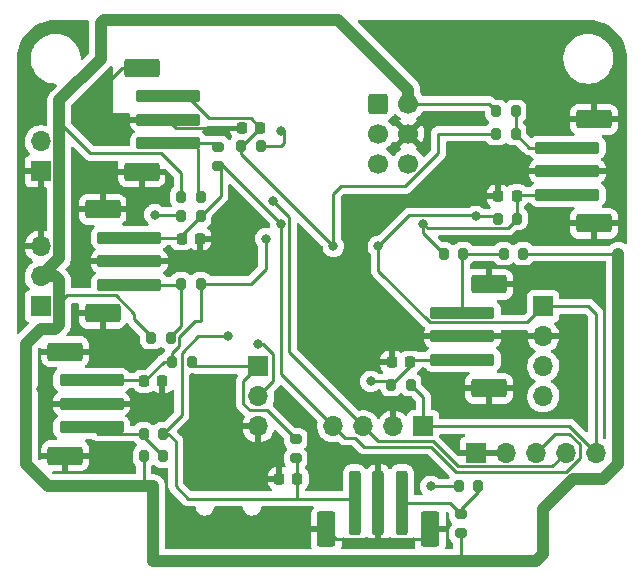
<source format=gbl>
%TF.GenerationSoftware,KiCad,Pcbnew,(6.0.0)*%
%TF.CreationDate,2022-03-13T20:52:07-04:00*%
%TF.ProjectId,esp8266 atmosphere sensor,65737038-3236-4362-9061-746d6f737068,rev?*%
%TF.SameCoordinates,Original*%
%TF.FileFunction,Copper,L2,Bot*%
%TF.FilePolarity,Positive*%
%FSLAX46Y46*%
G04 Gerber Fmt 4.6, Leading zero omitted, Abs format (unit mm)*
G04 Created by KiCad (PCBNEW (6.0.0)) date 2022-03-13 20:52:07*
%MOMM*%
%LPD*%
G01*
G04 APERTURE LIST*
G04 Aperture macros list*
%AMRoundRect*
0 Rectangle with rounded corners*
0 $1 Rounding radius*
0 $2 $3 $4 $5 $6 $7 $8 $9 X,Y pos of 4 corners*
0 Add a 4 corners polygon primitive as box body*
4,1,4,$2,$3,$4,$5,$6,$7,$8,$9,$2,$3,0*
0 Add four circle primitives for the rounded corners*
1,1,$1+$1,$2,$3*
1,1,$1+$1,$4,$5*
1,1,$1+$1,$6,$7*
1,1,$1+$1,$8,$9*
0 Add four rect primitives between the rounded corners*
20,1,$1+$1,$2,$3,$4,$5,0*
20,1,$1+$1,$4,$5,$6,$7,0*
20,1,$1+$1,$6,$7,$8,$9,0*
20,1,$1+$1,$8,$9,$2,$3,0*%
G04 Aperture macros list end*
%TA.AperFunction,ComponentPad*%
%ADD10RoundRect,0.250000X-0.600000X-0.600000X0.600000X-0.600000X0.600000X0.600000X-0.600000X0.600000X0*%
%TD*%
%TA.AperFunction,ComponentPad*%
%ADD11C,1.700000*%
%TD*%
%TA.AperFunction,ComponentPad*%
%ADD12R,1.700000X1.700000*%
%TD*%
%TA.AperFunction,ComponentPad*%
%ADD13O,1.700000X1.700000*%
%TD*%
%TA.AperFunction,SMDPad,CuDef*%
%ADD14RoundRect,0.200000X-0.200000X-0.275000X0.200000X-0.275000X0.200000X0.275000X-0.200000X0.275000X0*%
%TD*%
%TA.AperFunction,SMDPad,CuDef*%
%ADD15RoundRect,0.200000X0.200000X0.275000X-0.200000X0.275000X-0.200000X-0.275000X0.200000X-0.275000X0*%
%TD*%
%TA.AperFunction,SMDPad,CuDef*%
%ADD16RoundRect,0.225000X-0.225000X-0.250000X0.225000X-0.250000X0.225000X0.250000X-0.225000X0.250000X0*%
%TD*%
%TA.AperFunction,SMDPad,CuDef*%
%ADD17RoundRect,0.200000X-0.275000X0.200000X-0.275000X-0.200000X0.275000X-0.200000X0.275000X0.200000X0*%
%TD*%
%TA.AperFunction,SMDPad,CuDef*%
%ADD18RoundRect,0.225000X0.225000X0.250000X-0.225000X0.250000X-0.225000X-0.250000X0.225000X-0.250000X0*%
%TD*%
%TA.AperFunction,SMDPad,CuDef*%
%ADD19RoundRect,0.250000X-2.500000X0.250000X-2.500000X-0.250000X2.500000X-0.250000X2.500000X0.250000X0*%
%TD*%
%TA.AperFunction,SMDPad,CuDef*%
%ADD20RoundRect,0.250000X-1.250000X0.550000X-1.250000X-0.550000X1.250000X-0.550000X1.250000X0.550000X0*%
%TD*%
%TA.AperFunction,SMDPad,CuDef*%
%ADD21RoundRect,0.250000X2.500000X-0.250000X2.500000X0.250000X-2.500000X0.250000X-2.500000X-0.250000X0*%
%TD*%
%TA.AperFunction,SMDPad,CuDef*%
%ADD22RoundRect,0.250000X1.250000X-0.550000X1.250000X0.550000X-1.250000X0.550000X-1.250000X-0.550000X0*%
%TD*%
%TA.AperFunction,SMDPad,CuDef*%
%ADD23RoundRect,0.200000X0.275000X-0.200000X0.275000X0.200000X-0.275000X0.200000X-0.275000X-0.200000X0*%
%TD*%
%TA.AperFunction,SMDPad,CuDef*%
%ADD24RoundRect,0.250000X-0.250000X-2.500000X0.250000X-2.500000X0.250000X2.500000X-0.250000X2.500000X0*%
%TD*%
%TA.AperFunction,SMDPad,CuDef*%
%ADD25RoundRect,0.250000X-0.550000X-1.250000X0.550000X-1.250000X0.550000X1.250000X-0.550000X1.250000X0*%
%TD*%
%TA.AperFunction,ViaPad*%
%ADD26C,0.800000*%
%TD*%
%TA.AperFunction,Conductor*%
%ADD27C,0.250000*%
%TD*%
%TA.AperFunction,Conductor*%
%ADD28C,1.000000*%
%TD*%
G04 APERTURE END LIST*
D10*
%TO.P,J1,1,Pin_1*%
%TO.N,/ESP_RST*%
X27305000Y-3810000D03*
D11*
%TO.P,J1,2,Pin_2*%
%TO.N,+5V*%
X29845000Y-3810000D03*
%TO.P,J1,3,Pin_3*%
%TO.N,/ESP_IO1*%
X27305000Y-6350000D03*
%TO.P,J1,4,Pin_4*%
%TO.N,GND*%
X29845000Y-6350000D03*
%TO.P,J1,5,Pin_5*%
%TO.N,/ESP_IO3*%
X27305000Y-8890000D03*
%TO.P,J1,6,Pin_6*%
%TO.N,/ESP_IO0*%
X29845000Y-8890000D03*
%TD*%
D12*
%TO.P,J3,1,Pin_1*%
%TO.N,GND*%
X35560000Y-33345000D03*
D13*
%TO.P,J3,2,Pin_2*%
X38100000Y-33345000D03*
%TO.P,J3,3,Pin_3*%
%TO.N,/ESP_IO4*%
X40640000Y-33345000D03*
%TO.P,J3,4,Pin_4*%
%TO.N,/ESP_IO5*%
X43180000Y-33345000D03*
%TO.P,J3,5,Pin_5*%
%TO.N,+3V3*%
X45720000Y-33345000D03*
%TD*%
D12*
%TO.P,J5,1,Pin_1*%
%TO.N,+3V3*%
X17145000Y-26050000D03*
D13*
%TO.P,J5,2,Pin_2*%
%TO.N,/ESP_IO13*%
X17145000Y-28590000D03*
%TO.P,J5,3,Pin_3*%
%TO.N,GND*%
X17145000Y-31130000D03*
%TD*%
D12*
%TO.P,J4,1,Pin_1*%
%TO.N,+3V3*%
X31115000Y-31115000D03*
D13*
%TO.P,J4,2,Pin_2*%
%TO.N,GND*%
X28575000Y-31115000D03*
%TO.P,J4,3,Pin_3*%
%TO.N,/ESP_IO5*%
X26035000Y-31115000D03*
%TO.P,J4,4,Pin_4*%
%TO.N,/ESP_IO4*%
X23495000Y-31115000D03*
%TD*%
D12*
%TO.P,J7,1,Pin_1*%
%TO.N,+3V3*%
X41275000Y-20955000D03*
D13*
%TO.P,J7,2,Pin_2*%
%TO.N,GND*%
X41275000Y-23495000D03*
%TO.P,J7,3,Pin_3*%
%TO.N,/ESP_IO5*%
X41275000Y-26035000D03*
%TO.P,J7,4,Pin_4*%
%TO.N,/ESP_IO4*%
X41275000Y-28575000D03*
%TD*%
D12*
%TO.P,J8,1,Pin_1*%
%TO.N,+3V3*%
X-1270000Y-20955000D03*
D13*
%TO.P,J8,2,Pin_2*%
%TO.N,+5V*%
X-1270000Y-18415000D03*
%TO.P,J8,3,Pin_3*%
%TO.N,GND*%
X-1270000Y-15875000D03*
%TD*%
D12*
%TO.P,J6,1,Pin_1*%
%TO.N,GND*%
X-1270000Y-9530000D03*
D13*
%TO.P,J6,2,Pin_2*%
%TO.N,/Analog_In*%
X-1270000Y-6990000D03*
%TD*%
D14*
%TO.P,R12,1*%
%TO.N,+5V*%
X7430000Y-33655000D03*
%TO.P,R12,2*%
%TO.N,Net-(J10-Pad3)*%
X9080000Y-33655000D03*
%TD*%
D15*
%TO.P,R16,1*%
%TO.N,Net-(J11-Pad3)*%
X35750000Y-36195000D03*
%TO.P,R16,2*%
%TO.N,/ESP_IO13*%
X34100000Y-36195000D03*
%TD*%
%TO.P,R19,1*%
%TO.N,Net-(J12-Pad3)*%
X34480000Y-16510000D03*
%TO.P,R19,2*%
%TO.N,/ESP_IO14*%
X32830000Y-16510000D03*
%TD*%
D16*
%TO.P,C11,1*%
%TO.N,/ESP_IO4*%
X10655000Y-15240000D03*
%TO.P,C11,2*%
%TO.N,GND*%
X12205000Y-15240000D03*
%TD*%
D15*
%TO.P,R14,1*%
%TO.N,+3V3*%
X11493000Y-25654000D03*
%TO.P,R14,2*%
%TO.N,/ESP_IO5*%
X9843000Y-25654000D03*
%TD*%
D17*
%TO.P,R17,1*%
%TO.N,+3V3*%
X20320000Y-32195000D03*
%TO.P,R17,2*%
%TO.N,/ESP_IO12*%
X20320000Y-33845000D03*
%TD*%
D14*
%TO.P,R21,1*%
%TO.N,+5V*%
X37275000Y-4445000D03*
%TO.P,R21,2*%
%TO.N,Net-(J13-Pad3)*%
X38925000Y-4445000D03*
%TD*%
D18*
%TO.P,C5,1*%
%TO.N,/ESP_IO2*%
X17285000Y-5842000D03*
%TO.P,C5,2*%
%TO.N,GND*%
X15735000Y-5842000D03*
%TD*%
D19*
%TO.P,J9,1,Pin_1*%
%TO.N,/ESP_IO2*%
X9525000Y-3175000D03*
%TO.P,J9,2,Pin_2*%
%TO.N,GND*%
X9525000Y-5175000D03*
%TO.P,J9,3,Pin_3*%
%TO.N,Net-(J9-Pad3)*%
X9525000Y-7175000D03*
D20*
%TO.P,J9,MP*%
%TO.N,GND*%
X7275000Y-775000D03*
X7275000Y-9575000D03*
%TD*%
D15*
%TO.P,R22,1*%
%TO.N,Net-(J13-Pad3)*%
X38925000Y-6350000D03*
%TO.P,R22,2*%
%TO.N,/ESP_IO2*%
X37275000Y-6350000D03*
%TD*%
D14*
%TO.P,R13,1*%
%TO.N,Net-(J10-Pad3)*%
X7430000Y-31750000D03*
%TO.P,R13,2*%
%TO.N,/ESP_IO12*%
X9080000Y-31750000D03*
%TD*%
D18*
%TO.P,C8,1*%
%TO.N,/ESP_IO13*%
X29985000Y-25685476D03*
%TO.P,C8,2*%
%TO.N,GND*%
X28435000Y-25685476D03*
%TD*%
D19*
%TO.P,J14,1,Pin_1*%
%TO.N,/ESP_IO4*%
X6215000Y-15145000D03*
%TO.P,J14,2,Pin_2*%
%TO.N,GND*%
X6215000Y-17145000D03*
%TO.P,J14,3,Pin_3*%
%TO.N,Net-(J14-Pad3)*%
X6215000Y-19145000D03*
D20*
%TO.P,J14,MP*%
%TO.N,GND*%
X3965000Y-21545000D03*
X3965000Y-12745000D03*
%TD*%
D14*
%TO.P,R4,1*%
%TO.N,+5V*%
X10605000Y-11684000D03*
%TO.P,R4,2*%
%TO.N,Net-(J9-Pad3)*%
X12255000Y-11684000D03*
%TD*%
D18*
%TO.P,C7,1*%
%TO.N,/ESP_IO12*%
X20460000Y-35560000D03*
%TO.P,C7,2*%
%TO.N,GND*%
X18910000Y-35560000D03*
%TD*%
D19*
%TO.P,J10,1,Pin_1*%
%TO.N,/ESP_IO5*%
X3040000Y-27210000D03*
%TO.P,J10,2,Pin_2*%
%TO.N,GND*%
X3040000Y-29210000D03*
%TO.P,J10,3,Pin_3*%
%TO.N,Net-(J10-Pad3)*%
X3040000Y-31210000D03*
D20*
%TO.P,J10,MP*%
%TO.N,GND*%
X790000Y-24810000D03*
X790000Y-33610000D03*
%TD*%
D14*
%TO.P,R24,1*%
%TO.N,+5V*%
X8065000Y-23622000D03*
%TO.P,R24,2*%
%TO.N,Net-(J14-Pad3)*%
X9715000Y-23622000D03*
%TD*%
%TO.P,R23,1*%
%TO.N,+3V3*%
X37410000Y-13525476D03*
%TO.P,R23,2*%
%TO.N,/ESP_IO14*%
X39060000Y-13525476D03*
%TD*%
%TO.P,R25,1*%
%TO.N,Net-(J14-Pad3)*%
X10605000Y-19050000D03*
%TO.P,R25,2*%
%TO.N,/ESP_IO5*%
X12255000Y-19050000D03*
%TD*%
D21*
%TO.P,J12,1,Pin_1*%
%TO.N,/ESP_IO13*%
X34425000Y-25495000D03*
%TO.P,J12,2,Pin_2*%
%TO.N,GND*%
X34425000Y-23495000D03*
%TO.P,J12,3,Pin_3*%
%TO.N,Net-(J12-Pad3)*%
X34425000Y-21495000D03*
D22*
%TO.P,J12,MP*%
%TO.N,GND*%
X36675000Y-19095000D03*
X36675000Y-27895000D03*
%TD*%
D23*
%TO.P,R15,1*%
%TO.N,+5V*%
X34290000Y-40195000D03*
%TO.P,R15,2*%
%TO.N,Net-(J11-Pad3)*%
X34290000Y-38545000D03*
%TD*%
D18*
%TO.P,C10,1*%
%TO.N,/ESP_IO14*%
X39010000Y-11620476D03*
%TO.P,C10,2*%
%TO.N,GND*%
X37460000Y-11620476D03*
%TD*%
D21*
%TO.P,J13,1,Pin_1*%
%TO.N,/ESP_IO14*%
X43315000Y-11525000D03*
%TO.P,J13,2,Pin_2*%
%TO.N,GND*%
X43315000Y-9525000D03*
%TO.P,J13,3,Pin_3*%
%TO.N,Net-(J13-Pad3)*%
X43315000Y-7525000D03*
D22*
%TO.P,J13,MP*%
%TO.N,GND*%
X45565000Y-13925000D03*
X45565000Y-5125000D03*
%TD*%
D15*
%TO.P,R18,1*%
%TO.N,+5V*%
X39560000Y-16510000D03*
%TO.P,R18,2*%
%TO.N,Net-(J12-Pad3)*%
X37910000Y-16510000D03*
%TD*%
D14*
%TO.P,R26,1*%
%TO.N,+3V3*%
X10605000Y-13335000D03*
%TO.P,R26,2*%
%TO.N,/ESP_IO4*%
X12255000Y-13335000D03*
%TD*%
D24*
%TO.P,J11,1,Pin_1*%
%TO.N,/ESP_IO12*%
X25305000Y-37600000D03*
%TO.P,J11,2,Pin_2*%
%TO.N,GND*%
X27305000Y-37600000D03*
%TO.P,J11,3,Pin_3*%
%TO.N,Net-(J11-Pad3)*%
X29305000Y-37600000D03*
D25*
%TO.P,J11,MP*%
%TO.N,GND*%
X22905000Y-39850000D03*
X31705000Y-39850000D03*
%TD*%
D15*
%TO.P,R20,1*%
%TO.N,+3V3*%
X30035000Y-27590476D03*
%TO.P,R20,2*%
%TO.N,/ESP_IO13*%
X28385000Y-27590476D03*
%TD*%
D17*
%TO.P,R6,1*%
%TO.N,Net-(J9-Pad3)*%
X13716000Y-7430000D03*
%TO.P,R6,2*%
%TO.N,/ESP_IO4*%
X13716000Y-9080000D03*
%TD*%
D15*
%TO.P,R7,1*%
%TO.N,+3V3*%
X17335000Y-7366000D03*
%TO.P,R7,2*%
%TO.N,/ESP_IO2*%
X15685000Y-7366000D03*
%TD*%
D16*
%TO.P,C6,1*%
%TO.N,/ESP_IO5*%
X7480000Y-27305000D03*
%TO.P,C6,2*%
%TO.N,GND*%
X9030000Y-27305000D03*
%TD*%
D26*
%TO.N,GND*%
X44704000Y-19812000D03*
X3556000Y-2794000D03*
X22860000Y-35560000D03*
X-1270000Y-27940000D03*
X1905000Y-17145000D03*
X21082000Y-39878000D03*
%TO.N,+5V*%
X8255000Y-36195000D03*
%TO.N,+3V3*%
X35560000Y-13335000D03*
X8389511Y-13200489D03*
X27305000Y-15875000D03*
X19050000Y-6096000D03*
%TO.N,/ESP_IO14*%
X31115000Y-13970000D03*
%TO.N,/ESP_IO12*%
X14605000Y-23495000D03*
%TO.N,/ESP_IO13*%
X26670000Y-27305000D03*
X17145000Y-24130000D03*
X31750000Y-36195000D03*
%TO.N,/ESP_IO2*%
X23495000Y-15875000D03*
%TO.N,/ESP_IO4*%
X19050000Y-13970000D03*
%TO.N,/ESP_IO5*%
X18415000Y-12065000D03*
X17780000Y-15240000D03*
%TD*%
D27*
%TO.N,GND*%
X15685000Y-5892000D02*
X15735000Y-5842000D01*
X5575000Y-775000D02*
X3556000Y-2794000D01*
X23729520Y-40674520D02*
X22905000Y-39850000D01*
X22877000Y-39878000D02*
X21082000Y-39878000D01*
X30880480Y-40674520D02*
X23729520Y-40674520D01*
X31705000Y-39850000D02*
X30880480Y-40674520D01*
X10192000Y-5842000D02*
X9525000Y-5175000D01*
X15735000Y-5842000D02*
X10192000Y-5842000D01*
X22905000Y-39850000D02*
X22877000Y-39878000D01*
X7275000Y-775000D02*
X5575000Y-775000D01*
%TO.N,+5V*%
X37275000Y-4445000D02*
X36640000Y-3810000D01*
D28*
X29845000Y-3810000D02*
X29845000Y-2607919D01*
X-2540000Y-34290000D02*
X-2540000Y-24130000D01*
X279511Y-3530489D02*
X279511Y-5359511D01*
X-75978Y-22860000D02*
X279511Y-22504511D01*
X34290000Y-42545000D02*
X40640000Y-42545000D01*
X3810000Y3048000D02*
X3810000Y0D01*
X47625000Y-34290000D02*
X47625000Y-16510000D01*
X279511Y-5359511D02*
X279511Y-16865489D01*
D27*
X6622493Y-22052493D02*
X8065000Y-23495000D01*
D28*
X29845000Y-2607919D02*
X23927100Y3309980D01*
D27*
X10605000Y-11430000D02*
X10605000Y-9714520D01*
X8890000Y-7999520D02*
X2919520Y-7999520D01*
X6622493Y-21590000D02*
X5072982Y-20040489D01*
D28*
X279511Y-16865489D02*
X-1270000Y-18415000D01*
X4071980Y3309980D02*
X3810000Y3048000D01*
X-1270000Y-22860000D02*
X-75978Y-22860000D01*
X279511Y-18762430D02*
X-67919Y-18415000D01*
X23927100Y3309980D02*
X4071980Y3309980D01*
X-67919Y-18415000D02*
X-1270000Y-18415000D01*
D27*
X7430000Y-36005000D02*
X7620000Y-36195000D01*
X5072982Y-20040489D02*
X914511Y-20040489D01*
D28*
X8255000Y-36195000D02*
X7620000Y-36195000D01*
X279511Y-22504511D02*
X279511Y-20675489D01*
X8255000Y-42545000D02*
X34290000Y-42545000D01*
X3810000Y0D02*
X279511Y-3530489D01*
D27*
X7430000Y-33655000D02*
X7430000Y-36005000D01*
D28*
X46355000Y-35560000D02*
X47625000Y-34290000D01*
D27*
X34290000Y-40195000D02*
X34290000Y-42545000D01*
D28*
X41275000Y-38100000D02*
X43815000Y-35560000D01*
X43815000Y-35560000D02*
X46355000Y-35560000D01*
X8255000Y-36195000D02*
X8255000Y-42545000D01*
X279511Y-20675489D02*
X279511Y-18762430D01*
D27*
X2919520Y-7999520D02*
X279511Y-5359511D01*
X36640000Y-3810000D02*
X29845000Y-3810000D01*
D28*
X-635000Y-36195000D02*
X-2540000Y-34290000D01*
D27*
X6622493Y-21590000D02*
X6622493Y-22052493D01*
D28*
X41275000Y-41910000D02*
X41275000Y-38100000D01*
D27*
X39560000Y-16510000D02*
X47625000Y-16510000D01*
D28*
X40640000Y-42545000D02*
X41275000Y-41910000D01*
D27*
X10605000Y-9714520D02*
X8890000Y-7999520D01*
D28*
X-2540000Y-24130000D02*
X-1270000Y-22860000D01*
D27*
X914511Y-20040489D02*
X279511Y-20675489D01*
D28*
X7620000Y-36195000D02*
X-635000Y-36195000D01*
D27*
%TO.N,+3V3*%
X35560000Y-13335000D02*
X35470489Y-13245489D01*
X19050000Y-7366000D02*
X17335000Y-7366000D01*
X45720000Y-21590000D02*
X45720000Y-33345000D01*
X31115000Y-28670476D02*
X30035000Y-27590476D01*
X8389511Y-13200489D02*
X10470489Y-13200489D01*
X10470489Y-13200489D02*
X10605000Y-13335000D01*
X31687027Y-22319520D02*
X27305000Y-17937493D01*
X16429511Y-29764511D02*
X15875000Y-29210000D01*
X31115000Y-31115000D02*
X31115000Y-28670476D01*
X41275000Y-20955000D02*
X45085000Y-20955000D01*
X41275000Y-20955000D02*
X39910480Y-22319520D01*
X35470489Y-13245489D02*
X29934511Y-13245489D01*
X19304000Y-7112000D02*
X19304000Y-6096000D01*
X19304000Y-7112000D02*
X19050000Y-7366000D01*
X45085000Y-20955000D02*
X45720000Y-21590000D01*
X39910480Y-22319520D02*
X31687027Y-22319520D01*
X45720000Y-33345000D02*
X43490000Y-31115000D01*
X37219524Y-13335000D02*
X37410000Y-13525476D01*
X11493000Y-25654000D02*
X11889000Y-26050000D01*
X17889511Y-29764511D02*
X16429511Y-29764511D01*
X29934511Y-13245489D02*
X27305000Y-15875000D01*
X43490000Y-31115000D02*
X31115000Y-31115000D01*
X20320000Y-32195000D02*
X17889511Y-29764511D01*
X15875000Y-29210000D02*
X15875000Y-27320000D01*
X11889000Y-26050000D02*
X17145000Y-26050000D01*
X15875000Y-27320000D02*
X17145000Y-26050000D01*
X27305000Y-17937493D02*
X27305000Y-15875000D01*
X35560000Y-13335000D02*
X37219524Y-13335000D01*
%TO.N,/ESP_IO14*%
X31115000Y-14795000D02*
X31115000Y-13970000D01*
X39010000Y-11620476D02*
X39010000Y-13475476D01*
X38260480Y-14324996D02*
X39060000Y-13525476D01*
X43315000Y-11525000D02*
X39105476Y-11525000D01*
X39105476Y-11525000D02*
X39010000Y-11620476D01*
X31115000Y-13970000D02*
X31469996Y-14324996D01*
X31469996Y-14324996D02*
X38260480Y-14324996D01*
X32830000Y-16510000D02*
X31115000Y-14795000D01*
X39010000Y-13475476D02*
X39060000Y-13525476D01*
%TO.N,/ESP_IO12*%
X11205479Y-37240479D02*
X10160000Y-36195000D01*
X10160000Y-32385000D02*
X10160000Y-36195000D01*
X20544521Y-37240479D02*
X11205479Y-37240479D01*
X20460000Y-33985000D02*
X20320000Y-33845000D01*
X10668000Y-30162000D02*
X9080000Y-31750000D01*
X24945479Y-37240479D02*
X20544521Y-37240479D01*
X9080000Y-31750000D02*
X9525000Y-31750000D01*
X14605000Y-23495000D02*
X12065000Y-23495000D01*
X10668000Y-24892000D02*
X10668000Y-30162000D01*
X9525000Y-31750000D02*
X10160000Y-32385000D01*
X20460000Y-35560000D02*
X20460000Y-37155958D01*
X20460000Y-37155958D02*
X20544521Y-37240479D01*
X12065000Y-23495000D02*
X10668000Y-24892000D01*
X25305000Y-37600000D02*
X24945479Y-37240479D01*
X20460000Y-35560000D02*
X20460000Y-33985000D01*
%TO.N,/ESP_IO13*%
X17574022Y-24130000D02*
X18415000Y-24970978D01*
X29985000Y-25990476D02*
X28385000Y-27590476D01*
X18415000Y-27320000D02*
X17145000Y-28590000D01*
X28385000Y-27590476D02*
X28099524Y-27305000D01*
X18415000Y-24970978D02*
X18415000Y-27320000D01*
X30175476Y-25495000D02*
X29985000Y-25685476D01*
X17145000Y-24130000D02*
X17574022Y-24130000D01*
X29985000Y-25685476D02*
X29985000Y-25990476D01*
X34425000Y-25495000D02*
X30175476Y-25495000D01*
X31750000Y-36195000D02*
X34100000Y-36195000D01*
X28099524Y-27305000D02*
X26670000Y-27305000D01*
%TO.N,/ESP_IO2*%
X15761000Y-7366000D02*
X17285000Y-5842000D01*
X15685000Y-7366000D02*
X15761000Y-7366000D01*
X24130000Y-10795000D02*
X23495000Y-11430000D01*
X12846247Y-4933753D02*
X11087493Y-3175000D01*
X12954974Y-5042480D02*
X12846247Y-4933753D01*
X16485480Y-5042480D02*
X12954974Y-5042480D01*
X17285000Y-5842000D02*
X16485480Y-5042480D01*
X23495000Y-15875000D02*
X15685000Y-8065000D01*
X11087493Y-3175000D02*
X9525000Y-3175000D01*
X15685000Y-8065000D02*
X15685000Y-7366000D01*
X23495000Y-11430000D02*
X23495000Y-15875000D01*
X37275000Y-6350000D02*
X32385000Y-6350000D01*
X32385000Y-6350000D02*
X32385000Y-8011010D01*
X29601010Y-10795000D02*
X24130000Y-10795000D01*
X32385000Y-8011010D02*
X29601010Y-10795000D01*
%TO.N,/ESP_IO4*%
X12255000Y-13335000D02*
X13112500Y-12477500D01*
X10655000Y-14935000D02*
X12255000Y-13335000D01*
X43216979Y-34969031D02*
X44354511Y-33831499D01*
X33874291Y-34969031D02*
X43216979Y-34969031D01*
X10655000Y-15240000D02*
X10655000Y-14935000D01*
X24447500Y-32067500D02*
X25326490Y-32067500D01*
X31739780Y-32834520D02*
X33874291Y-34969031D01*
X42235000Y-31750000D02*
X40640000Y-33345000D01*
X25326490Y-32067500D02*
X26093510Y-32834520D01*
X19050000Y-13970000D02*
X14160000Y-9080000D01*
X6215000Y-15145000D02*
X10560000Y-15145000D01*
X43489282Y-31750000D02*
X42235000Y-31750000D01*
X13970000Y-11620000D02*
X13112500Y-12477500D01*
X23495000Y-31115000D02*
X24447500Y-32067500D01*
X10560000Y-15145000D02*
X10655000Y-15240000D01*
X14160000Y-9080000D02*
X13970000Y-9080000D01*
X44354511Y-33831499D02*
X44354511Y-32615229D01*
X26093510Y-32834520D02*
X31739780Y-32834520D01*
X19050000Y-26670000D02*
X23495000Y-31115000D01*
X19050000Y-26670000D02*
X19050000Y-13970000D01*
X44354511Y-32615229D02*
X43489282Y-31750000D01*
X13970000Y-9080000D02*
X13970000Y-11620000D01*
%TO.N,/ESP_IO5*%
X3040000Y-27210000D02*
X7385000Y-27210000D01*
X27305000Y-32385000D02*
X31925978Y-32385000D01*
X12255000Y-19050000D02*
X16510000Y-19050000D01*
X42005489Y-34519511D02*
X43180000Y-33345000D01*
X10439520Y-24358480D02*
X9843000Y-24955000D01*
X12308217Y-19103217D02*
X12308217Y-22224282D01*
X9843000Y-24955000D02*
X9843000Y-25654000D01*
X10439520Y-23596480D02*
X10439520Y-24358480D01*
X7480000Y-27305000D02*
X9131000Y-25654000D01*
X17780000Y-15240000D02*
X17780000Y-17780000D01*
X12255000Y-19050000D02*
X12308217Y-19103217D01*
X34060489Y-34519511D02*
X42005489Y-34519511D01*
X12308217Y-22224282D02*
X11811718Y-22224282D01*
X16510000Y-19050000D02*
X17780000Y-17780000D01*
X18415000Y-12065000D02*
X19774511Y-13424511D01*
X19774511Y-24854511D02*
X26035000Y-31115000D01*
X19774511Y-13424511D02*
X19774511Y-24854511D01*
X7385000Y-27210000D02*
X7480000Y-27305000D01*
X26035000Y-31115000D02*
X27305000Y-32385000D01*
X31925978Y-32385000D02*
X34060489Y-34519511D01*
X11811718Y-22224282D02*
X10439520Y-23596480D01*
X9131000Y-25654000D02*
X9843000Y-25654000D01*
%TO.N,Net-(J9-Pad3)*%
X12065000Y-11240000D02*
X12065000Y-7620000D01*
X13715000Y-7175000D02*
X13970000Y-7430000D01*
X12255000Y-11430000D02*
X12065000Y-11240000D01*
X9525000Y-7175000D02*
X13715000Y-7175000D01*
%TO.N,Net-(J10-Pad3)*%
X7430000Y-32005000D02*
X7430000Y-31750000D01*
X3580000Y-31750000D02*
X3040000Y-31210000D01*
X9080000Y-33655000D02*
X7430000Y-32005000D01*
X7430000Y-31750000D02*
X3580000Y-31750000D01*
%TO.N,Net-(J11-Pad3)*%
X33345000Y-37600000D02*
X34290000Y-38545000D01*
X29305000Y-37600000D02*
X33345000Y-37600000D01*
X34290000Y-38100000D02*
X35750000Y-36640000D01*
X35750000Y-36640000D02*
X35750000Y-36195000D01*
X34290000Y-38545000D02*
X34290000Y-38100000D01*
%TO.N,Net-(J12-Pad3)*%
X37910000Y-16510000D02*
X34480000Y-16510000D01*
X34425000Y-16565000D02*
X34480000Y-16510000D01*
X34425000Y-21495000D02*
X34425000Y-16565000D01*
%TO.N,Net-(J13-Pad3)*%
X40100000Y-7525000D02*
X38925000Y-6350000D01*
X38925000Y-6350000D02*
X38925000Y-4445000D01*
X43315000Y-7525000D02*
X40100000Y-7525000D01*
%TO.N,Net-(J14-Pad3)*%
X9715000Y-23495000D02*
X10605000Y-22605000D01*
X6215000Y-19145000D02*
X10510000Y-19145000D01*
X10510000Y-19145000D02*
X10605000Y-19050000D01*
X10605000Y-22605000D02*
X10605000Y-19050000D01*
%TD*%
%TA.AperFunction,Conductor*%
%TO.N,GND*%
G36*
X19124861Y-27642507D02*
G01*
X19138164Y-27654068D01*
X22144778Y-30660682D01*
X22178804Y-30722994D01*
X22177100Y-30783448D01*
X22155989Y-30859570D01*
X22155441Y-30864700D01*
X22155440Y-30864704D01*
X22150293Y-30912866D01*
X22132251Y-31081695D01*
X22132548Y-31086848D01*
X22132548Y-31086851D01*
X22144060Y-31286500D01*
X22145110Y-31304715D01*
X22146247Y-31309761D01*
X22146248Y-31309767D01*
X22157031Y-31357614D01*
X22194222Y-31522639D01*
X22234854Y-31622704D01*
X22266769Y-31701301D01*
X22278266Y-31729616D01*
X22394987Y-31920088D01*
X22541250Y-32088938D01*
X22713126Y-32231632D01*
X22906000Y-32344338D01*
X22910825Y-32346180D01*
X22910826Y-32346181D01*
X22955345Y-32363181D01*
X23114692Y-32424030D01*
X23119760Y-32425061D01*
X23119763Y-32425062D01*
X23218214Y-32445092D01*
X23333597Y-32468567D01*
X23338772Y-32468757D01*
X23338774Y-32468757D01*
X23551673Y-32476564D01*
X23551677Y-32476564D01*
X23556837Y-32476753D01*
X23561957Y-32476097D01*
X23561959Y-32476097D01*
X23773288Y-32449025D01*
X23773289Y-32449025D01*
X23778416Y-32448368D01*
X23783367Y-32446883D01*
X23783370Y-32446882D01*
X23823959Y-32434705D01*
X23894955Y-32434289D01*
X23954860Y-32473510D01*
X23955500Y-32474518D01*
X23961281Y-32479946D01*
X23961282Y-32479948D01*
X24005167Y-32521158D01*
X24008009Y-32523913D01*
X24027730Y-32543634D01*
X24030925Y-32546112D01*
X24039947Y-32553818D01*
X24072179Y-32584086D01*
X24079128Y-32587906D01*
X24089932Y-32593846D01*
X24106456Y-32604699D01*
X24122459Y-32617113D01*
X24163043Y-32634676D01*
X24173673Y-32639883D01*
X24212440Y-32661195D01*
X24220117Y-32663166D01*
X24220122Y-32663168D01*
X24232058Y-32666232D01*
X24250766Y-32672637D01*
X24269355Y-32680681D01*
X24277180Y-32681920D01*
X24277182Y-32681921D01*
X24313019Y-32687597D01*
X24324640Y-32690004D01*
X24356720Y-32698240D01*
X24367470Y-32701000D01*
X24387731Y-32701000D01*
X24407440Y-32702551D01*
X24427443Y-32705719D01*
X24435335Y-32704973D01*
X24440562Y-32704479D01*
X24471454Y-32701559D01*
X24483311Y-32701000D01*
X25011895Y-32701000D01*
X25080016Y-32721002D01*
X25100991Y-32737905D01*
X25356302Y-32993217D01*
X25589863Y-33226778D01*
X25597397Y-33235057D01*
X25601510Y-33241538D01*
X25617551Y-33256601D01*
X25651161Y-33288163D01*
X25654003Y-33290918D01*
X25673740Y-33310655D01*
X25676937Y-33313135D01*
X25685957Y-33320838D01*
X25718189Y-33351106D01*
X25725135Y-33354925D01*
X25725138Y-33354927D01*
X25735944Y-33360868D01*
X25752463Y-33371719D01*
X25768469Y-33384134D01*
X25775738Y-33387279D01*
X25775742Y-33387282D01*
X25809047Y-33401694D01*
X25819697Y-33406911D01*
X25858450Y-33428215D01*
X25866125Y-33430186D01*
X25866126Y-33430186D01*
X25878072Y-33433253D01*
X25896777Y-33439657D01*
X25915365Y-33447701D01*
X25923188Y-33448940D01*
X25923198Y-33448943D01*
X25959034Y-33454619D01*
X25970654Y-33457025D01*
X26005799Y-33466048D01*
X26013480Y-33468020D01*
X26033734Y-33468020D01*
X26053444Y-33469571D01*
X26073453Y-33472740D01*
X26081345Y-33471994D01*
X26117471Y-33468579D01*
X26129329Y-33468020D01*
X31425186Y-33468020D01*
X31493307Y-33488022D01*
X31514281Y-33504925D01*
X33326241Y-35316885D01*
X33360267Y-35379197D01*
X33355202Y-35450012D01*
X33338913Y-35479067D01*
X33338361Y-35479619D01*
X33334426Y-35486117D01*
X33325551Y-35500771D01*
X33273154Y-35548678D01*
X33217775Y-35561500D01*
X32458200Y-35561500D01*
X32390079Y-35541498D01*
X32370853Y-35525157D01*
X32370580Y-35525460D01*
X32365668Y-35521037D01*
X32361253Y-35516134D01*
X32270244Y-35450012D01*
X32212094Y-35407763D01*
X32212093Y-35407762D01*
X32206752Y-35403882D01*
X32200724Y-35401198D01*
X32200722Y-35401197D01*
X32038319Y-35328891D01*
X32038318Y-35328891D01*
X32032288Y-35326206D01*
X31937227Y-35306000D01*
X31851944Y-35287872D01*
X31851939Y-35287872D01*
X31845487Y-35286500D01*
X31654513Y-35286500D01*
X31648061Y-35287872D01*
X31648056Y-35287872D01*
X31562773Y-35306000D01*
X31467712Y-35326206D01*
X31461682Y-35328891D01*
X31461681Y-35328891D01*
X31299278Y-35401197D01*
X31299276Y-35401198D01*
X31293248Y-35403882D01*
X31287907Y-35407762D01*
X31287906Y-35407763D01*
X31237843Y-35444136D01*
X31138747Y-35516134D01*
X31134326Y-35521044D01*
X31134325Y-35521045D01*
X31023079Y-35644597D01*
X31010960Y-35658056D01*
X30959918Y-35746463D01*
X30920926Y-35814000D01*
X30915473Y-35823444D01*
X30856458Y-36005072D01*
X30836496Y-36195000D01*
X30837186Y-36201565D01*
X30853535Y-36357113D01*
X30856458Y-36384928D01*
X30915473Y-36566556D01*
X30918776Y-36572278D01*
X30918777Y-36572279D01*
X30938811Y-36606979D01*
X31010960Y-36731944D01*
X31032793Y-36756192D01*
X31063509Y-36820198D01*
X31054744Y-36890651D01*
X31009281Y-36945182D01*
X30939155Y-36966500D01*
X30439500Y-36966500D01*
X30371379Y-36946498D01*
X30324886Y-36892842D01*
X30313500Y-36840500D01*
X30313500Y-35049600D01*
X30308735Y-35003676D01*
X30303238Y-34950692D01*
X30303237Y-34950688D01*
X30302526Y-34943834D01*
X30293795Y-34917662D01*
X30248868Y-34783002D01*
X30246550Y-34776054D01*
X30153478Y-34625652D01*
X30128493Y-34600710D01*
X30033483Y-34505866D01*
X30028303Y-34500695D01*
X30020372Y-34495806D01*
X29883968Y-34411725D01*
X29883966Y-34411724D01*
X29877738Y-34407885D01*
X29780875Y-34375757D01*
X29716389Y-34354368D01*
X29716387Y-34354368D01*
X29709861Y-34352203D01*
X29703025Y-34351503D01*
X29703022Y-34351502D01*
X29659969Y-34347091D01*
X29605400Y-34341500D01*
X29004600Y-34341500D01*
X29001354Y-34341837D01*
X29001350Y-34341837D01*
X28905692Y-34351762D01*
X28905688Y-34351763D01*
X28898834Y-34352474D01*
X28892298Y-34354655D01*
X28892296Y-34354655D01*
X28768026Y-34396115D01*
X28731054Y-34408450D01*
X28580652Y-34501522D01*
X28455695Y-34626697D01*
X28411962Y-34697646D01*
X28411961Y-34697647D01*
X28359189Y-34745140D01*
X28289117Y-34756564D01*
X28223994Y-34728290D01*
X28197557Y-34697834D01*
X28156937Y-34632193D01*
X28147901Y-34620792D01*
X28033171Y-34506261D01*
X28021760Y-34497249D01*
X27883757Y-34412184D01*
X27870576Y-34406037D01*
X27716290Y-34354862D01*
X27702914Y-34351995D01*
X27608562Y-34342328D01*
X27602145Y-34342000D01*
X27577115Y-34342000D01*
X27561876Y-34346475D01*
X27560671Y-34347865D01*
X27559000Y-34355548D01*
X27559000Y-40839884D01*
X27563475Y-40855123D01*
X27564865Y-40856328D01*
X27572548Y-40857999D01*
X27602095Y-40857999D01*
X27608614Y-40857662D01*
X27704206Y-40847743D01*
X27717600Y-40844851D01*
X27871784Y-40793412D01*
X27884962Y-40787239D01*
X28022807Y-40701937D01*
X28034208Y-40692901D01*
X28148739Y-40578171D01*
X28157751Y-40566760D01*
X28197451Y-40502354D01*
X28250223Y-40454861D01*
X28320294Y-40443437D01*
X28385418Y-40471711D01*
X28411854Y-40502166D01*
X28456522Y-40574348D01*
X28581697Y-40699305D01*
X28587927Y-40703145D01*
X28587928Y-40703146D01*
X28725288Y-40787816D01*
X28732262Y-40792115D01*
X28753858Y-40799278D01*
X28893611Y-40845632D01*
X28893613Y-40845632D01*
X28900139Y-40847797D01*
X28906975Y-40848497D01*
X28906978Y-40848498D01*
X28950031Y-40852909D01*
X29004600Y-40858500D01*
X29605400Y-40858500D01*
X29608646Y-40858163D01*
X29608650Y-40858163D01*
X29704308Y-40848238D01*
X29704312Y-40848237D01*
X29711166Y-40847526D01*
X29717702Y-40845345D01*
X29717704Y-40845345D01*
X29855782Y-40799278D01*
X29878946Y-40791550D01*
X30029348Y-40698478D01*
X30154305Y-40573303D01*
X30163741Y-40557995D01*
X30216513Y-40510502D01*
X30286585Y-40499078D01*
X30351709Y-40527352D01*
X30391208Y-40586346D01*
X30397001Y-40624111D01*
X30397001Y-41147095D01*
X30397338Y-41153614D01*
X30407257Y-41249206D01*
X30410149Y-41262600D01*
X30446188Y-41370624D01*
X30448772Y-41441574D01*
X30412588Y-41502658D01*
X30349124Y-41534482D01*
X30326664Y-41536500D01*
X24283397Y-41536500D01*
X24215276Y-41516498D01*
X24168783Y-41462842D01*
X24158679Y-41392568D01*
X24163804Y-41370832D01*
X24200138Y-41261290D01*
X24203005Y-41247914D01*
X24212672Y-41153562D01*
X24213000Y-41147146D01*
X24213000Y-40623880D01*
X24233002Y-40555759D01*
X24286658Y-40509266D01*
X24356932Y-40499162D01*
X24421512Y-40528656D01*
X24446143Y-40557575D01*
X24456522Y-40574348D01*
X24581697Y-40699305D01*
X24587927Y-40703145D01*
X24587928Y-40703146D01*
X24725288Y-40787816D01*
X24732262Y-40792115D01*
X24753858Y-40799278D01*
X24893611Y-40845632D01*
X24893613Y-40845632D01*
X24900139Y-40847797D01*
X24906975Y-40848497D01*
X24906978Y-40848498D01*
X24950031Y-40852909D01*
X25004600Y-40858500D01*
X25605400Y-40858500D01*
X25608646Y-40858163D01*
X25608650Y-40858163D01*
X25704308Y-40848238D01*
X25704312Y-40848237D01*
X25711166Y-40847526D01*
X25717702Y-40845345D01*
X25717704Y-40845345D01*
X25855782Y-40799278D01*
X25878946Y-40791550D01*
X26029348Y-40698478D01*
X26154305Y-40573303D01*
X26198040Y-40502352D01*
X26250811Y-40454860D01*
X26320883Y-40443436D01*
X26386006Y-40471710D01*
X26412443Y-40502166D01*
X26453063Y-40567807D01*
X26462099Y-40579208D01*
X26576829Y-40693739D01*
X26588240Y-40702751D01*
X26726243Y-40787816D01*
X26739424Y-40793963D01*
X26893710Y-40845138D01*
X26907086Y-40848005D01*
X27001438Y-40857672D01*
X27007854Y-40858000D01*
X27032885Y-40858000D01*
X27048124Y-40853525D01*
X27049329Y-40852135D01*
X27051000Y-40844452D01*
X27051000Y-34360116D01*
X27046525Y-34344877D01*
X27045135Y-34343672D01*
X27037452Y-34342001D01*
X27007905Y-34342001D01*
X27001386Y-34342338D01*
X26905794Y-34352257D01*
X26892400Y-34355149D01*
X26738216Y-34406588D01*
X26725038Y-34412761D01*
X26587193Y-34498063D01*
X26575792Y-34507099D01*
X26461261Y-34621829D01*
X26452249Y-34633240D01*
X26412549Y-34697646D01*
X26359777Y-34745139D01*
X26289706Y-34756563D01*
X26224582Y-34728289D01*
X26198145Y-34697833D01*
X26157332Y-34631880D01*
X26153478Y-34625652D01*
X26128493Y-34600710D01*
X26033483Y-34505866D01*
X26028303Y-34500695D01*
X26020372Y-34495806D01*
X25883968Y-34411725D01*
X25883966Y-34411724D01*
X25877738Y-34407885D01*
X25780875Y-34375757D01*
X25716389Y-34354368D01*
X25716387Y-34354368D01*
X25709861Y-34352203D01*
X25703025Y-34351503D01*
X25703022Y-34351502D01*
X25659969Y-34347091D01*
X25605400Y-34341500D01*
X25004600Y-34341500D01*
X25001354Y-34341837D01*
X25001350Y-34341837D01*
X24905692Y-34351762D01*
X24905688Y-34351763D01*
X24898834Y-34352474D01*
X24892298Y-34354655D01*
X24892296Y-34354655D01*
X24768026Y-34396115D01*
X24731054Y-34408450D01*
X24580652Y-34501522D01*
X24455695Y-34626697D01*
X24451855Y-34632927D01*
X24451854Y-34632928D01*
X24372332Y-34761937D01*
X24362885Y-34777262D01*
X24360581Y-34784209D01*
X24316205Y-34918000D01*
X24307203Y-34945139D01*
X24296500Y-35049600D01*
X24296500Y-36480979D01*
X24276498Y-36549100D01*
X24222842Y-36595593D01*
X24170500Y-36606979D01*
X21228837Y-36606979D01*
X21160716Y-36586977D01*
X21114223Y-36533321D01*
X21104119Y-36463047D01*
X21133613Y-36398467D01*
X21143737Y-36388776D01*
X21143713Y-36388752D01*
X21253209Y-36279065D01*
X21264552Y-36267702D01*
X21305320Y-36201565D01*
X21350462Y-36128331D01*
X21350463Y-36128329D01*
X21354302Y-36122101D01*
X21408149Y-35959757D01*
X21418500Y-35858732D01*
X21418500Y-35261268D01*
X21415539Y-35232725D01*
X21412509Y-35203530D01*
X21407887Y-35158981D01*
X21371394Y-35049600D01*
X21356073Y-35003676D01*
X21356072Y-35003674D01*
X21353756Y-34996732D01*
X21335166Y-34966690D01*
X21267606Y-34857515D01*
X21263752Y-34851287D01*
X21142702Y-34730448D01*
X21140330Y-34728986D01*
X21100345Y-34672588D01*
X21093500Y-34631624D01*
X21093500Y-34600710D01*
X21113502Y-34532589D01*
X21130405Y-34511615D01*
X21156639Y-34485381D01*
X21245472Y-34338699D01*
X21248541Y-34328908D01*
X21294752Y-34181446D01*
X21296753Y-34175062D01*
X21303500Y-34101635D01*
X21303499Y-33588366D01*
X21303234Y-33585474D01*
X21297364Y-33521592D01*
X21296753Y-33514938D01*
X21271927Y-33435719D01*
X21247744Y-33358550D01*
X21247743Y-33358548D01*
X21245472Y-33351301D01*
X21156639Y-33204619D01*
X21061115Y-33109095D01*
X21027089Y-33046783D01*
X21032154Y-32975968D01*
X21061115Y-32930905D01*
X21156639Y-32835381D01*
X21245472Y-32688699D01*
X21250806Y-32671680D01*
X21278963Y-32581829D01*
X21296753Y-32525062D01*
X21303500Y-32451635D01*
X21303499Y-31938366D01*
X21302179Y-31923990D01*
X21297364Y-31871592D01*
X21296753Y-31864938D01*
X21284921Y-31827183D01*
X21247744Y-31708550D01*
X21247743Y-31708548D01*
X21245472Y-31701301D01*
X21156639Y-31554619D01*
X21035381Y-31433361D01*
X20888699Y-31344528D01*
X20881452Y-31342257D01*
X20881450Y-31342256D01*
X20815164Y-31321483D01*
X20725062Y-31293247D01*
X20651635Y-31286500D01*
X20633526Y-31286500D01*
X20359594Y-31286501D01*
X20291475Y-31266499D01*
X20270500Y-31249596D01*
X19337866Y-30316961D01*
X18393163Y-29372258D01*
X18385623Y-29363972D01*
X18381511Y-29357493D01*
X18375734Y-29352068D01*
X18370680Y-29345959D01*
X18373263Y-29343822D01*
X18345066Y-29295823D01*
X18347910Y-29224884D01*
X18354330Y-29209368D01*
X18366458Y-29184829D01*
X18412430Y-29091811D01*
X18454200Y-28954329D01*
X18475865Y-28883023D01*
X18475865Y-28883021D01*
X18477370Y-28878069D01*
X18506529Y-28656590D01*
X18506611Y-28653240D01*
X18508074Y-28593365D01*
X18508074Y-28593361D01*
X18508156Y-28590000D01*
X18489852Y-28367361D01*
X18461821Y-28255765D01*
X18464625Y-28184823D01*
X18494930Y-28135974D01*
X18807247Y-27823657D01*
X18815537Y-27816113D01*
X18822018Y-27812000D01*
X18868659Y-27762332D01*
X18871413Y-27759491D01*
X18891134Y-27739770D01*
X18893612Y-27736575D01*
X18901318Y-27727553D01*
X18926158Y-27701101D01*
X18931586Y-27695321D01*
X18938653Y-27682466D01*
X18988995Y-27632406D01*
X19058411Y-27617510D01*
X19124861Y-27642507D01*
G37*
%TD.AperFunction*%
%TA.AperFunction,Conductor*%
G36*
X8299032Y-34367154D02*
G01*
X8344095Y-34396115D01*
X8439619Y-34491639D01*
X8586301Y-34580472D01*
X8593548Y-34582743D01*
X8593550Y-34582744D01*
X8633499Y-34595263D01*
X8749938Y-34631753D01*
X8823365Y-34638500D01*
X8826263Y-34638500D01*
X9080665Y-34638499D01*
X9336634Y-34638499D01*
X9339497Y-34638236D01*
X9339518Y-34638235D01*
X9388971Y-34633691D01*
X9458637Y-34647376D01*
X9509844Y-34696553D01*
X9526500Y-34759162D01*
X9526500Y-36116233D01*
X9525973Y-36127416D01*
X9524298Y-36134909D01*
X9524547Y-36142835D01*
X9524547Y-36142836D01*
X9526438Y-36202986D01*
X9526500Y-36206945D01*
X9526500Y-36234856D01*
X9526997Y-36238790D01*
X9526997Y-36238791D01*
X9527005Y-36238856D01*
X9527938Y-36250693D01*
X9529327Y-36294889D01*
X9533585Y-36309545D01*
X9534978Y-36314339D01*
X9538987Y-36333700D01*
X9541526Y-36353797D01*
X9544445Y-36361168D01*
X9544445Y-36361170D01*
X9557804Y-36394912D01*
X9561649Y-36406142D01*
X9571490Y-36440015D01*
X9573982Y-36448593D01*
X9578015Y-36455412D01*
X9578017Y-36455417D01*
X9584293Y-36466028D01*
X9592988Y-36483776D01*
X9600448Y-36502617D01*
X9605110Y-36509033D01*
X9605110Y-36509034D01*
X9626436Y-36538387D01*
X9632952Y-36548307D01*
X9647430Y-36572787D01*
X9655458Y-36586362D01*
X9669779Y-36600683D01*
X9682619Y-36615716D01*
X9694528Y-36632107D01*
X9700634Y-36637158D01*
X9728605Y-36660298D01*
X9737384Y-36668288D01*
X10701822Y-37632726D01*
X10709366Y-37641016D01*
X10713479Y-37647497D01*
X10719256Y-37652922D01*
X10763146Y-37694137D01*
X10765988Y-37696892D01*
X10785710Y-37716614D01*
X10788834Y-37719037D01*
X10788838Y-37719041D01*
X10788903Y-37719091D01*
X10797924Y-37726796D01*
X10830158Y-37757065D01*
X10837106Y-37760884D01*
X10837108Y-37760886D01*
X10847911Y-37766825D01*
X10864438Y-37777681D01*
X10874177Y-37785236D01*
X10874179Y-37785237D01*
X10880439Y-37790093D01*
X10921019Y-37807653D01*
X10931667Y-37812870D01*
X10970419Y-37834174D01*
X10978095Y-37836145D01*
X10978098Y-37836146D01*
X10990041Y-37839212D01*
X11008746Y-37845616D01*
X11027334Y-37853660D01*
X11035157Y-37854899D01*
X11035167Y-37854902D01*
X11071003Y-37860578D01*
X11082623Y-37862984D01*
X11117768Y-37872007D01*
X11125449Y-37873979D01*
X11145703Y-37873979D01*
X11165413Y-37875530D01*
X11185422Y-37878699D01*
X11193314Y-37877953D01*
X11229440Y-37874538D01*
X11241298Y-37873979D01*
X11702005Y-37873979D01*
X11770126Y-37893981D01*
X11816619Y-37947637D01*
X11827315Y-37986809D01*
X11834198Y-38052303D01*
X11834199Y-38052308D01*
X11834935Y-38059310D01*
X11837204Y-38065976D01*
X11837205Y-38065979D01*
X11885745Y-38208562D01*
X11891582Y-38225709D01*
X11895272Y-38231707D01*
X11895273Y-38231709D01*
X11979994Y-38369421D01*
X11979997Y-38369424D01*
X11983687Y-38375423D01*
X12106671Y-38501011D01*
X12254424Y-38596231D01*
X12261047Y-38598642D01*
X12261050Y-38598643D01*
X12412977Y-38653940D01*
X12412982Y-38653941D01*
X12419600Y-38656350D01*
X12555354Y-38673500D01*
X12649201Y-38673500D01*
X12779682Y-38658864D01*
X12786902Y-38656350D01*
X12853772Y-38633063D01*
X12945681Y-38601057D01*
X13094749Y-38507909D01*
X13101696Y-38501011D01*
X13164433Y-38438710D01*
X13219475Y-38384051D01*
X13224951Y-38375423D01*
X13256052Y-38326414D01*
X13313661Y-38235637D01*
X13342743Y-38153967D01*
X13370264Y-38076679D01*
X13370265Y-38076677D01*
X13372626Y-38070045D01*
X13374606Y-38053447D01*
X13382760Y-37985060D01*
X13410688Y-37919787D01*
X13469471Y-37879974D01*
X13507874Y-37873979D01*
X15702005Y-37873979D01*
X15770126Y-37893981D01*
X15816619Y-37947637D01*
X15827315Y-37986809D01*
X15834198Y-38052303D01*
X15834199Y-38052308D01*
X15834935Y-38059310D01*
X15837204Y-38065976D01*
X15837205Y-38065979D01*
X15885745Y-38208562D01*
X15891582Y-38225709D01*
X15895272Y-38231707D01*
X15895273Y-38231709D01*
X15979994Y-38369421D01*
X15979997Y-38369424D01*
X15983687Y-38375423D01*
X16106671Y-38501011D01*
X16254424Y-38596231D01*
X16261047Y-38598642D01*
X16261050Y-38598643D01*
X16412977Y-38653940D01*
X16412982Y-38653941D01*
X16419600Y-38656350D01*
X16555354Y-38673500D01*
X16649201Y-38673500D01*
X16779682Y-38658864D01*
X16786902Y-38656350D01*
X16853772Y-38633063D01*
X16945681Y-38601057D01*
X17094749Y-38507909D01*
X17101696Y-38501011D01*
X17164433Y-38438710D01*
X17219475Y-38384051D01*
X17224951Y-38375423D01*
X17256052Y-38326414D01*
X17313661Y-38235637D01*
X17342743Y-38153967D01*
X17370264Y-38076679D01*
X17370265Y-38076677D01*
X17372626Y-38070045D01*
X17374606Y-38053447D01*
X17382760Y-37985060D01*
X17410688Y-37919787D01*
X17469471Y-37879974D01*
X17507874Y-37873979D01*
X20484745Y-37873979D01*
X20504455Y-37875530D01*
X20524464Y-37878699D01*
X20532356Y-37877953D01*
X20568482Y-37874538D01*
X20580340Y-37873979D01*
X21704863Y-37873979D01*
X21772984Y-37893981D01*
X21819477Y-37947637D01*
X21829581Y-38017911D01*
X21800087Y-38082491D01*
X21794036Y-38088997D01*
X21761261Y-38121829D01*
X21752249Y-38133240D01*
X21667184Y-38271243D01*
X21661037Y-38284424D01*
X21609862Y-38438710D01*
X21606995Y-38452086D01*
X21597328Y-38546438D01*
X21597000Y-38552855D01*
X21597000Y-39577885D01*
X21601475Y-39593124D01*
X21602865Y-39594329D01*
X21610548Y-39596000D01*
X23033000Y-39596000D01*
X23101121Y-39616002D01*
X23147614Y-39669658D01*
X23159000Y-39722000D01*
X23159000Y-39978000D01*
X23138998Y-40046121D01*
X23085342Y-40092614D01*
X23033000Y-40104000D01*
X21615116Y-40104000D01*
X21599877Y-40108475D01*
X21598672Y-40109865D01*
X21597001Y-40117548D01*
X21597001Y-41147095D01*
X21597338Y-41153614D01*
X21607257Y-41249206D01*
X21610149Y-41262600D01*
X21646188Y-41370624D01*
X21648772Y-41441574D01*
X21612588Y-41502658D01*
X21549124Y-41534482D01*
X21526664Y-41536500D01*
X9389500Y-41536500D01*
X9321379Y-41516498D01*
X9274886Y-41462842D01*
X9263500Y-41410500D01*
X9263500Y-36254873D01*
X9264190Y-36241703D01*
X9267711Y-36208204D01*
X9267711Y-36208202D01*
X9268355Y-36202075D01*
X9263782Y-36151827D01*
X9263500Y-36147793D01*
X9263500Y-36145231D01*
X9259105Y-36100404D01*
X9259023Y-36099529D01*
X9257048Y-36077830D01*
X9250430Y-36005112D01*
X9249427Y-36001703D01*
X9249080Y-35998167D01*
X9221611Y-35907187D01*
X9221414Y-35906525D01*
X9194590Y-35815381D01*
X9192942Y-35812228D01*
X9191916Y-35808831D01*
X9188611Y-35802614D01*
X9147331Y-35724978D01*
X9146922Y-35724201D01*
X9127997Y-35688000D01*
X9102960Y-35640110D01*
X9100735Y-35637342D01*
X9099066Y-35634204D01*
X9039770Y-35561500D01*
X9039059Y-35560628D01*
X9038506Y-35559944D01*
X8982898Y-35490782D01*
X8982892Y-35490776D01*
X8979032Y-35485975D01*
X8976311Y-35483692D01*
X8974065Y-35480938D01*
X8900864Y-35420381D01*
X8900329Y-35419935D01*
X8848028Y-35376049D01*
X8832247Y-35362807D01*
X8832244Y-35362805D01*
X8827526Y-35358846D01*
X8824411Y-35357134D01*
X8821675Y-35354870D01*
X8738101Y-35309682D01*
X8737363Y-35309279D01*
X8698448Y-35287885D01*
X8654213Y-35263567D01*
X8650830Y-35262494D01*
X8647701Y-35260802D01*
X8556974Y-35232718D01*
X8556158Y-35232462D01*
X8471565Y-35205627D01*
X8471561Y-35205626D01*
X8465694Y-35203765D01*
X8462163Y-35203369D01*
X8458768Y-35202318D01*
X8364293Y-35192389D01*
X8363579Y-35192311D01*
X8311773Y-35186500D01*
X8309200Y-35186500D01*
X8305224Y-35186180D01*
X8268204Y-35182289D01*
X8268202Y-35182289D01*
X8262075Y-35181645D01*
X8214430Y-35185981D01*
X8203010Y-35186500D01*
X8189500Y-35186500D01*
X8121379Y-35166498D01*
X8074886Y-35112842D01*
X8063500Y-35060500D01*
X8063500Y-34550710D01*
X8083502Y-34482589D01*
X8100405Y-34461615D01*
X8165905Y-34396115D01*
X8228217Y-34362089D01*
X8299032Y-34367154D01*
G37*
%TD.AperFunction*%
%TA.AperFunction,Conductor*%
G36*
X33202557Y-38356177D02*
G01*
X33219408Y-38370314D01*
X33269595Y-38420501D01*
X33303621Y-38482813D01*
X33306500Y-38509596D01*
X33306501Y-38656350D01*
X33306501Y-38801634D01*
X33306764Y-38804492D01*
X33306764Y-38804501D01*
X33310026Y-38840004D01*
X33313247Y-38875062D01*
X33315246Y-38881440D01*
X33315246Y-38881441D01*
X33361737Y-39029792D01*
X33364528Y-39038699D01*
X33453361Y-39185381D01*
X33548885Y-39280905D01*
X33582911Y-39343217D01*
X33577846Y-39414032D01*
X33548885Y-39459095D01*
X33453361Y-39554619D01*
X33364528Y-39701301D01*
X33313247Y-39864938D01*
X33306500Y-39938365D01*
X33306501Y-40451634D01*
X33306764Y-40454492D01*
X33306764Y-40454501D01*
X33310026Y-40490004D01*
X33313247Y-40525062D01*
X33315246Y-40531440D01*
X33315246Y-40531441D01*
X33330314Y-40579521D01*
X33364528Y-40688699D01*
X33453361Y-40835381D01*
X33574619Y-40956639D01*
X33581120Y-40960576D01*
X33595771Y-40969449D01*
X33643678Y-41021846D01*
X33656500Y-41077225D01*
X33656500Y-41410500D01*
X33636498Y-41478621D01*
X33582842Y-41525114D01*
X33530500Y-41536500D01*
X33083397Y-41536500D01*
X33015276Y-41516498D01*
X32968783Y-41462842D01*
X32958679Y-41392568D01*
X32963804Y-41370832D01*
X33000138Y-41261290D01*
X33003005Y-41247914D01*
X33012672Y-41153562D01*
X33013000Y-41147146D01*
X33013000Y-40122115D01*
X33008525Y-40106876D01*
X33007135Y-40105671D01*
X32999452Y-40104000D01*
X31577000Y-40104000D01*
X31508879Y-40083998D01*
X31462386Y-40030342D01*
X31451000Y-39978000D01*
X31451000Y-39722000D01*
X31471002Y-39653879D01*
X31524658Y-39607386D01*
X31577000Y-39596000D01*
X32994884Y-39596000D01*
X33010123Y-39591525D01*
X33011328Y-39590135D01*
X33012999Y-39582452D01*
X33012999Y-38552905D01*
X33012662Y-38546388D01*
X33004986Y-38472413D01*
X33017851Y-38402592D01*
X33066421Y-38350809D01*
X33135277Y-38333507D01*
X33202557Y-38356177D01*
G37*
%TD.AperFunction*%
%TA.AperFunction,Conductor*%
G36*
X11653731Y-26644514D02*
G01*
X11653941Y-26643695D01*
X11658357Y-26644829D01*
X11673562Y-26648733D01*
X11692266Y-26655137D01*
X11696997Y-26657184D01*
X11710855Y-26663181D01*
X11718678Y-26664420D01*
X11718688Y-26664423D01*
X11754524Y-26670099D01*
X11766144Y-26672505D01*
X11801289Y-26681528D01*
X11808970Y-26683500D01*
X11829224Y-26683500D01*
X11848934Y-26685051D01*
X11868943Y-26688220D01*
X11876835Y-26687474D01*
X11912961Y-26684059D01*
X11924819Y-26683500D01*
X15311405Y-26683500D01*
X15379526Y-26703502D01*
X15426019Y-26757158D01*
X15436123Y-26827432D01*
X15406629Y-26892012D01*
X15403107Y-26895795D01*
X15401670Y-26897425D01*
X15398865Y-26900230D01*
X15396385Y-26903427D01*
X15388682Y-26912447D01*
X15358414Y-26944679D01*
X15354595Y-26951625D01*
X15354593Y-26951628D01*
X15348652Y-26962434D01*
X15337801Y-26978953D01*
X15325386Y-26994959D01*
X15322241Y-27002228D01*
X15322238Y-27002232D01*
X15307826Y-27035537D01*
X15302609Y-27046187D01*
X15281305Y-27084940D01*
X15279334Y-27092615D01*
X15279334Y-27092616D01*
X15276267Y-27104562D01*
X15269863Y-27123266D01*
X15261819Y-27141855D01*
X15260580Y-27149678D01*
X15260577Y-27149688D01*
X15254901Y-27185524D01*
X15252495Y-27197144D01*
X15250248Y-27205896D01*
X15241500Y-27239970D01*
X15241500Y-27260224D01*
X15239949Y-27279934D01*
X15236780Y-27299943D01*
X15237526Y-27307835D01*
X15240941Y-27343961D01*
X15241500Y-27355819D01*
X15241500Y-29131233D01*
X15240973Y-29142416D01*
X15239298Y-29149909D01*
X15239547Y-29157835D01*
X15239547Y-29157836D01*
X15241438Y-29217986D01*
X15241500Y-29221945D01*
X15241500Y-29249856D01*
X15241997Y-29253790D01*
X15241997Y-29253791D01*
X15242005Y-29253856D01*
X15242938Y-29265693D01*
X15244327Y-29309889D01*
X15249978Y-29329339D01*
X15253987Y-29348700D01*
X15256526Y-29368797D01*
X15259445Y-29376168D01*
X15259445Y-29376170D01*
X15272804Y-29409912D01*
X15276649Y-29421142D01*
X15288982Y-29463593D01*
X15293015Y-29470412D01*
X15293017Y-29470417D01*
X15299293Y-29481028D01*
X15307988Y-29498776D01*
X15315448Y-29517617D01*
X15320110Y-29524033D01*
X15320110Y-29524034D01*
X15341436Y-29553387D01*
X15347952Y-29563307D01*
X15370458Y-29601362D01*
X15384779Y-29615683D01*
X15397619Y-29630716D01*
X15409528Y-29647107D01*
X15441413Y-29673484D01*
X15443593Y-29675288D01*
X15452374Y-29683278D01*
X15925864Y-30156769D01*
X15933398Y-30165048D01*
X15937511Y-30171529D01*
X15980457Y-30211858D01*
X15987162Y-30218154D01*
X15990004Y-30220909D01*
X15994148Y-30225053D01*
X16028174Y-30287365D01*
X16023109Y-30358180D01*
X16009142Y-30385152D01*
X15963093Y-30452657D01*
X15958000Y-30461623D01*
X15868338Y-30654783D01*
X15864775Y-30664470D01*
X15809389Y-30864183D01*
X15810912Y-30872607D01*
X15823292Y-30876000D01*
X17273000Y-30876000D01*
X17341121Y-30896002D01*
X17387614Y-30949658D01*
X17399000Y-31002000D01*
X17399000Y-32448517D01*
X17403064Y-32462359D01*
X17416478Y-32464393D01*
X17423184Y-32463534D01*
X17433262Y-32461392D01*
X17637255Y-32400191D01*
X17646842Y-32396433D01*
X17838095Y-32302739D01*
X17846945Y-32297464D01*
X18020328Y-32173792D01*
X18028200Y-32167139D01*
X18179052Y-32016812D01*
X18185730Y-32008965D01*
X18310003Y-31836020D01*
X18315313Y-31827183D01*
X18409670Y-31636267D01*
X18413469Y-31626672D01*
X18455456Y-31488479D01*
X18494397Y-31429115D01*
X18559251Y-31400228D01*
X18629427Y-31410990D01*
X18665109Y-31436013D01*
X19299595Y-32070499D01*
X19333621Y-32132811D01*
X19336500Y-32159594D01*
X19336501Y-32312257D01*
X19336501Y-32451634D01*
X19336764Y-32454492D01*
X19336764Y-32454501D01*
X19339763Y-32487138D01*
X19343247Y-32525062D01*
X19345246Y-32531440D01*
X19345246Y-32531441D01*
X19389495Y-32672638D01*
X19394528Y-32688699D01*
X19483361Y-32835381D01*
X19578885Y-32930905D01*
X19612911Y-32993217D01*
X19607846Y-33064032D01*
X19578885Y-33109095D01*
X19483361Y-33204619D01*
X19394528Y-33351301D01*
X19343247Y-33514938D01*
X19336500Y-33588365D01*
X19336501Y-34101634D01*
X19336764Y-34104492D01*
X19336764Y-34104501D01*
X19340026Y-34140004D01*
X19343247Y-34175062D01*
X19345246Y-34181440D01*
X19345246Y-34181441D01*
X19391460Y-34328908D01*
X19394528Y-34338699D01*
X19398463Y-34345196D01*
X19398465Y-34345201D01*
X19433419Y-34402918D01*
X19451598Y-34471547D01*
X19429787Y-34539111D01*
X19374911Y-34584156D01*
X19304392Y-34592383D01*
X19297949Y-34590773D01*
X19297911Y-34590951D01*
X19277810Y-34586642D01*
X19186903Y-34577328D01*
X19181874Y-34577071D01*
X19166876Y-34581475D01*
X19165671Y-34582865D01*
X19164000Y-34590548D01*
X19164000Y-35688000D01*
X19143998Y-35756121D01*
X19090342Y-35802614D01*
X19038000Y-35814000D01*
X17970115Y-35814000D01*
X17954876Y-35818475D01*
X17953671Y-35819865D01*
X17952000Y-35827548D01*
X17952000Y-35855438D01*
X17952337Y-35861953D01*
X17961894Y-35954057D01*
X17964788Y-35967456D01*
X18014381Y-36116107D01*
X18020555Y-36129286D01*
X18102788Y-36262173D01*
X18111824Y-36273574D01*
X18227609Y-36389157D01*
X18226109Y-36390660D01*
X18261101Y-36440018D01*
X18264331Y-36510941D01*
X18228704Y-36572351D01*
X18165532Y-36604752D01*
X18141945Y-36606979D01*
X11520074Y-36606979D01*
X11451953Y-36586977D01*
X11430978Y-36570074D01*
X10830404Y-35969499D01*
X10796379Y-35907187D01*
X10793500Y-35880404D01*
X10793500Y-35287885D01*
X17952000Y-35287885D01*
X17956475Y-35303124D01*
X17957865Y-35304329D01*
X17965548Y-35306000D01*
X18637885Y-35306000D01*
X18653124Y-35301525D01*
X18654329Y-35300135D01*
X18656000Y-35292452D01*
X18656000Y-34595115D01*
X18651525Y-34579876D01*
X18650135Y-34578671D01*
X18642452Y-34577000D01*
X18639562Y-34577000D01*
X18633047Y-34577337D01*
X18540943Y-34586894D01*
X18527544Y-34589788D01*
X18378893Y-34639381D01*
X18365714Y-34645555D01*
X18232827Y-34727788D01*
X18221426Y-34736824D01*
X18111014Y-34847429D01*
X18102002Y-34858840D01*
X18019996Y-34991880D01*
X18013849Y-35005061D01*
X17964509Y-35153814D01*
X17961642Y-35167190D01*
X17952328Y-35258097D01*
X17952000Y-35264514D01*
X17952000Y-35287885D01*
X10793500Y-35287885D01*
X10793500Y-32463768D01*
X10794027Y-32452585D01*
X10795702Y-32445092D01*
X10795363Y-32434289D01*
X10793562Y-32377002D01*
X10793500Y-32373044D01*
X10793500Y-32345144D01*
X10792996Y-32341153D01*
X10792063Y-32329311D01*
X10791948Y-32325635D01*
X10790674Y-32285111D01*
X10788461Y-32277493D01*
X10785021Y-32265652D01*
X10781012Y-32246293D01*
X10780585Y-32242916D01*
X10778474Y-32226203D01*
X10775558Y-32218837D01*
X10775556Y-32218831D01*
X10762200Y-32185098D01*
X10758355Y-32173868D01*
X10748230Y-32139017D01*
X10748230Y-32139016D01*
X10746019Y-32131407D01*
X10735705Y-32113966D01*
X10727008Y-32096213D01*
X10722472Y-32084758D01*
X10719552Y-32077383D01*
X10693563Y-32041612D01*
X10687047Y-32031692D01*
X10683548Y-32025776D01*
X10664542Y-31993638D01*
X10650221Y-31979317D01*
X10637380Y-31964283D01*
X10630132Y-31954307D01*
X10625472Y-31947893D01*
X10591401Y-31919707D01*
X10582622Y-31911718D01*
X10287499Y-31616595D01*
X10253473Y-31554283D01*
X10258538Y-31483468D01*
X10287499Y-31438405D01*
X10327938Y-31397966D01*
X15813257Y-31397966D01*
X15843565Y-31532446D01*
X15846645Y-31542275D01*
X15926770Y-31739603D01*
X15931413Y-31748794D01*
X16042694Y-31930388D01*
X16048777Y-31938699D01*
X16188213Y-32099667D01*
X16195580Y-32106883D01*
X16359434Y-32242916D01*
X16367881Y-32248831D01*
X16551756Y-32356279D01*
X16561042Y-32360729D01*
X16760001Y-32436703D01*
X16769899Y-32439579D01*
X16873250Y-32460606D01*
X16887299Y-32459410D01*
X16891000Y-32449065D01*
X16891000Y-31402115D01*
X16886525Y-31386876D01*
X16885135Y-31385671D01*
X16877452Y-31384000D01*
X15828225Y-31384000D01*
X15814694Y-31387973D01*
X15813257Y-31397966D01*
X10327938Y-31397966D01*
X11060247Y-30665657D01*
X11068537Y-30658113D01*
X11075018Y-30654000D01*
X11086598Y-30641669D01*
X11121658Y-30604333D01*
X11124413Y-30601491D01*
X11144134Y-30581770D01*
X11146612Y-30578575D01*
X11154318Y-30569553D01*
X11179158Y-30543101D01*
X11184586Y-30537321D01*
X11194346Y-30519568D01*
X11205199Y-30503045D01*
X11212753Y-30493306D01*
X11217613Y-30487041D01*
X11235176Y-30446457D01*
X11240383Y-30435827D01*
X11261695Y-30397060D01*
X11263666Y-30389383D01*
X11263668Y-30389378D01*
X11266732Y-30377442D01*
X11273138Y-30358730D01*
X11278033Y-30347419D01*
X11281181Y-30340145D01*
X11282421Y-30332317D01*
X11282423Y-30332310D01*
X11288099Y-30296476D01*
X11290505Y-30284856D01*
X11299528Y-30249711D01*
X11299528Y-30249710D01*
X11301500Y-30242030D01*
X11301500Y-30221776D01*
X11303051Y-30202065D01*
X11303141Y-30201500D01*
X11306220Y-30182057D01*
X11302059Y-30138038D01*
X11301500Y-30126181D01*
X11301500Y-26763500D01*
X11321502Y-26695379D01*
X11375158Y-26648886D01*
X11427499Y-26637500D01*
X11584841Y-26637499D01*
X11616954Y-26637499D01*
X11653731Y-26644514D01*
G37*
%TD.AperFunction*%
%TA.AperFunction,Conductor*%
G36*
X1916418Y-20693991D02*
G01*
X1962911Y-20747647D01*
X1973015Y-20817921D01*
X1970896Y-20826898D01*
X1971304Y-20826985D01*
X1966995Y-20847086D01*
X1957328Y-20941438D01*
X1957000Y-20947855D01*
X1957000Y-21272885D01*
X1961475Y-21288124D01*
X1962865Y-21289329D01*
X1970548Y-21291000D01*
X4093000Y-21291000D01*
X4161121Y-21311002D01*
X4207614Y-21364658D01*
X4219000Y-21417000D01*
X4219000Y-22834884D01*
X4223475Y-22850123D01*
X4224865Y-22851328D01*
X4232548Y-22852999D01*
X5262095Y-22852999D01*
X5268614Y-22852662D01*
X5364206Y-22842743D01*
X5377600Y-22839851D01*
X5531784Y-22788412D01*
X5544962Y-22782239D01*
X5682807Y-22696937D01*
X5694208Y-22687901D01*
X5808739Y-22573171D01*
X5817751Y-22561760D01*
X5897052Y-22433109D01*
X5949824Y-22385616D01*
X6019896Y-22374192D01*
X6085019Y-22402466D01*
X6112765Y-22435087D01*
X6117951Y-22443855D01*
X6132272Y-22458176D01*
X6145112Y-22473209D01*
X6157021Y-22489600D01*
X6163125Y-22494650D01*
X6163130Y-22494655D01*
X6191091Y-22517786D01*
X6199872Y-22525776D01*
X7119596Y-23445501D01*
X7153621Y-23507813D01*
X7156500Y-23534596D01*
X7156501Y-23749000D01*
X7156501Y-23953634D01*
X7163247Y-24027062D01*
X7165246Y-24033440D01*
X7165246Y-24033441D01*
X7210470Y-24177749D01*
X7214528Y-24190699D01*
X7303361Y-24337381D01*
X7424619Y-24458639D01*
X7571301Y-24547472D01*
X7578548Y-24549743D01*
X7578550Y-24549744D01*
X7632654Y-24566699D01*
X7734938Y-24598753D01*
X7808365Y-24605500D01*
X7811263Y-24605500D01*
X8065665Y-24605499D01*
X8321634Y-24605499D01*
X8324492Y-24605236D01*
X8324501Y-24605236D01*
X8361298Y-24601855D01*
X8395062Y-24598753D01*
X8413168Y-24593079D01*
X8551450Y-24549744D01*
X8551452Y-24549743D01*
X8558699Y-24547472D01*
X8705381Y-24458639D01*
X8800905Y-24363115D01*
X8863217Y-24329089D01*
X8934032Y-24334154D01*
X8979095Y-24363115D01*
X9074619Y-24458639D01*
X9120623Y-24486500D01*
X9210089Y-24540682D01*
X9257996Y-24593079D01*
X9269969Y-24663059D01*
X9255230Y-24709163D01*
X9253467Y-24712370D01*
X9249305Y-24719940D01*
X9247334Y-24727615D01*
X9247334Y-24727616D01*
X9244267Y-24739562D01*
X9237863Y-24758266D01*
X9229819Y-24776855D01*
X9226548Y-24775439D01*
X9199993Y-24814735D01*
X9202619Y-24817361D01*
X9081361Y-24938619D01*
X9077424Y-24945120D01*
X9057866Y-24977414D01*
X9005469Y-25025321D01*
X8981421Y-25034185D01*
X8980068Y-25034532D01*
X8972203Y-25035526D01*
X8964833Y-25038444D01*
X8931098Y-25051800D01*
X8919868Y-25055645D01*
X8885358Y-25065671D01*
X8877407Y-25067981D01*
X8870584Y-25072016D01*
X8859966Y-25078295D01*
X8842213Y-25086992D01*
X8835415Y-25089684D01*
X8823383Y-25094448D01*
X8816968Y-25099109D01*
X8787612Y-25120437D01*
X8777695Y-25126951D01*
X8739638Y-25149458D01*
X8725317Y-25163779D01*
X8710284Y-25176619D01*
X8693893Y-25188528D01*
X8688842Y-25194634D01*
X8665702Y-25222605D01*
X8657712Y-25231384D01*
X7604500Y-26284595D01*
X7542188Y-26318621D01*
X7515405Y-26321500D01*
X7206268Y-26321500D01*
X7203022Y-26321837D01*
X7203018Y-26321837D01*
X7168917Y-26325375D01*
X7103981Y-26332113D01*
X7082937Y-26339134D01*
X6948676Y-26383927D01*
X6948674Y-26383928D01*
X6941732Y-26386244D01*
X6796287Y-26476248D01*
X6791114Y-26481430D01*
X6733127Y-26539518D01*
X6670844Y-26573597D01*
X6643954Y-26576500D01*
X6264899Y-26576500D01*
X6196778Y-26556498D01*
X6157755Y-26516803D01*
X6142981Y-26492928D01*
X6138478Y-26485652D01*
X6013303Y-26360695D01*
X5978325Y-26339134D01*
X5868968Y-26271725D01*
X5868966Y-26271724D01*
X5862738Y-26267885D01*
X5731999Y-26224521D01*
X5701389Y-26214368D01*
X5701387Y-26214368D01*
X5694861Y-26212203D01*
X5688025Y-26211503D01*
X5688022Y-26211502D01*
X5644969Y-26207091D01*
X5590400Y-26201500D01*
X2563737Y-26201500D01*
X2495616Y-26181498D01*
X2449123Y-26127842D01*
X2439019Y-26057568D01*
X2468513Y-25992988D01*
X2497434Y-25968356D01*
X2507807Y-25961937D01*
X2519208Y-25952901D01*
X2633739Y-25838171D01*
X2642751Y-25826760D01*
X2727816Y-25688757D01*
X2733963Y-25675576D01*
X2785138Y-25521290D01*
X2788005Y-25507914D01*
X2797672Y-25413562D01*
X2798000Y-25407146D01*
X2798000Y-25082115D01*
X2793525Y-25066876D01*
X2792135Y-25065671D01*
X2784452Y-25064000D01*
X-1199884Y-25064000D01*
X-1215123Y-25068475D01*
X-1216328Y-25069865D01*
X-1217999Y-25077548D01*
X-1217999Y-25407095D01*
X-1217662Y-25413614D01*
X-1207743Y-25509206D01*
X-1204851Y-25522600D01*
X-1153412Y-25676784D01*
X-1147239Y-25689962D01*
X-1061937Y-25827807D01*
X-1052901Y-25839208D01*
X-938171Y-25953739D01*
X-926760Y-25962751D01*
X-788757Y-26047816D01*
X-775576Y-26053963D01*
X-621290Y-26105138D01*
X-607914Y-26108005D01*
X-513562Y-26117672D01*
X-507146Y-26118000D01*
X16120Y-26118000D01*
X84241Y-26138002D01*
X130734Y-26191658D01*
X140838Y-26261932D01*
X111344Y-26326512D01*
X82425Y-26351143D01*
X65652Y-26361522D01*
X60479Y-26366704D01*
X37128Y-26390096D01*
X-59305Y-26486697D01*
X-63145Y-26492927D01*
X-63146Y-26492928D01*
X-137605Y-26613723D01*
X-152115Y-26637262D01*
X-166797Y-26681528D01*
X-186937Y-26742249D01*
X-207797Y-26805139D01*
X-208497Y-26811975D01*
X-208498Y-26811978D01*
X-210081Y-26827432D01*
X-218500Y-26909600D01*
X-218500Y-27510400D01*
X-218163Y-27513646D01*
X-218163Y-27513650D01*
X-208816Y-27603732D01*
X-207526Y-27616166D01*
X-205345Y-27622702D01*
X-205345Y-27622704D01*
X-165118Y-27743277D01*
X-151550Y-27783946D01*
X-58478Y-27934348D01*
X66697Y-28059305D01*
X137648Y-28103040D01*
X185140Y-28155811D01*
X196564Y-28225883D01*
X168290Y-28291006D01*
X137834Y-28317443D01*
X72193Y-28358063D01*
X60792Y-28367099D01*
X-53739Y-28481829D01*
X-62751Y-28493240D01*
X-147816Y-28631243D01*
X-153963Y-28644424D01*
X-205138Y-28798710D01*
X-208005Y-28812086D01*
X-217672Y-28906438D01*
X-218000Y-28912855D01*
X-218000Y-28937885D01*
X-213525Y-28953124D01*
X-212135Y-28954329D01*
X-204452Y-28956000D01*
X6279884Y-28956000D01*
X6295123Y-28951525D01*
X6296328Y-28950135D01*
X6297999Y-28942452D01*
X6297999Y-28912905D01*
X6297662Y-28906386D01*
X6287743Y-28810794D01*
X6284851Y-28797400D01*
X6233412Y-28643216D01*
X6227239Y-28630038D01*
X6141937Y-28492193D01*
X6132901Y-28480792D01*
X6018171Y-28366261D01*
X6006760Y-28357249D01*
X5942354Y-28317549D01*
X5894861Y-28264777D01*
X5883437Y-28194706D01*
X5911711Y-28129582D01*
X5942167Y-28103145D01*
X5942339Y-28103039D01*
X6014348Y-28058478D01*
X6139305Y-27933303D01*
X6157749Y-27903382D01*
X6210522Y-27855890D01*
X6265008Y-27843500D01*
X6500715Y-27843500D01*
X6568836Y-27863502D01*
X6607856Y-27903193D01*
X6676248Y-28013713D01*
X6797298Y-28134552D01*
X6803528Y-28138392D01*
X6803529Y-28138393D01*
X6935020Y-28219445D01*
X6942899Y-28224302D01*
X7105243Y-28278149D01*
X7112080Y-28278849D01*
X7112082Y-28278850D01*
X7153401Y-28283083D01*
X7206268Y-28288500D01*
X7753732Y-28288500D01*
X7756978Y-28288163D01*
X7756982Y-28288163D01*
X7791083Y-28284625D01*
X7856019Y-28277887D01*
X7922326Y-28255765D01*
X8011324Y-28226073D01*
X8011326Y-28226072D01*
X8018268Y-28223756D01*
X8044058Y-28207797D01*
X8157485Y-28137606D01*
X8163713Y-28133752D01*
X8168886Y-28128570D01*
X8174623Y-28124023D01*
X8176055Y-28125830D01*
X8228575Y-28097098D01*
X8299395Y-28102108D01*
X8335853Y-28125499D01*
X8336683Y-28124448D01*
X8353840Y-28137998D01*
X8486880Y-28220004D01*
X8500061Y-28226151D01*
X8648814Y-28275491D01*
X8662190Y-28278358D01*
X8753097Y-28287672D01*
X8758126Y-28287929D01*
X8773124Y-28283525D01*
X8774329Y-28282135D01*
X8776000Y-28274452D01*
X8776000Y-27177000D01*
X8796002Y-27108879D01*
X8849658Y-27062386D01*
X8902000Y-27051000D01*
X9158000Y-27051000D01*
X9226121Y-27071002D01*
X9272614Y-27124658D01*
X9284000Y-27177000D01*
X9284000Y-28269885D01*
X9288475Y-28285124D01*
X9289865Y-28286329D01*
X9297548Y-28288000D01*
X9300438Y-28288000D01*
X9306953Y-28287663D01*
X9399057Y-28278106D01*
X9412456Y-28275212D01*
X9561107Y-28225619D01*
X9574286Y-28219445D01*
X9707173Y-28137212D01*
X9718574Y-28128176D01*
X9819327Y-28027247D01*
X9881609Y-27993168D01*
X9952429Y-27998171D01*
X10009302Y-28040668D01*
X10034171Y-28107167D01*
X10034500Y-28116265D01*
X10034500Y-29847405D01*
X10014498Y-29915526D01*
X9997595Y-29936501D01*
X9204499Y-30729596D01*
X9142187Y-30763621D01*
X9115404Y-30766500D01*
X8841386Y-30766501D01*
X8823366Y-30766501D01*
X8820508Y-30766764D01*
X8820499Y-30766764D01*
X8784996Y-30770026D01*
X8749938Y-30773247D01*
X8743560Y-30775246D01*
X8743559Y-30775246D01*
X8593550Y-30822256D01*
X8593548Y-30822257D01*
X8586301Y-30824528D01*
X8439619Y-30913361D01*
X8344095Y-31008885D01*
X8281783Y-31042911D01*
X8210968Y-31037846D01*
X8165905Y-31008885D01*
X8070381Y-30913361D01*
X7923699Y-30824528D01*
X7916452Y-30822257D01*
X7916450Y-30822256D01*
X7836802Y-30797296D01*
X7760062Y-30773247D01*
X7686635Y-30766500D01*
X7683737Y-30766500D01*
X7429335Y-30766501D01*
X7173366Y-30766501D01*
X7170508Y-30766764D01*
X7170499Y-30766764D01*
X7134996Y-30770026D01*
X7099938Y-30773247D01*
X7093560Y-30775246D01*
X7093559Y-30775246D01*
X6943550Y-30822256D01*
X6943548Y-30822257D01*
X6936301Y-30824528D01*
X6789619Y-30913361D01*
X6668361Y-31034619D01*
X6664424Y-31041120D01*
X6655551Y-31055771D01*
X6603154Y-31103678D01*
X6547775Y-31116500D01*
X6424500Y-31116500D01*
X6356379Y-31096498D01*
X6309886Y-31042842D01*
X6298500Y-30990500D01*
X6298500Y-30909600D01*
X6297089Y-30896002D01*
X6288238Y-30810692D01*
X6288237Y-30810688D01*
X6287526Y-30803834D01*
X6277322Y-30773247D01*
X6238761Y-30657668D01*
X6231550Y-30636054D01*
X6138478Y-30485652D01*
X6013303Y-30360695D01*
X5942352Y-30316960D01*
X5894860Y-30264189D01*
X5883436Y-30194117D01*
X5911710Y-30128994D01*
X5942166Y-30102557D01*
X6007807Y-30061937D01*
X6019208Y-30052901D01*
X6133739Y-29938171D01*
X6142751Y-29926760D01*
X6227816Y-29788757D01*
X6233963Y-29775576D01*
X6285138Y-29621290D01*
X6288005Y-29607914D01*
X6297672Y-29513562D01*
X6298000Y-29507146D01*
X6298000Y-29482115D01*
X6293525Y-29466876D01*
X6292135Y-29465671D01*
X6284452Y-29464000D01*
X-199884Y-29464000D01*
X-215123Y-29468475D01*
X-216328Y-29469865D01*
X-217999Y-29477548D01*
X-217999Y-29507095D01*
X-217662Y-29513614D01*
X-207743Y-29609206D01*
X-204851Y-29622600D01*
X-153412Y-29776784D01*
X-147239Y-29789962D01*
X-61937Y-29927807D01*
X-52901Y-29939208D01*
X61829Y-30053739D01*
X73240Y-30062751D01*
X137646Y-30102451D01*
X185139Y-30155223D01*
X196563Y-30225294D01*
X168289Y-30290418D01*
X137834Y-30316854D01*
X65652Y-30361522D01*
X60479Y-30366704D01*
X30176Y-30397060D01*
X-59305Y-30486697D01*
X-63145Y-30492927D01*
X-63146Y-30492928D01*
X-130065Y-30601491D01*
X-152115Y-30637262D01*
X-157667Y-30654000D01*
X-200603Y-30783451D01*
X-207797Y-30805139D01*
X-218500Y-30909600D01*
X-218500Y-31510400D01*
X-218163Y-31513646D01*
X-218163Y-31513650D01*
X-209151Y-31600500D01*
X-207526Y-31616166D01*
X-151550Y-31783946D01*
X-58478Y-31934348D01*
X66697Y-32059305D01*
X72927Y-32063145D01*
X72928Y-32063146D01*
X82005Y-32068741D01*
X129498Y-32121513D01*
X140922Y-32191585D01*
X112648Y-32256709D01*
X53654Y-32296208D01*
X15889Y-32302001D01*
X-507095Y-32302001D01*
X-513614Y-32302338D01*
X-609206Y-32312257D01*
X-622600Y-32315149D01*
X-776784Y-32366588D01*
X-789962Y-32372761D01*
X-927807Y-32458063D01*
X-939208Y-32467099D01*
X-1053739Y-32581829D01*
X-1062751Y-32593240D01*
X-1147816Y-32731243D01*
X-1153963Y-32744424D01*
X-1205138Y-32898710D01*
X-1208005Y-32912086D01*
X-1217672Y-33006438D01*
X-1218000Y-33012855D01*
X-1218000Y-33337885D01*
X-1213525Y-33353124D01*
X-1212135Y-33354329D01*
X-1204452Y-33356000D01*
X2779884Y-33356000D01*
X2795123Y-33351525D01*
X2796328Y-33350135D01*
X2797999Y-33342452D01*
X2797999Y-33012905D01*
X2797662Y-33006386D01*
X2787743Y-32910794D01*
X2784851Y-32897400D01*
X2733412Y-32743216D01*
X2727239Y-32730038D01*
X2641937Y-32592193D01*
X2632901Y-32580792D01*
X2518171Y-32466261D01*
X2506760Y-32457249D01*
X2497855Y-32451760D01*
X2450362Y-32398988D01*
X2438938Y-32328916D01*
X2467212Y-32263792D01*
X2526206Y-32224293D01*
X2563971Y-32218500D01*
X3103586Y-32218500D01*
X3171707Y-32238502D01*
X3189839Y-32252650D01*
X3204679Y-32266586D01*
X3211628Y-32270406D01*
X3222432Y-32276346D01*
X3238956Y-32287199D01*
X3254959Y-32299613D01*
X3295543Y-32317176D01*
X3306173Y-32322383D01*
X3344940Y-32343695D01*
X3352617Y-32345666D01*
X3352622Y-32345668D01*
X3364558Y-32348732D01*
X3383266Y-32355137D01*
X3401855Y-32363181D01*
X3409683Y-32364421D01*
X3409690Y-32364423D01*
X3445524Y-32370099D01*
X3457144Y-32372505D01*
X3492289Y-32381528D01*
X3499970Y-32383500D01*
X3520224Y-32383500D01*
X3539934Y-32385051D01*
X3559943Y-32388220D01*
X3567835Y-32387474D01*
X3603961Y-32384059D01*
X3615819Y-32383500D01*
X6547775Y-32383500D01*
X6615896Y-32403502D01*
X6655551Y-32444229D01*
X6668361Y-32465381D01*
X6789619Y-32586639D01*
X6796121Y-32590576D01*
X6796120Y-32590576D01*
X6802969Y-32594724D01*
X6850876Y-32647121D01*
X6862849Y-32717101D01*
X6835088Y-32782445D01*
X6802969Y-32810276D01*
X6789619Y-32818361D01*
X6668361Y-32939619D01*
X6579528Y-33086301D01*
X6528247Y-33249938D01*
X6521500Y-33323365D01*
X6521501Y-33986634D01*
X6528247Y-34060062D01*
X6530246Y-34066440D01*
X6530246Y-34066441D01*
X6574341Y-34207146D01*
X6579528Y-34223699D01*
X6668361Y-34370381D01*
X6759595Y-34461615D01*
X6793621Y-34523927D01*
X6796500Y-34550710D01*
X6796500Y-35060500D01*
X6776498Y-35128621D01*
X6722842Y-35175114D01*
X6670500Y-35186500D01*
X-165076Y-35186500D01*
X-233197Y-35166498D01*
X-254171Y-35149595D01*
X-270671Y-35133095D01*
X-304697Y-35070783D01*
X-299632Y-34999968D01*
X-257085Y-34943132D01*
X-190565Y-34918321D01*
X-181576Y-34918000D01*
X517885Y-34918000D01*
X533124Y-34913525D01*
X534329Y-34912135D01*
X536000Y-34904452D01*
X536000Y-34899884D01*
X1044000Y-34899884D01*
X1048475Y-34915123D01*
X1049865Y-34916328D01*
X1057548Y-34917999D01*
X2087095Y-34917999D01*
X2093614Y-34917662D01*
X2189206Y-34907743D01*
X2202600Y-34904851D01*
X2356784Y-34853412D01*
X2369962Y-34847239D01*
X2507807Y-34761937D01*
X2519208Y-34752901D01*
X2633739Y-34638171D01*
X2642751Y-34626760D01*
X2727816Y-34488757D01*
X2733963Y-34475576D01*
X2785138Y-34321290D01*
X2788005Y-34307914D01*
X2797672Y-34213562D01*
X2798000Y-34207146D01*
X2798000Y-33882115D01*
X2793525Y-33866876D01*
X2792135Y-33865671D01*
X2784452Y-33864000D01*
X1062115Y-33864000D01*
X1046876Y-33868475D01*
X1045671Y-33869865D01*
X1044000Y-33877548D01*
X1044000Y-34899884D01*
X536000Y-34899884D01*
X536000Y-33882115D01*
X531525Y-33866876D01*
X530135Y-33865671D01*
X522452Y-33864000D01*
X-1199884Y-33864000D01*
X-1215123Y-33868475D01*
X-1216328Y-33869865D01*
X-1217999Y-33877548D01*
X-1217999Y-33881577D01*
X-1238001Y-33949698D01*
X-1291657Y-33996191D01*
X-1361931Y-34006295D01*
X-1426511Y-33976801D01*
X-1433094Y-33970672D01*
X-1494595Y-33909171D01*
X-1528621Y-33846859D01*
X-1531500Y-33820076D01*
X-1531500Y-24599925D01*
X-1511498Y-24531804D01*
X-1494595Y-24510830D01*
X-1433095Y-24449330D01*
X-1370783Y-24415304D01*
X-1299968Y-24420369D01*
X-1243132Y-24462916D01*
X-1218321Y-24529436D01*
X-1218022Y-24537810D01*
X-1213525Y-24553124D01*
X-1212135Y-24554329D01*
X-1204452Y-24556000D01*
X2779884Y-24556000D01*
X2795123Y-24551525D01*
X2796328Y-24550135D01*
X2797999Y-24542452D01*
X2797999Y-24212905D01*
X2797662Y-24206386D01*
X2787743Y-24110794D01*
X2784851Y-24097400D01*
X2733412Y-23943216D01*
X2727239Y-23930038D01*
X2641937Y-23792193D01*
X2632901Y-23780792D01*
X2518171Y-23666261D01*
X2506760Y-23657249D01*
X2368757Y-23572184D01*
X2355576Y-23566037D01*
X2201290Y-23514862D01*
X2187914Y-23511995D01*
X2093562Y-23502328D01*
X2087146Y-23502000D01*
X1012446Y-23502001D01*
X944325Y-23481999D01*
X897832Y-23428343D01*
X887728Y-23358069D01*
X917221Y-23293489D01*
X923351Y-23286906D01*
X948898Y-23261359D01*
X959028Y-23252269D01*
X988536Y-23228543D01*
X1020831Y-23190055D01*
X1023989Y-23186436D01*
X1025635Y-23184621D01*
X1027820Y-23182436D01*
X1029775Y-23180056D01*
X1029784Y-23180046D01*
X1055060Y-23149275D01*
X1055902Y-23148260D01*
X1103089Y-23092024D01*
X1115665Y-23077037D01*
X1118234Y-23072363D01*
X1121613Y-23068250D01*
X1125568Y-23060875D01*
X1165466Y-22986464D01*
X1166095Y-22985304D01*
X1207975Y-22909125D01*
X1207976Y-22909123D01*
X1210944Y-22903724D01*
X1212556Y-22898642D01*
X1215073Y-22893948D01*
X1242273Y-22804980D01*
X1242619Y-22803869D01*
X1242982Y-22802727D01*
X1270746Y-22715205D01*
X1271340Y-22709909D01*
X1272898Y-22704813D01*
X1282301Y-22612254D01*
X1282422Y-22611118D01*
X1286192Y-22577503D01*
X1287619Y-22564781D01*
X1287619Y-22564777D01*
X1288011Y-22561284D01*
X1288011Y-22557757D01*
X1288066Y-22556772D01*
X1288513Y-22551092D01*
X1291896Y-22517786D01*
X1292263Y-22514174D01*
X1292263Y-22514172D01*
X1292885Y-22508049D01*
X1288570Y-22462402D01*
X1288011Y-22450544D01*
X1288011Y-22142095D01*
X1957001Y-22142095D01*
X1957338Y-22148614D01*
X1967257Y-22244206D01*
X1970149Y-22257600D01*
X2021588Y-22411784D01*
X2027761Y-22424962D01*
X2113063Y-22562807D01*
X2122099Y-22574208D01*
X2236829Y-22688739D01*
X2248240Y-22697751D01*
X2386243Y-22782816D01*
X2399424Y-22788963D01*
X2553710Y-22840138D01*
X2567086Y-22843005D01*
X2661438Y-22852672D01*
X2667854Y-22853000D01*
X3692885Y-22853000D01*
X3708124Y-22848525D01*
X3709329Y-22847135D01*
X3711000Y-22839452D01*
X3711000Y-21817115D01*
X3706525Y-21801876D01*
X3705135Y-21800671D01*
X3697452Y-21799000D01*
X1975116Y-21799000D01*
X1959877Y-21803475D01*
X1958672Y-21804865D01*
X1957001Y-21812548D01*
X1957001Y-22142095D01*
X1288011Y-22142095D01*
X1288011Y-20799989D01*
X1308013Y-20731868D01*
X1361669Y-20685375D01*
X1414011Y-20673989D01*
X1848297Y-20673989D01*
X1916418Y-20693991D01*
G37*
%TD.AperFunction*%
%TA.AperFunction,Conductor*%
G36*
X34629009Y-31768502D02*
G01*
X34675502Y-31822158D01*
X34685606Y-31892432D01*
X34656112Y-31957012D01*
X34599004Y-31991643D01*
X34599793Y-31993748D01*
X34471946Y-32041676D01*
X34456351Y-32050214D01*
X34354276Y-32126715D01*
X34341715Y-32139276D01*
X34265214Y-32241351D01*
X34256676Y-32256946D01*
X34211522Y-32377394D01*
X34207895Y-32392649D01*
X34202369Y-32443514D01*
X34202000Y-32450328D01*
X34202000Y-33072885D01*
X34206475Y-33088124D01*
X34207865Y-33089329D01*
X34215548Y-33091000D01*
X38228000Y-33091000D01*
X38296121Y-33111002D01*
X38342614Y-33164658D01*
X38354000Y-33217000D01*
X38354000Y-33473000D01*
X38333998Y-33541121D01*
X38280342Y-33587614D01*
X38228000Y-33599000D01*
X34220116Y-33599000D01*
X34186930Y-33608744D01*
X34157395Y-33627724D01*
X34086399Y-33627722D01*
X34032805Y-33595922D01*
X32510405Y-32073522D01*
X32476379Y-32011210D01*
X32473500Y-31984427D01*
X32473500Y-31874500D01*
X32493502Y-31806379D01*
X32547158Y-31759886D01*
X32599500Y-31748500D01*
X34560888Y-31748500D01*
X34629009Y-31768502D01*
G37*
%TD.AperFunction*%
%TA.AperFunction,Conductor*%
G36*
X37095896Y-17163502D02*
G01*
X37135551Y-17204229D01*
X37148361Y-17225381D01*
X37269619Y-17346639D01*
X37416301Y-17435472D01*
X37423548Y-17437743D01*
X37423550Y-17437744D01*
X37458071Y-17448562D01*
X37579938Y-17486753D01*
X37653365Y-17493500D01*
X37656263Y-17493500D01*
X37910665Y-17493499D01*
X38166634Y-17493499D01*
X38169492Y-17493236D01*
X38169501Y-17493236D01*
X38205004Y-17489974D01*
X38240062Y-17486753D01*
X38246447Y-17484752D01*
X38396450Y-17437744D01*
X38396452Y-17437743D01*
X38403699Y-17435472D01*
X38550381Y-17346639D01*
X38645905Y-17251115D01*
X38708217Y-17217089D01*
X38779032Y-17222154D01*
X38824095Y-17251115D01*
X38919619Y-17346639D01*
X39066301Y-17435472D01*
X39073548Y-17437743D01*
X39073550Y-17437744D01*
X39108071Y-17448562D01*
X39229938Y-17486753D01*
X39303365Y-17493500D01*
X39306263Y-17493500D01*
X39560665Y-17493499D01*
X39816634Y-17493499D01*
X39819492Y-17493236D01*
X39819501Y-17493236D01*
X39855004Y-17489974D01*
X39890062Y-17486753D01*
X39896447Y-17484752D01*
X40046450Y-17437744D01*
X40046452Y-17437743D01*
X40053699Y-17435472D01*
X40200381Y-17346639D01*
X40321639Y-17225381D01*
X40334449Y-17204229D01*
X40386846Y-17156322D01*
X40442225Y-17143500D01*
X46490500Y-17143500D01*
X46558621Y-17163502D01*
X46605114Y-17217158D01*
X46616500Y-17269500D01*
X46616500Y-32074585D01*
X46596498Y-32142706D01*
X46542842Y-32189199D01*
X46472568Y-32199303D01*
X46429609Y-32184895D01*
X46419979Y-32179579D01*
X46418608Y-32178822D01*
X46368637Y-32128391D01*
X46353500Y-32068513D01*
X46353500Y-21668768D01*
X46354027Y-21657585D01*
X46355702Y-21650092D01*
X46353562Y-21582001D01*
X46353500Y-21578044D01*
X46353500Y-21550144D01*
X46352996Y-21546153D01*
X46352063Y-21534311D01*
X46352063Y-21534292D01*
X46350674Y-21490111D01*
X46348461Y-21482493D01*
X46345021Y-21470652D01*
X46341012Y-21451293D01*
X46340846Y-21449983D01*
X46338474Y-21431203D01*
X46335558Y-21423837D01*
X46335556Y-21423831D01*
X46322200Y-21390098D01*
X46318355Y-21378868D01*
X46308230Y-21344017D01*
X46308228Y-21344012D01*
X46306019Y-21336407D01*
X46295705Y-21318966D01*
X46287008Y-21301213D01*
X46282472Y-21289758D01*
X46279552Y-21282383D01*
X46253563Y-21246612D01*
X46247047Y-21236692D01*
X46228578Y-21205463D01*
X46224542Y-21198638D01*
X46210221Y-21184317D01*
X46197380Y-21169283D01*
X46190132Y-21159307D01*
X46185472Y-21152893D01*
X46151407Y-21124712D01*
X46142626Y-21116722D01*
X45588647Y-20562742D01*
X45581113Y-20554463D01*
X45577000Y-20547982D01*
X45527348Y-20501356D01*
X45524507Y-20498602D01*
X45504770Y-20478865D01*
X45501573Y-20476385D01*
X45492551Y-20468680D01*
X45466100Y-20443841D01*
X45460321Y-20438414D01*
X45453375Y-20434595D01*
X45453372Y-20434593D01*
X45442566Y-20428652D01*
X45426047Y-20417801D01*
X45425583Y-20417441D01*
X45410041Y-20405386D01*
X45402772Y-20402241D01*
X45402768Y-20402238D01*
X45369463Y-20387826D01*
X45358813Y-20382609D01*
X45320060Y-20361305D01*
X45300437Y-20356267D01*
X45281734Y-20349863D01*
X45270420Y-20344967D01*
X45270419Y-20344967D01*
X45263145Y-20341819D01*
X45255322Y-20340580D01*
X45255312Y-20340577D01*
X45219476Y-20334901D01*
X45207856Y-20332495D01*
X45172711Y-20323472D01*
X45172710Y-20323472D01*
X45165030Y-20321500D01*
X45144776Y-20321500D01*
X45125065Y-20319949D01*
X45112886Y-20318020D01*
X45105057Y-20316780D01*
X45097165Y-20317526D01*
X45061039Y-20320941D01*
X45049181Y-20321500D01*
X42759500Y-20321500D01*
X42691379Y-20301498D01*
X42644886Y-20247842D01*
X42633500Y-20195500D01*
X42633500Y-20056866D01*
X42626745Y-19994684D01*
X42575615Y-19858295D01*
X42488261Y-19741739D01*
X42371705Y-19654385D01*
X42235316Y-19603255D01*
X42173134Y-19596500D01*
X40376866Y-19596500D01*
X40314684Y-19603255D01*
X40178295Y-19654385D01*
X40061739Y-19741739D01*
X39974385Y-19858295D01*
X39923255Y-19994684D01*
X39916500Y-20056866D01*
X39916500Y-21365405D01*
X39896498Y-21433526D01*
X39879595Y-21454500D01*
X39684980Y-21649115D01*
X39622668Y-21683141D01*
X39595885Y-21686020D01*
X37809500Y-21686020D01*
X37741379Y-21666018D01*
X37694886Y-21612362D01*
X37683500Y-21560020D01*
X37683500Y-21194600D01*
X37682433Y-21184313D01*
X37673238Y-21095692D01*
X37673237Y-21095688D01*
X37672526Y-21088834D01*
X37616550Y-20921054D01*
X37523478Y-20770652D01*
X37398303Y-20645695D01*
X37382995Y-20636259D01*
X37335502Y-20583487D01*
X37324078Y-20513415D01*
X37352352Y-20448291D01*
X37411346Y-20408792D01*
X37449111Y-20402999D01*
X37972095Y-20402999D01*
X37978614Y-20402662D01*
X38074206Y-20392743D01*
X38087600Y-20389851D01*
X38241784Y-20338412D01*
X38254962Y-20332239D01*
X38392807Y-20246937D01*
X38404208Y-20237901D01*
X38518739Y-20123171D01*
X38527751Y-20111760D01*
X38612816Y-19973757D01*
X38618963Y-19960576D01*
X38670138Y-19806290D01*
X38673005Y-19792914D01*
X38682672Y-19698562D01*
X38683000Y-19692146D01*
X38683000Y-19367115D01*
X38678525Y-19351876D01*
X38677135Y-19350671D01*
X38669452Y-19349000D01*
X36547000Y-19349000D01*
X36478879Y-19328998D01*
X36432386Y-19275342D01*
X36421000Y-19223000D01*
X36421000Y-18822885D01*
X36929000Y-18822885D01*
X36933475Y-18838124D01*
X36934865Y-18839329D01*
X36942548Y-18841000D01*
X38664884Y-18841000D01*
X38680123Y-18836525D01*
X38681328Y-18835135D01*
X38682999Y-18827452D01*
X38682999Y-18497905D01*
X38682662Y-18491386D01*
X38672743Y-18395794D01*
X38669851Y-18382400D01*
X38618412Y-18228216D01*
X38612239Y-18215038D01*
X38526937Y-18077193D01*
X38517901Y-18065792D01*
X38403171Y-17951261D01*
X38391760Y-17942249D01*
X38253757Y-17857184D01*
X38240576Y-17851037D01*
X38086290Y-17799862D01*
X38072914Y-17796995D01*
X37978562Y-17787328D01*
X37972145Y-17787000D01*
X36947115Y-17787000D01*
X36931876Y-17791475D01*
X36930671Y-17792865D01*
X36929000Y-17800548D01*
X36929000Y-18822885D01*
X36421000Y-18822885D01*
X36421000Y-17805116D01*
X36416525Y-17789877D01*
X36415135Y-17788672D01*
X36407452Y-17787001D01*
X35377905Y-17787001D01*
X35371386Y-17787338D01*
X35275794Y-17797257D01*
X35262395Y-17800150D01*
X35224377Y-17812834D01*
X35153427Y-17815420D01*
X35092343Y-17779236D01*
X35060518Y-17715772D01*
X35058500Y-17693311D01*
X35058500Y-17455113D01*
X35078502Y-17386992D01*
X35109280Y-17357017D01*
X35107904Y-17355262D01*
X35113880Y-17350576D01*
X35120381Y-17346639D01*
X35241639Y-17225381D01*
X35254449Y-17204229D01*
X35306846Y-17156322D01*
X35362225Y-17143500D01*
X37027775Y-17143500D01*
X37095896Y-17163502D01*
G37*
%TD.AperFunction*%
%TA.AperFunction,Conductor*%
G36*
X45055057Y3300500D02*
G01*
X45069858Y3298195D01*
X45069861Y3298195D01*
X45078730Y3296814D01*
X45097411Y3299257D01*
X45120342Y3300148D01*
X45423557Y3284257D01*
X45436665Y3282880D01*
X45654984Y3248302D01*
X45765002Y3230877D01*
X45777902Y3228135D01*
X46099000Y3142097D01*
X46111536Y3138023D01*
X46352810Y3045407D01*
X46421876Y3018895D01*
X46433924Y3013531D01*
X46730120Y2862612D01*
X46741536Y2856021D01*
X47020334Y2674967D01*
X47030996Y2667221D01*
X47289344Y2458016D01*
X47299145Y2449190D01*
X47534190Y2214145D01*
X47543015Y2204345D01*
X47685787Y2028036D01*
X47752221Y1945996D01*
X47759967Y1935334D01*
X47941018Y1656541D01*
X47947612Y1645120D01*
X48098531Y1348924D01*
X48103895Y1336876D01*
X48223021Y1026544D01*
X48227097Y1014000D01*
X48313135Y692902D01*
X48315877Y680002D01*
X48356760Y421876D01*
X48367879Y351671D01*
X48369257Y338557D01*
X48384484Y48022D01*
X48384764Y42670D01*
X48383436Y16688D01*
X48383195Y15144D01*
X48383195Y15140D01*
X48381814Y6270D01*
X48382978Y-2632D01*
X48382978Y-2635D01*
X48385936Y-25251D01*
X48387000Y-41589D01*
X48387000Y-15565372D01*
X48366998Y-15633493D01*
X48313342Y-15679986D01*
X48243068Y-15690090D01*
X48192574Y-15670614D01*
X48191675Y-15669870D01*
X48017701Y-15575802D01*
X47828768Y-15517318D01*
X47822643Y-15516674D01*
X47822642Y-15516674D01*
X47638204Y-15497289D01*
X47638202Y-15497289D01*
X47632075Y-15496645D01*
X47549576Y-15504153D01*
X47441251Y-15514011D01*
X47441248Y-15514012D01*
X47435112Y-15514570D01*
X47429206Y-15516308D01*
X47429202Y-15516309D01*
X47364853Y-15535248D01*
X47245381Y-15570410D01*
X47239923Y-15573263D01*
X47239919Y-15573265D01*
X47166676Y-15611556D01*
X47070110Y-15662040D01*
X46915975Y-15785968D01*
X46877776Y-15831492D01*
X46818667Y-15870818D01*
X46781255Y-15876500D01*
X40442225Y-15876500D01*
X40374104Y-15856498D01*
X40334449Y-15815771D01*
X40325576Y-15801120D01*
X40321639Y-15794619D01*
X40200381Y-15673361D01*
X40053699Y-15584528D01*
X40046452Y-15582257D01*
X40046450Y-15582256D01*
X39947241Y-15551166D01*
X39890062Y-15533247D01*
X39816635Y-15526500D01*
X39813737Y-15526500D01*
X39559335Y-15526501D01*
X39303366Y-15526501D01*
X39300508Y-15526764D01*
X39300499Y-15526764D01*
X39264996Y-15530026D01*
X39229938Y-15533247D01*
X39223560Y-15535246D01*
X39223559Y-15535246D01*
X39073550Y-15582256D01*
X39073548Y-15582257D01*
X39066301Y-15584528D01*
X38919619Y-15673361D01*
X38824095Y-15768885D01*
X38761783Y-15802911D01*
X38690968Y-15797846D01*
X38645905Y-15768885D01*
X38550381Y-15673361D01*
X38403699Y-15584528D01*
X38396452Y-15582257D01*
X38396450Y-15582256D01*
X38297241Y-15551166D01*
X38240062Y-15533247D01*
X38166635Y-15526500D01*
X38163737Y-15526500D01*
X37909335Y-15526501D01*
X37653366Y-15526501D01*
X37650508Y-15526764D01*
X37650499Y-15526764D01*
X37614996Y-15530026D01*
X37579938Y-15533247D01*
X37573560Y-15535246D01*
X37573559Y-15535246D01*
X37423550Y-15582256D01*
X37423548Y-15582257D01*
X37416301Y-15584528D01*
X37269619Y-15673361D01*
X37148361Y-15794619D01*
X37144424Y-15801120D01*
X37135551Y-15815771D01*
X37083154Y-15863678D01*
X37027775Y-15876500D01*
X35362225Y-15876500D01*
X35294104Y-15856498D01*
X35254449Y-15815771D01*
X35245576Y-15801120D01*
X35241639Y-15794619D01*
X35120381Y-15673361D01*
X34973699Y-15584528D01*
X34966452Y-15582257D01*
X34966450Y-15582256D01*
X34867241Y-15551166D01*
X34810062Y-15533247D01*
X34736635Y-15526500D01*
X34733737Y-15526500D01*
X34479335Y-15526501D01*
X34223366Y-15526501D01*
X34220508Y-15526764D01*
X34220499Y-15526764D01*
X34184996Y-15530026D01*
X34149938Y-15533247D01*
X34143560Y-15535246D01*
X34143559Y-15535246D01*
X33993550Y-15582256D01*
X33993548Y-15582257D01*
X33986301Y-15584528D01*
X33839619Y-15673361D01*
X33744095Y-15768885D01*
X33681783Y-15802911D01*
X33610968Y-15797846D01*
X33565905Y-15768885D01*
X33470381Y-15673361D01*
X33323699Y-15584528D01*
X33316452Y-15582257D01*
X33316450Y-15582256D01*
X33217241Y-15551166D01*
X33160062Y-15533247D01*
X33086635Y-15526500D01*
X33068526Y-15526500D01*
X32794595Y-15526501D01*
X32726476Y-15506499D01*
X32705501Y-15489596D01*
X32389496Y-15173591D01*
X32355470Y-15111279D01*
X32360535Y-15040464D01*
X32403082Y-14983628D01*
X32469602Y-14958817D01*
X32478591Y-14958496D01*
X38181713Y-14958496D01*
X38192896Y-14959023D01*
X38200389Y-14960698D01*
X38208315Y-14960449D01*
X38208316Y-14960449D01*
X38268466Y-14958558D01*
X38272425Y-14958496D01*
X38300336Y-14958496D01*
X38304271Y-14957999D01*
X38304336Y-14957991D01*
X38316173Y-14957058D01*
X38348431Y-14956044D01*
X38352450Y-14955918D01*
X38360369Y-14955669D01*
X38379823Y-14950017D01*
X38399180Y-14946009D01*
X38411410Y-14944464D01*
X38411411Y-14944464D01*
X38419277Y-14943470D01*
X38426648Y-14940551D01*
X38426650Y-14940551D01*
X38460392Y-14927192D01*
X38471622Y-14923347D01*
X38506463Y-14913225D01*
X38506464Y-14913225D01*
X38514073Y-14911014D01*
X38520892Y-14906981D01*
X38520897Y-14906979D01*
X38531508Y-14900703D01*
X38549256Y-14892008D01*
X38568097Y-14884548D01*
X38603867Y-14858560D01*
X38613787Y-14852044D01*
X38645015Y-14833576D01*
X38645018Y-14833574D01*
X38651842Y-14829538D01*
X38666163Y-14815217D01*
X38681197Y-14802376D01*
X38691174Y-14795127D01*
X38697587Y-14790468D01*
X38702638Y-14784363D01*
X38702643Y-14784358D01*
X38725779Y-14756392D01*
X38733767Y-14747614D01*
X38935500Y-14545881D01*
X38979059Y-14522095D01*
X43557001Y-14522095D01*
X43557338Y-14528614D01*
X43567257Y-14624206D01*
X43570149Y-14637600D01*
X43621588Y-14791784D01*
X43627761Y-14804962D01*
X43713063Y-14942807D01*
X43722099Y-14954208D01*
X43836829Y-15068739D01*
X43848240Y-15077751D01*
X43986243Y-15162816D01*
X43999424Y-15168963D01*
X44153710Y-15220138D01*
X44167086Y-15223005D01*
X44261438Y-15232672D01*
X44267854Y-15233000D01*
X45292885Y-15233000D01*
X45308124Y-15228525D01*
X45309329Y-15227135D01*
X45311000Y-15219452D01*
X45311000Y-15214884D01*
X45819000Y-15214884D01*
X45823475Y-15230123D01*
X45824865Y-15231328D01*
X45832548Y-15232999D01*
X46862095Y-15232999D01*
X46868614Y-15232662D01*
X46964206Y-15222743D01*
X46977600Y-15219851D01*
X47131784Y-15168412D01*
X47144962Y-15162239D01*
X47282807Y-15076937D01*
X47294208Y-15067901D01*
X47408739Y-14953171D01*
X47417751Y-14941760D01*
X47502816Y-14803757D01*
X47508963Y-14790576D01*
X47560138Y-14636290D01*
X47563005Y-14622914D01*
X47572672Y-14528562D01*
X47573000Y-14522146D01*
X47573000Y-14197115D01*
X47568525Y-14181876D01*
X47567135Y-14180671D01*
X47559452Y-14179000D01*
X45837115Y-14179000D01*
X45821876Y-14183475D01*
X45820671Y-14184865D01*
X45819000Y-14192548D01*
X45819000Y-15214884D01*
X45311000Y-15214884D01*
X45311000Y-14197115D01*
X45306525Y-14181876D01*
X45305135Y-14180671D01*
X45297452Y-14179000D01*
X43575116Y-14179000D01*
X43559877Y-14183475D01*
X43558672Y-14184865D01*
X43557001Y-14192548D01*
X43557001Y-14522095D01*
X38979059Y-14522095D01*
X38997812Y-14511855D01*
X39024595Y-14508976D01*
X39298614Y-14508975D01*
X39316634Y-14508975D01*
X39319492Y-14508712D01*
X39319501Y-14508712D01*
X39355004Y-14505450D01*
X39390062Y-14502229D01*
X39397810Y-14499801D01*
X39546450Y-14453220D01*
X39546452Y-14453219D01*
X39553699Y-14450948D01*
X39700381Y-14362115D01*
X39821639Y-14240857D01*
X39910472Y-14094175D01*
X39961753Y-13930538D01*
X39968500Y-13857111D01*
X39968499Y-13193842D01*
X39961753Y-13120414D01*
X39938509Y-13046243D01*
X39912744Y-12964026D01*
X39912743Y-12964024D01*
X39910472Y-12956777D01*
X39821639Y-12810095D01*
X39700381Y-12688837D01*
X39693882Y-12684901D01*
X39691751Y-12683230D01*
X39650488Y-12625456D01*
X39643500Y-12584078D01*
X39643500Y-12548855D01*
X39663502Y-12480734D01*
X39689894Y-12451592D01*
X39693713Y-12449228D01*
X39702606Y-12440320D01*
X39809381Y-12333358D01*
X39814552Y-12328178D01*
X39882230Y-12218384D01*
X39935002Y-12170891D01*
X39989490Y-12158500D01*
X40090101Y-12158500D01*
X40158222Y-12178502D01*
X40197245Y-12218197D01*
X40216522Y-12249348D01*
X40341697Y-12374305D01*
X40347927Y-12378145D01*
X40347928Y-12378146D01*
X40449953Y-12441035D01*
X40492262Y-12467115D01*
X40568573Y-12492426D01*
X40653611Y-12520632D01*
X40653613Y-12520632D01*
X40660139Y-12522797D01*
X40666975Y-12523497D01*
X40666978Y-12523498D01*
X40710031Y-12527909D01*
X40764600Y-12533500D01*
X43791263Y-12533500D01*
X43859384Y-12553502D01*
X43905877Y-12607158D01*
X43915981Y-12677432D01*
X43886487Y-12742012D01*
X43857566Y-12766644D01*
X43847193Y-12773063D01*
X43835792Y-12782099D01*
X43721261Y-12896829D01*
X43712249Y-12908240D01*
X43627184Y-13046243D01*
X43621037Y-13059424D01*
X43569862Y-13213710D01*
X43566995Y-13227086D01*
X43557328Y-13321438D01*
X43557000Y-13327855D01*
X43557000Y-13652885D01*
X43561475Y-13668124D01*
X43562865Y-13669329D01*
X43570548Y-13671000D01*
X47554884Y-13671000D01*
X47570123Y-13666525D01*
X47571328Y-13665135D01*
X47572999Y-13657452D01*
X47572999Y-13327905D01*
X47572662Y-13321386D01*
X47562743Y-13225794D01*
X47559851Y-13212400D01*
X47508412Y-13058216D01*
X47502239Y-13045038D01*
X47416937Y-12907193D01*
X47407901Y-12895792D01*
X47293171Y-12781261D01*
X47281760Y-12772249D01*
X47143757Y-12687184D01*
X47130576Y-12681037D01*
X46976290Y-12629862D01*
X46962914Y-12626995D01*
X46868562Y-12617328D01*
X46862145Y-12617000D01*
X46338880Y-12617000D01*
X46270759Y-12596998D01*
X46224266Y-12543342D01*
X46214162Y-12473068D01*
X46243656Y-12408488D01*
X46272575Y-12383857D01*
X46289348Y-12373478D01*
X46414305Y-12248303D01*
X46418146Y-12242072D01*
X46503275Y-12103968D01*
X46503276Y-12103966D01*
X46507115Y-12097738D01*
X46557762Y-11945041D01*
X46560632Y-11936389D01*
X46560632Y-11936387D01*
X46562797Y-11929861D01*
X46563559Y-11922429D01*
X46568013Y-11878951D01*
X46573500Y-11825400D01*
X46573500Y-11224600D01*
X46573163Y-11221350D01*
X46563238Y-11125692D01*
X46563237Y-11125688D01*
X46562526Y-11118834D01*
X46560324Y-11112232D01*
X46508868Y-10958002D01*
X46506550Y-10951054D01*
X46413478Y-10800652D01*
X46288303Y-10675695D01*
X46217352Y-10631960D01*
X46169860Y-10579189D01*
X46158436Y-10509117D01*
X46186710Y-10443994D01*
X46217166Y-10417557D01*
X46282807Y-10376937D01*
X46294208Y-10367901D01*
X46408739Y-10253171D01*
X46417751Y-10241760D01*
X46502816Y-10103757D01*
X46508963Y-10090576D01*
X46560138Y-9936290D01*
X46563005Y-9922914D01*
X46572672Y-9828562D01*
X46573000Y-9822146D01*
X46573000Y-9797115D01*
X46568525Y-9781876D01*
X46567135Y-9780671D01*
X46559452Y-9779000D01*
X40075116Y-9779000D01*
X40059877Y-9783475D01*
X40058672Y-9784865D01*
X40057001Y-9792548D01*
X40057001Y-9822095D01*
X40057338Y-9828614D01*
X40067257Y-9924206D01*
X40070149Y-9937600D01*
X40121588Y-10091784D01*
X40127761Y-10104962D01*
X40213063Y-10242807D01*
X40222099Y-10254208D01*
X40336829Y-10368739D01*
X40348240Y-10377751D01*
X40412646Y-10417451D01*
X40460139Y-10470223D01*
X40471563Y-10540294D01*
X40443289Y-10605418D01*
X40412834Y-10631854D01*
X40340652Y-10676522D01*
X40215695Y-10801697D01*
X40211855Y-10807927D01*
X40197251Y-10831618D01*
X40144478Y-10879110D01*
X40089992Y-10891500D01*
X39845581Y-10891500D01*
X39777460Y-10871498D01*
X39756564Y-10854674D01*
X39697883Y-10796096D01*
X39692702Y-10790924D01*
X39686471Y-10787083D01*
X39553331Y-10705014D01*
X39553329Y-10705013D01*
X39547101Y-10701174D01*
X39384757Y-10647327D01*
X39377920Y-10646627D01*
X39377918Y-10646626D01*
X39336599Y-10642393D01*
X39283732Y-10636976D01*
X38736268Y-10636976D01*
X38733022Y-10637313D01*
X38733018Y-10637313D01*
X38703730Y-10640352D01*
X38633981Y-10647589D01*
X38625963Y-10650264D01*
X38478676Y-10699403D01*
X38478674Y-10699404D01*
X38471732Y-10701720D01*
X38465508Y-10705572D01*
X38465507Y-10705572D01*
X38436384Y-10723594D01*
X38326287Y-10791724D01*
X38321114Y-10796906D01*
X38315377Y-10801453D01*
X38313945Y-10799646D01*
X38261425Y-10828378D01*
X38190605Y-10823368D01*
X38154147Y-10799977D01*
X38153317Y-10801028D01*
X38136160Y-10787478D01*
X38003120Y-10705472D01*
X37989939Y-10699325D01*
X37841186Y-10649985D01*
X37827810Y-10647118D01*
X37736903Y-10637804D01*
X37731874Y-10637547D01*
X37716876Y-10641951D01*
X37715671Y-10643341D01*
X37714000Y-10651024D01*
X37714000Y-11748476D01*
X37693998Y-11816597D01*
X37640342Y-11863090D01*
X37588000Y-11874476D01*
X36520115Y-11874476D01*
X36504876Y-11878951D01*
X36503671Y-11880341D01*
X36502000Y-11888024D01*
X36502000Y-11915914D01*
X36502337Y-11922429D01*
X36511894Y-12014533D01*
X36514788Y-12027932D01*
X36564381Y-12176583D01*
X36570555Y-12189762D01*
X36652788Y-12322649D01*
X36661824Y-12334050D01*
X36772429Y-12444462D01*
X36783840Y-12453474D01*
X36793845Y-12459641D01*
X36841338Y-12512413D01*
X36852762Y-12582485D01*
X36824488Y-12647609D01*
X36793000Y-12674677D01*
X36778800Y-12683277D01*
X36713530Y-12701500D01*
X36268200Y-12701500D01*
X36200079Y-12681498D01*
X36180853Y-12665157D01*
X36180580Y-12665460D01*
X36175668Y-12661037D01*
X36171253Y-12656134D01*
X36110408Y-12611927D01*
X36022094Y-12547763D01*
X36022093Y-12547762D01*
X36016752Y-12543882D01*
X36010724Y-12541198D01*
X36010722Y-12541197D01*
X35848319Y-12468891D01*
X35848318Y-12468891D01*
X35842288Y-12466206D01*
X35724998Y-12441275D01*
X35661944Y-12427872D01*
X35661939Y-12427872D01*
X35655487Y-12426500D01*
X35464513Y-12426500D01*
X35458061Y-12427872D01*
X35458056Y-12427872D01*
X35395002Y-12441275D01*
X35277712Y-12466206D01*
X35271682Y-12468891D01*
X35271681Y-12468891D01*
X35109278Y-12541197D01*
X35109276Y-12541198D01*
X35103248Y-12543882D01*
X35097907Y-12547762D01*
X35097906Y-12547763D01*
X35042628Y-12587925D01*
X34968567Y-12611989D01*
X30013278Y-12611989D01*
X30002095Y-12611462D01*
X29994602Y-12609787D01*
X29986676Y-12610036D01*
X29986675Y-12610036D01*
X29926525Y-12611927D01*
X29922566Y-12611989D01*
X29894655Y-12611989D01*
X29890721Y-12612486D01*
X29890720Y-12612486D01*
X29890655Y-12612494D01*
X29878818Y-12613427D01*
X29847001Y-12614427D01*
X29842540Y-12614567D01*
X29834621Y-12614816D01*
X29818088Y-12619619D01*
X29815169Y-12620467D01*
X29795817Y-12624475D01*
X29788746Y-12625369D01*
X29775714Y-12627015D01*
X29768345Y-12629932D01*
X29768343Y-12629933D01*
X29734608Y-12643289D01*
X29723380Y-12647134D01*
X29680918Y-12659471D01*
X29674095Y-12663506D01*
X29674093Y-12663507D01*
X29663483Y-12669782D01*
X29645735Y-12678477D01*
X29626894Y-12685937D01*
X29620478Y-12690599D01*
X29620477Y-12690599D01*
X29591124Y-12711925D01*
X29581204Y-12718441D01*
X29549976Y-12736909D01*
X29549973Y-12736911D01*
X29543149Y-12740947D01*
X29528828Y-12755268D01*
X29513795Y-12768108D01*
X29497404Y-12780017D01*
X29492353Y-12786123D01*
X29469213Y-12814094D01*
X29461223Y-12822873D01*
X27354500Y-14929595D01*
X27292188Y-14963621D01*
X27265405Y-14966500D01*
X27209513Y-14966500D01*
X27203061Y-14967872D01*
X27203056Y-14967872D01*
X27117773Y-14986000D01*
X27022712Y-15006206D01*
X27016682Y-15008891D01*
X27016681Y-15008891D01*
X26854278Y-15081197D01*
X26854276Y-15081198D01*
X26848248Y-15083882D01*
X26842907Y-15087762D01*
X26842906Y-15087763D01*
X26813629Y-15109034D01*
X26693747Y-15196134D01*
X26689326Y-15201044D01*
X26689325Y-15201045D01*
X26635974Y-15260298D01*
X26565960Y-15338056D01*
X26562659Y-15343774D01*
X26474027Y-15497289D01*
X26470473Y-15503444D01*
X26411458Y-15685072D01*
X26410768Y-15691633D01*
X26410768Y-15691635D01*
X26400336Y-15790890D01*
X26391496Y-15875000D01*
X26392186Y-15881565D01*
X26398590Y-15942491D01*
X26411458Y-16064928D01*
X26470473Y-16246556D01*
X26565960Y-16411944D01*
X26639137Y-16493215D01*
X26669853Y-16557221D01*
X26671500Y-16577524D01*
X26671500Y-17858726D01*
X26670973Y-17869909D01*
X26669298Y-17877402D01*
X26669547Y-17885328D01*
X26669547Y-17885329D01*
X26671438Y-17945479D01*
X26671500Y-17949438D01*
X26671500Y-17977349D01*
X26671997Y-17981283D01*
X26671997Y-17981284D01*
X26672005Y-17981349D01*
X26672938Y-17993186D01*
X26674327Y-18037382D01*
X26677519Y-18048368D01*
X26679978Y-18056832D01*
X26683987Y-18076193D01*
X26686526Y-18096290D01*
X26689445Y-18103661D01*
X26689445Y-18103663D01*
X26702804Y-18137405D01*
X26706649Y-18148635D01*
X26709826Y-18159570D01*
X26718982Y-18191086D01*
X26723015Y-18197905D01*
X26723017Y-18197910D01*
X26729293Y-18208521D01*
X26737988Y-18226269D01*
X26745448Y-18245110D01*
X26750110Y-18251526D01*
X26750110Y-18251527D01*
X26771436Y-18280880D01*
X26777952Y-18290800D01*
X26788648Y-18308885D01*
X26800458Y-18328855D01*
X26814779Y-18343176D01*
X26827619Y-18358209D01*
X26839528Y-18374600D01*
X26865147Y-18395794D01*
X26873605Y-18402791D01*
X26882384Y-18410781D01*
X31183375Y-22711773D01*
X31190915Y-22720059D01*
X31195027Y-22726538D01*
X31220814Y-22750753D01*
X31256779Y-22811964D01*
X31253942Y-22882904D01*
X31241822Y-22908717D01*
X31237185Y-22916240D01*
X31231037Y-22929424D01*
X31179862Y-23083710D01*
X31176995Y-23097086D01*
X31167328Y-23191438D01*
X31167000Y-23197855D01*
X31167000Y-23222885D01*
X31171475Y-23238124D01*
X31172865Y-23239329D01*
X31180548Y-23241000D01*
X37664884Y-23241000D01*
X37680123Y-23236525D01*
X37681328Y-23235135D01*
X37682999Y-23227452D01*
X37682999Y-23197905D01*
X37682662Y-23191388D01*
X37672352Y-23092024D01*
X37685217Y-23022202D01*
X37733788Y-22970420D01*
X37797679Y-22953020D01*
X39831713Y-22953020D01*
X39842897Y-22953547D01*
X39850389Y-22955222D01*
X39858316Y-22954973D01*
X39861661Y-22955289D01*
X39927597Y-22981613D01*
X39968835Y-23039405D01*
X39971221Y-23114403D01*
X39939389Y-23229184D01*
X39940912Y-23237607D01*
X39953292Y-23241000D01*
X42593344Y-23241000D01*
X42606875Y-23237027D01*
X42608180Y-23227947D01*
X42566214Y-23060875D01*
X42562894Y-23051124D01*
X42477972Y-22855814D01*
X42473105Y-22846739D01*
X42357426Y-22667926D01*
X42351136Y-22659757D01*
X42207293Y-22501677D01*
X42176241Y-22437831D01*
X42184635Y-22367333D01*
X42229812Y-22312564D01*
X42256256Y-22298895D01*
X42363297Y-22258767D01*
X42371705Y-22255615D01*
X42488261Y-22168261D01*
X42575615Y-22051705D01*
X42626745Y-21915316D01*
X42633500Y-21853134D01*
X42633500Y-21714500D01*
X42653502Y-21646379D01*
X42707158Y-21599886D01*
X42759500Y-21588500D01*
X44770406Y-21588500D01*
X44838527Y-21608502D01*
X44859501Y-21625405D01*
X45049595Y-21815499D01*
X45083621Y-21877811D01*
X45086500Y-21904594D01*
X45086500Y-31511405D01*
X45066498Y-31579526D01*
X45012842Y-31626019D01*
X44942568Y-31636123D01*
X44877988Y-31606629D01*
X44871405Y-31600500D01*
X43993652Y-30722747D01*
X43986112Y-30714461D01*
X43982000Y-30707982D01*
X43932348Y-30661356D01*
X43929507Y-30658602D01*
X43909770Y-30638865D01*
X43906573Y-30636385D01*
X43897551Y-30628680D01*
X43871100Y-30603841D01*
X43865321Y-30598414D01*
X43858375Y-30594595D01*
X43858372Y-30594593D01*
X43847566Y-30588652D01*
X43831047Y-30577801D01*
X43830583Y-30577441D01*
X43815041Y-30565386D01*
X43807772Y-30562241D01*
X43807768Y-30562238D01*
X43774463Y-30547826D01*
X43763813Y-30542609D01*
X43725060Y-30521305D01*
X43705437Y-30516267D01*
X43686734Y-30509863D01*
X43675420Y-30504967D01*
X43675419Y-30504967D01*
X43668145Y-30501819D01*
X43660322Y-30500580D01*
X43660312Y-30500577D01*
X43624476Y-30494901D01*
X43612856Y-30492495D01*
X43577711Y-30483472D01*
X43577710Y-30483472D01*
X43570030Y-30481500D01*
X43549776Y-30481500D01*
X43530065Y-30479949D01*
X43528904Y-30479765D01*
X43510057Y-30476780D01*
X43502165Y-30477526D01*
X43466039Y-30480941D01*
X43454181Y-30481500D01*
X32599500Y-30481500D01*
X32531379Y-30461498D01*
X32484886Y-30407842D01*
X32473500Y-30355500D01*
X32473500Y-30216866D01*
X32466745Y-30154684D01*
X32415615Y-30018295D01*
X32328261Y-29901739D01*
X32211705Y-29814385D01*
X32075316Y-29763255D01*
X32013134Y-29756500D01*
X31874500Y-29756500D01*
X31806379Y-29736498D01*
X31759886Y-29682842D01*
X31748500Y-29630500D01*
X31748500Y-28749244D01*
X31749027Y-28738061D01*
X31750702Y-28730568D01*
X31748562Y-28662477D01*
X31748500Y-28658520D01*
X31748500Y-28630620D01*
X31747996Y-28626629D01*
X31747063Y-28614787D01*
X31746941Y-28610880D01*
X31745674Y-28570587D01*
X31740021Y-28551128D01*
X31736012Y-28531769D01*
X31735846Y-28530459D01*
X31733474Y-28511679D01*
X31730558Y-28504313D01*
X31730556Y-28504307D01*
X31725721Y-28492095D01*
X34667001Y-28492095D01*
X34667338Y-28498614D01*
X34677257Y-28594206D01*
X34680149Y-28607600D01*
X34731588Y-28761784D01*
X34737761Y-28774962D01*
X34823063Y-28912807D01*
X34832099Y-28924208D01*
X34946829Y-29038739D01*
X34958240Y-29047751D01*
X35096243Y-29132816D01*
X35109424Y-29138963D01*
X35263710Y-29190138D01*
X35277086Y-29193005D01*
X35371438Y-29202672D01*
X35377854Y-29203000D01*
X36402885Y-29203000D01*
X36418124Y-29198525D01*
X36419329Y-29197135D01*
X36421000Y-29189452D01*
X36421000Y-29184884D01*
X36929000Y-29184884D01*
X36933475Y-29200123D01*
X36934865Y-29201328D01*
X36942548Y-29202999D01*
X37972095Y-29202999D01*
X37978614Y-29202662D01*
X38074206Y-29192743D01*
X38087600Y-29189851D01*
X38241784Y-29138412D01*
X38254962Y-29132239D01*
X38392807Y-29046937D01*
X38404208Y-29037901D01*
X38518739Y-28923171D01*
X38527751Y-28911760D01*
X38612816Y-28773757D01*
X38618963Y-28760576D01*
X38670138Y-28606290D01*
X38673005Y-28592914D01*
X38678253Y-28541695D01*
X39912251Y-28541695D01*
X39912548Y-28546848D01*
X39912548Y-28546851D01*
X39918876Y-28656590D01*
X39925110Y-28764715D01*
X39926247Y-28769761D01*
X39926248Y-28769767D01*
X39946119Y-28857939D01*
X39974222Y-28982639D01*
X40012461Y-29076811D01*
X40045362Y-29157836D01*
X40058266Y-29189616D01*
X40064705Y-29200123D01*
X40170189Y-29372258D01*
X40174987Y-29380088D01*
X40321250Y-29548938D01*
X40431770Y-29640693D01*
X40483064Y-29683278D01*
X40493126Y-29691632D01*
X40686000Y-29804338D01*
X40690825Y-29806180D01*
X40690826Y-29806181D01*
X40726415Y-29819771D01*
X40894692Y-29884030D01*
X40899760Y-29885061D01*
X40899763Y-29885062D01*
X40981734Y-29901739D01*
X41113597Y-29928567D01*
X41118772Y-29928757D01*
X41118774Y-29928757D01*
X41331673Y-29936564D01*
X41331677Y-29936564D01*
X41336837Y-29936753D01*
X41341957Y-29936097D01*
X41341959Y-29936097D01*
X41553288Y-29909025D01*
X41553289Y-29909025D01*
X41558416Y-29908368D01*
X41563366Y-29906883D01*
X41767429Y-29845661D01*
X41767434Y-29845659D01*
X41772384Y-29844174D01*
X41972994Y-29745896D01*
X42154860Y-29616173D01*
X42161852Y-29609206D01*
X42303075Y-29468475D01*
X42313096Y-29458489D01*
X42339933Y-29421142D01*
X42440435Y-29281277D01*
X42443453Y-29277077D01*
X42449077Y-29265699D01*
X42540136Y-29081453D01*
X42540137Y-29081451D01*
X42542430Y-29076811D01*
X42586160Y-28932880D01*
X42605865Y-28868023D01*
X42605865Y-28868021D01*
X42607370Y-28863069D01*
X42636529Y-28641590D01*
X42637184Y-28614787D01*
X42638074Y-28578365D01*
X42638074Y-28578361D01*
X42638156Y-28575000D01*
X42619852Y-28352361D01*
X42565431Y-28135702D01*
X42476354Y-27930840D01*
X42418845Y-27841944D01*
X42357822Y-27747617D01*
X42357820Y-27747614D01*
X42355014Y-27743277D01*
X42204670Y-27578051D01*
X42200619Y-27574852D01*
X42200615Y-27574848D01*
X42033414Y-27442800D01*
X42033410Y-27442798D01*
X42029359Y-27439598D01*
X41988053Y-27416796D01*
X41938084Y-27366364D01*
X41923312Y-27296921D01*
X41948428Y-27230516D01*
X41975780Y-27203909D01*
X42019603Y-27172650D01*
X42154860Y-27076173D01*
X42209447Y-27021777D01*
X42286814Y-26944679D01*
X42313096Y-26918489D01*
X42319484Y-26909600D01*
X42440435Y-26741277D01*
X42443453Y-26737077D01*
X42464062Y-26695379D01*
X42540136Y-26541453D01*
X42540137Y-26541451D01*
X42542430Y-26536811D01*
X42597546Y-26355405D01*
X42605865Y-26328023D01*
X42605865Y-26328021D01*
X42607370Y-26323069D01*
X42636529Y-26101590D01*
X42638156Y-26035000D01*
X42619852Y-25812361D01*
X42565431Y-25595702D01*
X42476354Y-25390840D01*
X42388859Y-25255593D01*
X42357822Y-25207617D01*
X42357820Y-25207614D01*
X42355014Y-25203277D01*
X42204670Y-25038051D01*
X42200619Y-25034852D01*
X42200615Y-25034848D01*
X42033414Y-24902800D01*
X42033410Y-24902798D01*
X42029359Y-24899598D01*
X42018092Y-24893378D01*
X41987569Y-24876529D01*
X41937598Y-24826097D01*
X41922826Y-24756654D01*
X41947942Y-24690248D01*
X41975294Y-24663641D01*
X42150328Y-24538792D01*
X42158200Y-24532139D01*
X42309052Y-24381812D01*
X42315730Y-24373965D01*
X42440003Y-24201020D01*
X42445313Y-24192183D01*
X42539670Y-24001267D01*
X42543469Y-23991672D01*
X42605377Y-23787910D01*
X42607555Y-23777837D01*
X42608986Y-23766962D01*
X42606775Y-23752778D01*
X42593617Y-23749000D01*
X39958225Y-23749000D01*
X39944694Y-23752973D01*
X39943257Y-23762966D01*
X39973565Y-23897446D01*
X39976645Y-23907275D01*
X40056770Y-24104603D01*
X40061413Y-24113794D01*
X40172694Y-24295388D01*
X40178777Y-24303699D01*
X40318213Y-24464667D01*
X40325580Y-24471883D01*
X40489434Y-24607916D01*
X40497881Y-24613831D01*
X40566969Y-24654203D01*
X40615693Y-24705842D01*
X40628764Y-24775625D01*
X40602033Y-24841396D01*
X40561584Y-24874752D01*
X40548607Y-24881507D01*
X40544474Y-24884610D01*
X40544471Y-24884612D01*
X40420391Y-24977774D01*
X40369965Y-25015635D01*
X40366393Y-25019373D01*
X40236721Y-25155067D01*
X40215629Y-25177138D01*
X40212715Y-25181410D01*
X40212714Y-25181411D01*
X40181497Y-25227173D01*
X40089743Y-25361680D01*
X39995688Y-25564305D01*
X39935989Y-25779570D01*
X39912251Y-26001695D01*
X39912548Y-26006848D01*
X39912548Y-26006851D01*
X39918011Y-26101590D01*
X39925110Y-26224715D01*
X39926247Y-26229761D01*
X39926248Y-26229767D01*
X39946119Y-26317939D01*
X39974222Y-26442639D01*
X40032974Y-26587328D01*
X40053250Y-26637262D01*
X40058266Y-26649616D01*
X40174987Y-26840088D01*
X40321250Y-27008938D01*
X40405846Y-27079171D01*
X40481350Y-27141855D01*
X40493126Y-27151632D01*
X40561162Y-27191389D01*
X40566445Y-27194476D01*
X40615169Y-27246114D01*
X40628240Y-27315897D01*
X40601509Y-27381669D01*
X40561055Y-27415027D01*
X40548607Y-27421507D01*
X40544474Y-27424610D01*
X40544471Y-27424612D01*
X40376298Y-27550880D01*
X40369965Y-27555635D01*
X40366393Y-27559373D01*
X40227461Y-27704757D01*
X40215629Y-27717138D01*
X40212715Y-27721410D01*
X40212714Y-27721411D01*
X40148416Y-27815668D01*
X40089743Y-27901680D01*
X40075064Y-27933303D01*
X40001290Y-28092237D01*
X39995688Y-28104305D01*
X39935989Y-28319570D01*
X39912251Y-28541695D01*
X38678253Y-28541695D01*
X38682672Y-28498562D01*
X38683000Y-28492146D01*
X38683000Y-28167115D01*
X38678525Y-28151876D01*
X38677135Y-28150671D01*
X38669452Y-28149000D01*
X36947115Y-28149000D01*
X36931876Y-28153475D01*
X36930671Y-28154865D01*
X36929000Y-28162548D01*
X36929000Y-29184884D01*
X36421000Y-29184884D01*
X36421000Y-28167115D01*
X36416525Y-28151876D01*
X36415135Y-28150671D01*
X36407452Y-28149000D01*
X34685116Y-28149000D01*
X34669877Y-28153475D01*
X34668672Y-28154865D01*
X34667001Y-28162548D01*
X34667001Y-28492095D01*
X31725721Y-28492095D01*
X31717200Y-28470574D01*
X31713355Y-28459344D01*
X31703230Y-28424493D01*
X31703230Y-28424492D01*
X31701019Y-28416883D01*
X31690705Y-28399442D01*
X31682008Y-28381689D01*
X31677472Y-28370234D01*
X31674552Y-28362859D01*
X31656746Y-28338351D01*
X31648563Y-28327088D01*
X31642047Y-28317168D01*
X31624899Y-28288172D01*
X31619542Y-28279114D01*
X31605221Y-28264793D01*
X31592380Y-28249759D01*
X31585131Y-28239782D01*
X31580472Y-28233369D01*
X31574368Y-28228319D01*
X31574363Y-28228314D01*
X31546402Y-28205183D01*
X31537621Y-28197193D01*
X30980404Y-27639975D01*
X30946379Y-27577663D01*
X30943500Y-27550880D01*
X30943499Y-27261725D01*
X30943499Y-27258842D01*
X30936753Y-27185414D01*
X30912742Y-27108794D01*
X30887744Y-27029026D01*
X30887743Y-27029024D01*
X30885472Y-27021777D01*
X30796639Y-26875095D01*
X30675381Y-26753837D01*
X30652371Y-26739901D01*
X30604463Y-26687505D01*
X30592489Y-26617526D01*
X30620249Y-26552182D01*
X30651335Y-26524982D01*
X30662486Y-26518082D01*
X30662490Y-26518079D01*
X30668713Y-26514228D01*
X30789552Y-26393178D01*
X30793826Y-26386244D01*
X30875462Y-26253807D01*
X30875463Y-26253805D01*
X30879302Y-26247577D01*
X30890163Y-26214832D01*
X30930594Y-26156472D01*
X30996159Y-26129236D01*
X31009756Y-26128500D01*
X31200101Y-26128500D01*
X31268222Y-26148502D01*
X31307245Y-26188197D01*
X31326522Y-26219348D01*
X31451697Y-26344305D01*
X31457927Y-26348145D01*
X31457928Y-26348146D01*
X31539387Y-26398358D01*
X31602262Y-26437115D01*
X31633346Y-26447425D01*
X31763611Y-26490632D01*
X31763613Y-26490632D01*
X31770139Y-26492797D01*
X31776975Y-26493497D01*
X31776978Y-26493498D01*
X31820031Y-26497909D01*
X31874600Y-26503500D01*
X34901263Y-26503500D01*
X34969384Y-26523502D01*
X35015877Y-26577158D01*
X35025981Y-26647432D01*
X34996487Y-26712012D01*
X34967566Y-26736644D01*
X34957193Y-26743063D01*
X34945792Y-26752099D01*
X34831261Y-26866829D01*
X34822249Y-26878240D01*
X34737184Y-27016243D01*
X34731037Y-27029424D01*
X34679862Y-27183710D01*
X34676995Y-27197086D01*
X34667328Y-27291438D01*
X34667000Y-27297855D01*
X34667000Y-27622885D01*
X34671475Y-27638124D01*
X34672865Y-27639329D01*
X34680548Y-27641000D01*
X38664884Y-27641000D01*
X38680123Y-27636525D01*
X38681328Y-27635135D01*
X38682999Y-27627452D01*
X38682999Y-27297905D01*
X38682662Y-27291386D01*
X38672743Y-27195794D01*
X38669851Y-27182400D01*
X38618412Y-27028216D01*
X38612239Y-27015038D01*
X38526937Y-26877193D01*
X38517901Y-26865792D01*
X38403171Y-26751261D01*
X38391760Y-26742249D01*
X38253757Y-26657184D01*
X38240576Y-26651037D01*
X38086290Y-26599862D01*
X38072914Y-26596995D01*
X37978562Y-26587328D01*
X37972145Y-26587000D01*
X37448880Y-26587000D01*
X37380759Y-26566998D01*
X37334266Y-26513342D01*
X37324162Y-26443068D01*
X37353656Y-26378488D01*
X37382575Y-26353857D01*
X37399348Y-26343478D01*
X37524305Y-26218303D01*
X37528497Y-26211502D01*
X37613275Y-26073968D01*
X37613276Y-26073966D01*
X37617115Y-26067738D01*
X37651658Y-25963594D01*
X37670632Y-25906389D01*
X37670632Y-25906387D01*
X37672797Y-25899861D01*
X37674669Y-25881597D01*
X37679118Y-25838171D01*
X37683500Y-25795400D01*
X37683500Y-25194600D01*
X37681688Y-25177138D01*
X37673238Y-25095692D01*
X37673237Y-25095688D01*
X37672526Y-25088834D01*
X37670285Y-25082115D01*
X37618868Y-24928002D01*
X37616550Y-24921054D01*
X37523478Y-24770652D01*
X37398303Y-24645695D01*
X37327352Y-24601960D01*
X37279860Y-24549189D01*
X37268436Y-24479117D01*
X37296710Y-24413994D01*
X37327166Y-24387557D01*
X37392807Y-24346937D01*
X37404208Y-24337901D01*
X37518739Y-24223171D01*
X37527751Y-24211760D01*
X37612816Y-24073757D01*
X37618963Y-24060576D01*
X37670138Y-23906290D01*
X37673005Y-23892914D01*
X37682672Y-23798562D01*
X37683000Y-23792146D01*
X37683000Y-23767115D01*
X37678525Y-23751876D01*
X37677135Y-23750671D01*
X37669452Y-23749000D01*
X31185116Y-23749000D01*
X31169877Y-23753475D01*
X31168672Y-23754865D01*
X31167001Y-23762548D01*
X31167001Y-23792095D01*
X31167338Y-23798614D01*
X31177257Y-23894206D01*
X31180149Y-23907600D01*
X31231588Y-24061784D01*
X31237761Y-24074962D01*
X31323063Y-24212807D01*
X31332099Y-24224208D01*
X31446829Y-24338739D01*
X31458240Y-24347751D01*
X31522646Y-24387451D01*
X31570139Y-24440223D01*
X31581563Y-24510294D01*
X31553289Y-24575418D01*
X31522834Y-24601854D01*
X31450652Y-24646522D01*
X31445479Y-24651704D01*
X31419919Y-24677309D01*
X31325695Y-24771697D01*
X31321855Y-24777927D01*
X31307251Y-24801618D01*
X31254478Y-24849110D01*
X31199992Y-24861500D01*
X30712462Y-24861500D01*
X30646346Y-24842760D01*
X30528331Y-24770014D01*
X30528329Y-24770013D01*
X30522101Y-24766174D01*
X30359757Y-24712327D01*
X30352920Y-24711627D01*
X30352918Y-24711626D01*
X30311599Y-24707393D01*
X30258732Y-24701976D01*
X29711268Y-24701976D01*
X29708022Y-24702313D01*
X29708018Y-24702313D01*
X29678730Y-24705352D01*
X29608981Y-24712589D01*
X29600963Y-24715264D01*
X29453676Y-24764403D01*
X29453674Y-24764404D01*
X29446732Y-24766720D01*
X29440508Y-24770572D01*
X29440507Y-24770572D01*
X29364897Y-24817361D01*
X29301287Y-24856724D01*
X29296114Y-24861906D01*
X29290377Y-24866453D01*
X29288945Y-24864646D01*
X29236425Y-24893378D01*
X29165605Y-24888368D01*
X29129147Y-24864977D01*
X29128317Y-24866028D01*
X29111160Y-24852478D01*
X28978120Y-24770472D01*
X28964939Y-24764325D01*
X28816186Y-24714985D01*
X28802810Y-24712118D01*
X28711903Y-24702804D01*
X28706874Y-24702547D01*
X28691876Y-24706951D01*
X28690671Y-24708341D01*
X28689000Y-24716024D01*
X28689000Y-25813476D01*
X28668998Y-25881597D01*
X28615342Y-25928090D01*
X28563000Y-25939476D01*
X27495115Y-25939476D01*
X27479876Y-25943951D01*
X27478671Y-25945341D01*
X27477000Y-25953024D01*
X27477000Y-25980914D01*
X27477337Y-25987429D01*
X27486894Y-26079533D01*
X27489788Y-26092932D01*
X27539381Y-26241583D01*
X27545555Y-26254762D01*
X27627788Y-26387649D01*
X27636824Y-26399050D01*
X27694201Y-26456327D01*
X27728280Y-26518609D01*
X27723277Y-26589430D01*
X27680780Y-26646302D01*
X27614281Y-26671171D01*
X27605183Y-26671500D01*
X27378200Y-26671500D01*
X27310079Y-26651498D01*
X27290853Y-26635157D01*
X27290580Y-26635460D01*
X27285668Y-26631037D01*
X27281253Y-26626134D01*
X27241147Y-26596995D01*
X27132094Y-26517763D01*
X27132093Y-26517762D01*
X27126752Y-26513882D01*
X27120724Y-26511198D01*
X27120722Y-26511197D01*
X26958319Y-26438891D01*
X26958318Y-26438891D01*
X26952288Y-26436206D01*
X26858887Y-26416353D01*
X26771944Y-26397872D01*
X26771939Y-26397872D01*
X26765487Y-26396500D01*
X26574513Y-26396500D01*
X26568061Y-26397872D01*
X26568056Y-26397872D01*
X26481113Y-26416353D01*
X26387712Y-26436206D01*
X26381682Y-26438891D01*
X26381681Y-26438891D01*
X26219278Y-26511197D01*
X26219276Y-26511198D01*
X26213248Y-26513882D01*
X26207907Y-26517762D01*
X26207906Y-26517763D01*
X26181689Y-26536811D01*
X26058747Y-26626134D01*
X26054326Y-26631044D01*
X26054325Y-26631045D01*
X25940773Y-26757158D01*
X25930960Y-26768056D01*
X25927659Y-26773774D01*
X25865408Y-26881596D01*
X25835473Y-26933444D01*
X25776458Y-27115072D01*
X25775768Y-27121633D01*
X25775768Y-27121635D01*
X25769244Y-27183710D01*
X25756496Y-27305000D01*
X25757186Y-27311565D01*
X25770381Y-27437104D01*
X25776458Y-27494928D01*
X25835473Y-27676556D01*
X25838776Y-27682278D01*
X25838777Y-27682279D01*
X25858903Y-27717138D01*
X25930960Y-27841944D01*
X25935378Y-27846851D01*
X25935379Y-27846852D01*
X26023275Y-27944470D01*
X26058747Y-27983866D01*
X26213248Y-28096118D01*
X26219276Y-28098802D01*
X26219278Y-28098803D01*
X26381681Y-28171109D01*
X26387712Y-28173794D01*
X26481113Y-28193647D01*
X26568056Y-28212128D01*
X26568061Y-28212128D01*
X26574513Y-28213500D01*
X26765487Y-28213500D01*
X26771939Y-28212128D01*
X26771944Y-28212128D01*
X26858888Y-28193647D01*
X26952288Y-28173794D01*
X26958319Y-28171109D01*
X27120722Y-28098803D01*
X27120724Y-28098802D01*
X27126752Y-28096118D01*
X27172134Y-28063146D01*
X27275909Y-27987749D01*
X27275911Y-27987747D01*
X27281253Y-27983866D01*
X27285675Y-27978955D01*
X27289860Y-27975187D01*
X27353868Y-27944470D01*
X27424321Y-27953233D01*
X27478853Y-27998696D01*
X27494405Y-28031143D01*
X27534528Y-28159175D01*
X27623361Y-28305857D01*
X27744619Y-28427115D01*
X27891301Y-28515948D01*
X27898548Y-28518219D01*
X27898550Y-28518220D01*
X27957080Y-28536562D01*
X28054938Y-28567229D01*
X28128365Y-28573976D01*
X28131263Y-28573976D01*
X28385665Y-28573975D01*
X28641634Y-28573975D01*
X28644492Y-28573712D01*
X28644501Y-28573712D01*
X28680004Y-28570450D01*
X28715062Y-28567229D01*
X28728656Y-28562969D01*
X28871450Y-28518220D01*
X28871452Y-28518219D01*
X28878699Y-28515948D01*
X29025381Y-28427115D01*
X29120905Y-28331591D01*
X29183217Y-28297565D01*
X29254032Y-28302630D01*
X29299095Y-28331591D01*
X29394619Y-28427115D01*
X29541301Y-28515948D01*
X29548548Y-28518219D01*
X29548550Y-28518220D01*
X29607080Y-28536562D01*
X29704938Y-28567229D01*
X29778365Y-28573976D01*
X29796474Y-28573976D01*
X30070406Y-28573975D01*
X30138525Y-28593977D01*
X30159500Y-28610880D01*
X30444595Y-28895975D01*
X30478621Y-28958287D01*
X30481500Y-28985070D01*
X30481500Y-29630500D01*
X30461498Y-29698621D01*
X30407842Y-29745114D01*
X30355500Y-29756500D01*
X30216866Y-29756500D01*
X30154684Y-29763255D01*
X30018295Y-29814385D01*
X29901739Y-29901739D01*
X29814385Y-30018295D01*
X29811233Y-30026703D01*
X29811232Y-30026705D01*
X29769722Y-30137433D01*
X29727081Y-30194198D01*
X29660519Y-30218898D01*
X29591170Y-30203691D01*
X29558546Y-30178004D01*
X29507799Y-30122234D01*
X29500273Y-30115215D01*
X29333139Y-29983222D01*
X29324552Y-29977517D01*
X29138117Y-29874599D01*
X29128705Y-29870369D01*
X28927959Y-29799280D01*
X28917988Y-29796646D01*
X28846837Y-29783972D01*
X28833540Y-29785432D01*
X28829000Y-29799989D01*
X28829000Y-31243000D01*
X28808998Y-31311121D01*
X28755342Y-31357614D01*
X28703000Y-31369000D01*
X28447000Y-31369000D01*
X28378879Y-31348998D01*
X28332386Y-31295342D01*
X28321000Y-31243000D01*
X28321000Y-29798102D01*
X28317082Y-29784758D01*
X28302806Y-29782771D01*
X28264324Y-29788660D01*
X28254288Y-29791051D01*
X28051868Y-29857212D01*
X28042359Y-29861209D01*
X27853463Y-29959542D01*
X27844738Y-29965036D01*
X27674433Y-30092905D01*
X27666726Y-30099748D01*
X27519590Y-30253717D01*
X27513109Y-30261722D01*
X27408498Y-30415074D01*
X27353587Y-30460076D01*
X27283062Y-30468247D01*
X27219315Y-30436993D01*
X27198618Y-30412509D01*
X27117822Y-30287617D01*
X27117820Y-30287614D01*
X27115014Y-30283277D01*
X26964670Y-30118051D01*
X26960619Y-30114852D01*
X26960615Y-30114848D01*
X26793414Y-29982800D01*
X26793410Y-29982798D01*
X26789359Y-29979598D01*
X26753028Y-29959542D01*
X26711403Y-29936564D01*
X26593789Y-29871638D01*
X26588920Y-29869914D01*
X26588916Y-29869912D01*
X26388087Y-29798795D01*
X26388083Y-29798794D01*
X26383212Y-29797069D01*
X26378119Y-29796162D01*
X26378116Y-29796161D01*
X26168373Y-29758800D01*
X26168367Y-29758799D01*
X26163284Y-29757894D01*
X26089452Y-29756992D01*
X25945081Y-29755228D01*
X25945079Y-29755228D01*
X25939911Y-29755165D01*
X25719091Y-29788955D01*
X25706532Y-29793060D01*
X25635568Y-29795210D01*
X25578294Y-29762389D01*
X21229266Y-25413361D01*
X27477000Y-25413361D01*
X27481475Y-25428600D01*
X27482865Y-25429805D01*
X27490548Y-25431476D01*
X28162885Y-25431476D01*
X28178124Y-25427001D01*
X28179329Y-25425611D01*
X28181000Y-25417928D01*
X28181000Y-24720591D01*
X28176525Y-24705352D01*
X28175135Y-24704147D01*
X28167452Y-24702476D01*
X28164562Y-24702476D01*
X28158047Y-24702813D01*
X28065943Y-24712370D01*
X28052544Y-24715264D01*
X27903893Y-24764857D01*
X27890714Y-24771031D01*
X27757827Y-24853264D01*
X27746426Y-24862300D01*
X27636014Y-24972905D01*
X27627002Y-24984316D01*
X27544996Y-25117356D01*
X27538849Y-25130537D01*
X27489509Y-25279290D01*
X27486642Y-25292666D01*
X27477328Y-25383573D01*
X27477000Y-25389990D01*
X27477000Y-25413361D01*
X21229266Y-25413361D01*
X20444916Y-24629011D01*
X20410890Y-24566699D01*
X20408011Y-24539916D01*
X20408011Y-13988106D01*
X20428013Y-13919985D01*
X20481669Y-13873492D01*
X20551943Y-13863388D01*
X20616523Y-13892882D01*
X20623106Y-13899011D01*
X22547878Y-15823783D01*
X22581904Y-15886095D01*
X22584093Y-15899706D01*
X22601458Y-16064928D01*
X22660473Y-16246556D01*
X22755960Y-16411944D01*
X22883747Y-16553866D01*
X23038248Y-16666118D01*
X23044276Y-16668802D01*
X23044278Y-16668803D01*
X23206681Y-16741109D01*
X23212712Y-16743794D01*
X23306112Y-16763647D01*
X23393056Y-16782128D01*
X23393061Y-16782128D01*
X23399513Y-16783500D01*
X23590487Y-16783500D01*
X23596939Y-16782128D01*
X23596944Y-16782128D01*
X23683888Y-16763647D01*
X23777288Y-16743794D01*
X23783319Y-16741109D01*
X23945722Y-16668803D01*
X23945724Y-16668802D01*
X23951752Y-16666118D01*
X24106253Y-16553866D01*
X24234040Y-16411944D01*
X24329527Y-16246556D01*
X24388542Y-16064928D01*
X24401411Y-15942491D01*
X24407814Y-15881565D01*
X24408504Y-15875000D01*
X24399664Y-15790890D01*
X24389232Y-15691635D01*
X24389232Y-15691633D01*
X24388542Y-15685072D01*
X24329527Y-15503444D01*
X24325974Y-15497289D01*
X24237341Y-15343774D01*
X24234040Y-15338056D01*
X24160863Y-15256785D01*
X24130147Y-15192779D01*
X24128500Y-15172476D01*
X24128500Y-11744594D01*
X24148502Y-11676473D01*
X24165405Y-11655499D01*
X24355499Y-11465405D01*
X24417811Y-11431379D01*
X24444594Y-11428500D01*
X29522243Y-11428500D01*
X29533426Y-11429027D01*
X29540919Y-11430702D01*
X29548845Y-11430453D01*
X29548846Y-11430453D01*
X29608996Y-11428562D01*
X29612955Y-11428500D01*
X29640866Y-11428500D01*
X29644801Y-11428003D01*
X29644866Y-11427995D01*
X29656703Y-11427062D01*
X29688961Y-11426048D01*
X29692980Y-11425922D01*
X29700899Y-11425673D01*
X29720353Y-11420021D01*
X29739710Y-11416013D01*
X29751940Y-11414468D01*
X29751941Y-11414468D01*
X29759807Y-11413474D01*
X29767178Y-11410555D01*
X29767180Y-11410555D01*
X29800922Y-11397196D01*
X29812152Y-11393351D01*
X29846993Y-11383229D01*
X29846994Y-11383229D01*
X29854603Y-11381018D01*
X29861422Y-11376985D01*
X29861427Y-11376983D01*
X29872038Y-11370707D01*
X29889786Y-11362012D01*
X29908627Y-11354552D01*
X29915617Y-11349474D01*
X29917149Y-11348361D01*
X36502000Y-11348361D01*
X36506475Y-11363600D01*
X36507865Y-11364805D01*
X36515548Y-11366476D01*
X37187885Y-11366476D01*
X37203124Y-11362001D01*
X37204329Y-11360611D01*
X37206000Y-11352928D01*
X37206000Y-10655591D01*
X37201525Y-10640352D01*
X37200135Y-10639147D01*
X37192452Y-10637476D01*
X37189562Y-10637476D01*
X37183047Y-10637813D01*
X37090943Y-10647370D01*
X37077544Y-10650264D01*
X36928893Y-10699857D01*
X36915714Y-10706031D01*
X36782827Y-10788264D01*
X36771426Y-10797300D01*
X36661014Y-10907905D01*
X36652002Y-10919316D01*
X36569996Y-11052356D01*
X36563849Y-11065537D01*
X36514509Y-11214290D01*
X36511642Y-11227666D01*
X36502328Y-11318573D01*
X36502000Y-11324990D01*
X36502000Y-11348361D01*
X29917149Y-11348361D01*
X29944397Y-11328564D01*
X29954317Y-11322048D01*
X29985545Y-11303580D01*
X29985548Y-11303578D01*
X29992372Y-11299542D01*
X30006693Y-11285221D01*
X30021727Y-11272380D01*
X30031704Y-11265131D01*
X30038117Y-11260472D01*
X30066308Y-11226395D01*
X30074298Y-11217616D01*
X32777247Y-8514667D01*
X32785537Y-8507123D01*
X32792018Y-8503010D01*
X32838659Y-8453342D01*
X32841413Y-8450501D01*
X32861134Y-8430780D01*
X32863612Y-8427585D01*
X32871318Y-8418563D01*
X32883693Y-8405385D01*
X32901586Y-8386331D01*
X32911346Y-8368578D01*
X32922199Y-8352055D01*
X32929753Y-8342316D01*
X32934613Y-8336051D01*
X32952176Y-8295467D01*
X32957383Y-8284837D01*
X32978695Y-8246070D01*
X32980666Y-8238393D01*
X32980668Y-8238388D01*
X32983732Y-8226452D01*
X32990138Y-8207740D01*
X32995034Y-8196427D01*
X32998181Y-8189155D01*
X33001864Y-8165905D01*
X33005097Y-8145491D01*
X33007504Y-8133870D01*
X33016528Y-8098721D01*
X33016528Y-8098720D01*
X33018500Y-8091040D01*
X33018500Y-8070779D01*
X33020051Y-8051068D01*
X33021979Y-8038895D01*
X33023219Y-8031067D01*
X33019059Y-7987056D01*
X33018500Y-7975199D01*
X33018500Y-7109500D01*
X33038502Y-7041379D01*
X33092158Y-6994886D01*
X33144500Y-6983500D01*
X36392775Y-6983500D01*
X36460896Y-7003502D01*
X36500551Y-7044229D01*
X36513361Y-7065381D01*
X36634619Y-7186639D01*
X36781301Y-7275472D01*
X36788548Y-7277743D01*
X36788550Y-7277744D01*
X36828122Y-7290145D01*
X36944938Y-7326753D01*
X37018365Y-7333500D01*
X37021263Y-7333500D01*
X37275665Y-7333499D01*
X37531634Y-7333499D01*
X37534492Y-7333236D01*
X37534501Y-7333236D01*
X37570004Y-7329974D01*
X37605062Y-7326753D01*
X37633526Y-7317833D01*
X37761450Y-7277744D01*
X37761452Y-7277743D01*
X37768699Y-7275472D01*
X37915381Y-7186639D01*
X38010905Y-7091115D01*
X38073217Y-7057089D01*
X38144032Y-7062154D01*
X38189095Y-7091115D01*
X38284619Y-7186639D01*
X38431301Y-7275472D01*
X38438548Y-7277743D01*
X38438550Y-7277744D01*
X38478122Y-7290145D01*
X38594938Y-7326753D01*
X38668365Y-7333500D01*
X38686473Y-7333500D01*
X38960405Y-7333499D01*
X39028524Y-7353501D01*
X39049500Y-7370404D01*
X39325733Y-7646638D01*
X39596353Y-7917258D01*
X39603887Y-7925537D01*
X39608000Y-7932018D01*
X39655645Y-7976759D01*
X39657651Y-7978643D01*
X39660493Y-7981398D01*
X39680230Y-8001135D01*
X39683427Y-8003615D01*
X39692447Y-8011318D01*
X39724679Y-8041586D01*
X39731625Y-8045405D01*
X39731628Y-8045407D01*
X39742434Y-8051348D01*
X39758953Y-8062199D01*
X39774959Y-8074614D01*
X39782228Y-8077759D01*
X39782232Y-8077762D01*
X39815537Y-8092174D01*
X39826187Y-8097391D01*
X39864940Y-8118695D01*
X39872615Y-8120666D01*
X39872616Y-8120666D01*
X39884562Y-8123733D01*
X39903266Y-8130137D01*
X39911893Y-8133870D01*
X39921855Y-8138181D01*
X39929678Y-8139420D01*
X39929688Y-8139423D01*
X39965524Y-8145099D01*
X39977144Y-8147505D01*
X40012289Y-8156528D01*
X40019970Y-8158500D01*
X40040224Y-8158500D01*
X40059934Y-8160051D01*
X40079943Y-8163220D01*
X40087835Y-8162474D01*
X40095758Y-8162723D01*
X40095654Y-8166021D01*
X40150495Y-8176657D01*
X40199771Y-8222279D01*
X40216522Y-8249348D01*
X40341697Y-8374305D01*
X40412648Y-8418040D01*
X40460140Y-8470811D01*
X40471564Y-8540883D01*
X40443290Y-8606006D01*
X40412834Y-8632443D01*
X40347193Y-8673063D01*
X40335792Y-8682099D01*
X40221261Y-8796829D01*
X40212249Y-8808240D01*
X40127184Y-8946243D01*
X40121037Y-8959424D01*
X40069862Y-9113710D01*
X40066995Y-9127086D01*
X40057328Y-9221438D01*
X40057000Y-9227855D01*
X40057000Y-9252885D01*
X40061475Y-9268124D01*
X40062865Y-9269329D01*
X40070548Y-9271000D01*
X46554884Y-9271000D01*
X46570123Y-9266525D01*
X46571328Y-9265135D01*
X46572999Y-9257452D01*
X46572999Y-9227905D01*
X46572662Y-9221386D01*
X46562743Y-9125794D01*
X46559851Y-9112400D01*
X46508412Y-8958216D01*
X46502239Y-8945038D01*
X46416937Y-8807193D01*
X46407901Y-8795792D01*
X46293171Y-8681261D01*
X46281760Y-8672249D01*
X46217354Y-8632549D01*
X46169861Y-8579777D01*
X46158437Y-8509706D01*
X46186711Y-8444582D01*
X46217167Y-8418145D01*
X46217339Y-8418039D01*
X46289348Y-8373478D01*
X46320020Y-8342753D01*
X46409134Y-8253483D01*
X46414305Y-8248303D01*
X46418679Y-8241207D01*
X46503275Y-8103968D01*
X46503276Y-8103966D01*
X46507115Y-8097738D01*
X46539157Y-8001135D01*
X46560632Y-7936389D01*
X46560632Y-7936387D01*
X46562797Y-7929861D01*
X46564089Y-7917258D01*
X46571658Y-7843380D01*
X46573500Y-7825400D01*
X46573500Y-7224600D01*
X46569970Y-7190576D01*
X46563238Y-7125692D01*
X46563237Y-7125688D01*
X46562526Y-7118834D01*
X46558853Y-7107823D01*
X46508868Y-6958002D01*
X46506550Y-6951054D01*
X46413478Y-6800652D01*
X46288303Y-6675695D01*
X46272995Y-6666259D01*
X46225502Y-6613487D01*
X46214078Y-6543415D01*
X46242352Y-6478291D01*
X46301346Y-6438792D01*
X46339111Y-6432999D01*
X46862095Y-6432999D01*
X46868614Y-6432662D01*
X46964206Y-6422743D01*
X46977600Y-6419851D01*
X47131784Y-6368412D01*
X47144962Y-6362239D01*
X47282807Y-6276937D01*
X47294208Y-6267901D01*
X47408739Y-6153171D01*
X47417751Y-6141760D01*
X47502816Y-6003757D01*
X47508963Y-5990576D01*
X47560138Y-5836290D01*
X47563005Y-5822914D01*
X47572672Y-5728561D01*
X47573000Y-5722146D01*
X47573000Y-5397115D01*
X47568525Y-5381876D01*
X47567135Y-5380671D01*
X47559452Y-5379000D01*
X43575116Y-5379000D01*
X43559877Y-5383475D01*
X43558672Y-5384865D01*
X43557001Y-5392548D01*
X43557001Y-5722095D01*
X43557338Y-5728614D01*
X43567257Y-5824206D01*
X43570149Y-5837600D01*
X43621588Y-5991784D01*
X43627761Y-6004962D01*
X43713063Y-6142807D01*
X43722099Y-6154208D01*
X43836829Y-6268739D01*
X43848240Y-6277751D01*
X43857145Y-6283240D01*
X43904638Y-6336012D01*
X43916062Y-6406084D01*
X43887788Y-6471208D01*
X43828794Y-6510707D01*
X43791029Y-6516500D01*
X40764600Y-6516500D01*
X40761354Y-6516837D01*
X40761350Y-6516837D01*
X40665692Y-6526762D01*
X40665688Y-6526763D01*
X40658834Y-6527474D01*
X40652298Y-6529655D01*
X40652296Y-6529655D01*
X40520194Y-6573728D01*
X40491054Y-6583450D01*
X40340652Y-6676522D01*
X40335479Y-6681704D01*
X40333219Y-6683968D01*
X40331292Y-6685022D01*
X40329742Y-6686251D01*
X40329532Y-6685986D01*
X40270937Y-6718047D01*
X40200117Y-6713044D01*
X40154951Y-6684045D01*
X39870405Y-6399499D01*
X39836379Y-6337187D01*
X39833500Y-6310404D01*
X39833499Y-6021249D01*
X39833499Y-6018366D01*
X39833193Y-6015027D01*
X39829114Y-5970635D01*
X39826753Y-5944938D01*
X39823241Y-5933730D01*
X39777744Y-5788550D01*
X39777743Y-5788548D01*
X39775472Y-5781301D01*
X39686639Y-5634619D01*
X39595405Y-5543385D01*
X39561379Y-5481073D01*
X39558500Y-5454290D01*
X39558500Y-5340710D01*
X39578502Y-5272589D01*
X39595405Y-5251615D01*
X39686639Y-5160381D01*
X39775472Y-5013699D01*
X39786274Y-4979232D01*
X39805046Y-4919329D01*
X39825868Y-4852885D01*
X43557000Y-4852885D01*
X43561475Y-4868124D01*
X43562865Y-4869329D01*
X43570548Y-4871000D01*
X45292885Y-4871000D01*
X45308124Y-4866525D01*
X45309329Y-4865135D01*
X45311000Y-4857452D01*
X45311000Y-4852885D01*
X45819000Y-4852885D01*
X45823475Y-4868124D01*
X45824865Y-4869329D01*
X45832548Y-4871000D01*
X47554884Y-4871000D01*
X47570123Y-4866525D01*
X47571328Y-4865135D01*
X47572999Y-4857452D01*
X47572999Y-4527905D01*
X47572662Y-4521386D01*
X47562743Y-4425794D01*
X47559851Y-4412400D01*
X47508412Y-4258216D01*
X47502239Y-4245038D01*
X47416937Y-4107193D01*
X47407901Y-4095792D01*
X47293171Y-3981261D01*
X47281760Y-3972249D01*
X47143757Y-3887184D01*
X47130576Y-3881037D01*
X46976290Y-3829862D01*
X46962914Y-3826995D01*
X46868562Y-3817328D01*
X46862145Y-3817000D01*
X45837115Y-3817000D01*
X45821876Y-3821475D01*
X45820671Y-3822865D01*
X45819000Y-3830548D01*
X45819000Y-4852885D01*
X45311000Y-4852885D01*
X45311000Y-3835116D01*
X45306525Y-3819877D01*
X45305135Y-3818672D01*
X45297452Y-3817001D01*
X44267905Y-3817001D01*
X44261386Y-3817338D01*
X44165794Y-3827257D01*
X44152400Y-3830149D01*
X43998216Y-3881588D01*
X43985038Y-3887761D01*
X43847193Y-3973063D01*
X43835792Y-3982099D01*
X43721261Y-4096829D01*
X43712249Y-4108240D01*
X43627184Y-4246243D01*
X43621037Y-4259424D01*
X43569862Y-4413710D01*
X43566995Y-4427086D01*
X43557328Y-4521438D01*
X43557000Y-4527855D01*
X43557000Y-4852885D01*
X39825868Y-4852885D01*
X39826753Y-4850062D01*
X39833500Y-4776635D01*
X39833499Y-4113366D01*
X39831885Y-4095792D01*
X39827364Y-4046592D01*
X39826753Y-4039938D01*
X39805796Y-3973063D01*
X39777744Y-3883550D01*
X39777743Y-3883548D01*
X39775472Y-3876301D01*
X39686639Y-3729619D01*
X39565381Y-3608361D01*
X39418699Y-3519528D01*
X39411452Y-3517257D01*
X39411450Y-3517256D01*
X39305125Y-3483936D01*
X39255062Y-3468247D01*
X39181635Y-3461500D01*
X39178737Y-3461500D01*
X38924335Y-3461501D01*
X38668366Y-3461501D01*
X38665508Y-3461764D01*
X38665499Y-3461764D01*
X38629996Y-3465026D01*
X38594938Y-3468247D01*
X38588560Y-3470246D01*
X38588559Y-3470246D01*
X38438550Y-3517256D01*
X38438548Y-3517257D01*
X38431301Y-3519528D01*
X38284619Y-3608361D01*
X38189095Y-3703885D01*
X38126783Y-3737911D01*
X38055968Y-3732846D01*
X38010905Y-3703885D01*
X37915381Y-3608361D01*
X37768699Y-3519528D01*
X37761452Y-3517257D01*
X37761450Y-3517256D01*
X37655125Y-3483936D01*
X37605062Y-3468247D01*
X37531635Y-3461500D01*
X37513527Y-3461500D01*
X37239596Y-3461501D01*
X37171477Y-3441499D01*
X37150502Y-3424596D01*
X37143648Y-3417742D01*
X37136113Y-3409462D01*
X37132000Y-3402982D01*
X37082348Y-3356356D01*
X37079507Y-3353602D01*
X37059770Y-3333865D01*
X37056573Y-3331385D01*
X37047551Y-3323680D01*
X37021100Y-3298841D01*
X37015321Y-3293414D01*
X37008375Y-3289595D01*
X37008372Y-3289593D01*
X36997566Y-3283652D01*
X36981047Y-3272801D01*
X36980583Y-3272441D01*
X36965041Y-3260386D01*
X36957772Y-3257241D01*
X36957768Y-3257238D01*
X36924463Y-3242826D01*
X36913813Y-3237609D01*
X36875060Y-3216305D01*
X36855437Y-3211267D01*
X36836734Y-3204863D01*
X36825420Y-3199967D01*
X36825419Y-3199967D01*
X36818145Y-3196819D01*
X36810322Y-3195580D01*
X36810312Y-3195577D01*
X36774476Y-3189901D01*
X36762856Y-3187495D01*
X36727711Y-3178472D01*
X36727710Y-3178472D01*
X36720030Y-3176500D01*
X36699776Y-3176500D01*
X36680065Y-3174949D01*
X36667886Y-3173020D01*
X36660057Y-3171780D01*
X36652165Y-3172526D01*
X36616039Y-3175941D01*
X36604181Y-3176500D01*
X31121805Y-3176500D01*
X31053684Y-3156498D01*
X31016013Y-3118940D01*
X30973894Y-3053834D01*
X30925014Y-2978277D01*
X30919466Y-2972180D01*
X30886306Y-2935737D01*
X30855254Y-2871891D01*
X30853500Y-2850938D01*
X30853500Y-2669769D01*
X30854237Y-2656161D01*
X30857659Y-2624658D01*
X30858325Y-2618531D01*
X30853947Y-2568489D01*
X30853621Y-2563707D01*
X30853500Y-2561229D01*
X30853500Y-2558150D01*
X30853201Y-2555096D01*
X30853200Y-2555085D01*
X30849313Y-2515448D01*
X30849191Y-2514134D01*
X30844609Y-2461762D01*
X30841087Y-2421506D01*
X30839600Y-2416387D01*
X30839080Y-2411086D01*
X30812209Y-2322085D01*
X30811874Y-2320952D01*
X30787630Y-2237505D01*
X30787628Y-2237501D01*
X30785909Y-2231583D01*
X30783456Y-2226851D01*
X30781916Y-2221750D01*
X30738269Y-2139659D01*
X30737657Y-2138493D01*
X30697729Y-2061466D01*
X30694892Y-2055993D01*
X30691569Y-2051830D01*
X30689066Y-2047123D01*
X30675448Y-2030425D01*
X30630261Y-1975021D01*
X30629433Y-1973994D01*
X30600469Y-1937711D01*
X30600464Y-1937706D01*
X30598262Y-1934947D01*
X30595761Y-1932446D01*
X30595119Y-1931728D01*
X30591406Y-1927380D01*
X30583642Y-1917860D01*
X30564065Y-1893857D01*
X30559323Y-1889934D01*
X30559321Y-1889932D01*
X30528727Y-1864622D01*
X30519947Y-1856632D01*
X28796018Y-132703D01*
X42975743Y-132703D01*
X42976302Y-136947D01*
X42976302Y-136951D01*
X42985313Y-205398D01*
X43013268Y-417734D01*
X43089129Y-695036D01*
X43090813Y-698984D01*
X43103146Y-727897D01*
X43201923Y-959476D01*
X43349561Y-1206161D01*
X43529313Y-1430528D01*
X43737851Y-1628423D01*
X43971317Y-1796186D01*
X43975112Y-1798195D01*
X43975113Y-1798196D01*
X43996869Y-1809715D01*
X44225392Y-1930712D01*
X44495373Y-2029511D01*
X44776264Y-2090755D01*
X44804841Y-2093004D01*
X44999282Y-2108307D01*
X44999291Y-2108307D01*
X45001739Y-2108500D01*
X45157271Y-2108500D01*
X45159407Y-2108354D01*
X45159418Y-2108354D01*
X45367548Y-2094165D01*
X45367554Y-2094164D01*
X45371825Y-2093873D01*
X45376020Y-2093004D01*
X45376022Y-2093004D01*
X45595584Y-2047535D01*
X45653342Y-2035574D01*
X45924343Y-1939607D01*
X46179812Y-1807750D01*
X46183313Y-1805289D01*
X46183317Y-1805287D01*
X46297417Y-1725096D01*
X46415023Y-1642441D01*
X46625622Y-1446740D01*
X46807713Y-1224268D01*
X46957927Y-979142D01*
X47073483Y-715898D01*
X47083161Y-681925D01*
X47151068Y-443534D01*
X47152244Y-439406D01*
X47192751Y-154784D01*
X47192845Y-136951D01*
X47194235Y128417D01*
X47194235Y128424D01*
X47194257Y132703D01*
X47156732Y417734D01*
X47142455Y469924D01*
X47082003Y690897D01*
X47080871Y695036D01*
X47070295Y719830D01*
X46969763Y955524D01*
X46969761Y955528D01*
X46968077Y959476D01*
X46820439Y1206161D01*
X46640687Y1430528D01*
X46432149Y1628423D01*
X46198683Y1796186D01*
X46176843Y1807750D01*
X46153654Y1820028D01*
X45944608Y1930712D01*
X45674627Y2029511D01*
X45393736Y2090755D01*
X45362685Y2093199D01*
X45170718Y2108307D01*
X45170709Y2108307D01*
X45168261Y2108500D01*
X45012729Y2108500D01*
X45010593Y2108354D01*
X45010582Y2108354D01*
X44802452Y2094165D01*
X44802446Y2094164D01*
X44798175Y2093873D01*
X44793980Y2093004D01*
X44793978Y2093004D01*
X44657417Y2064724D01*
X44516658Y2035574D01*
X44245657Y1939607D01*
X43990188Y1807750D01*
X43986687Y1805289D01*
X43986683Y1805287D01*
X43976594Y1798196D01*
X43754977Y1642441D01*
X43544378Y1446740D01*
X43362287Y1224268D01*
X43212073Y979142D01*
X43096517Y715898D01*
X43017756Y439406D01*
X42977249Y154784D01*
X42977227Y150495D01*
X42977226Y150488D01*
X42975765Y-128417D01*
X42975743Y-132703D01*
X28796018Y-132703D01*
X28193391Y469924D01*
X25576409Y3086905D01*
X25542383Y3149217D01*
X25547448Y3220032D01*
X25589995Y3276868D01*
X25656515Y3301679D01*
X25665504Y3302000D01*
X45035672Y3302000D01*
X45055057Y3300500D01*
G37*
%TD.AperFunction*%
%TA.AperFunction,Conductor*%
G36*
X2750741Y3281998D02*
G01*
X2797234Y3228342D01*
X2807975Y3163269D01*
X2807218Y3155815D01*
X2807089Y3154604D01*
X2801500Y3104773D01*
X2801500Y3101246D01*
X2801445Y3100261D01*
X2800998Y3094581D01*
X2796626Y3051538D01*
X2797206Y3045407D01*
X2800941Y3005891D01*
X2801500Y2994033D01*
X2801500Y469924D01*
X2781498Y401803D01*
X2764595Y380829D01*
X2323811Y-59955D01*
X2261499Y-93981D01*
X2190684Y-88916D01*
X2133848Y-46369D01*
X2109037Y20151D01*
X2108718Y29800D01*
X2109235Y128417D01*
X2109235Y128424D01*
X2109257Y132703D01*
X2071732Y417734D01*
X2057455Y469924D01*
X1997003Y690897D01*
X1995871Y695036D01*
X1985295Y719830D01*
X1884763Y955524D01*
X1884761Y955528D01*
X1883077Y959476D01*
X1735439Y1206161D01*
X1555687Y1430528D01*
X1347149Y1628423D01*
X1113683Y1796186D01*
X1091843Y1807750D01*
X1068654Y1820028D01*
X859608Y1930712D01*
X589627Y2029511D01*
X308736Y2090755D01*
X277685Y2093199D01*
X85718Y2108307D01*
X85709Y2108307D01*
X83261Y2108500D01*
X-72271Y2108500D01*
X-74407Y2108354D01*
X-74418Y2108354D01*
X-282548Y2094165D01*
X-282554Y2094164D01*
X-286825Y2093873D01*
X-291020Y2093004D01*
X-291022Y2093004D01*
X-427584Y2064723D01*
X-568342Y2035574D01*
X-839343Y1939607D01*
X-1094812Y1807750D01*
X-1098313Y1805289D01*
X-1098317Y1805287D01*
X-1108406Y1798196D01*
X-1330023Y1642441D01*
X-1540622Y1446740D01*
X-1722713Y1224268D01*
X-1872927Y979142D01*
X-1988483Y715898D01*
X-2067244Y439406D01*
X-2107751Y154784D01*
X-2107773Y150495D01*
X-2107774Y150488D01*
X-2109235Y-128417D01*
X-2109257Y-132703D01*
X-2108698Y-136947D01*
X-2108698Y-136951D01*
X-2099687Y-205398D01*
X-2071732Y-417734D01*
X-1995871Y-695036D01*
X-1994187Y-698984D01*
X-1981854Y-727897D01*
X-1883077Y-959476D01*
X-1735439Y-1206161D01*
X-1555687Y-1430528D01*
X-1347149Y-1628423D01*
X-1113683Y-1796186D01*
X-1109888Y-1798195D01*
X-1109887Y-1798196D01*
X-1088131Y-1809715D01*
X-859608Y-1930712D01*
X-589627Y-2029511D01*
X-308736Y-2090755D01*
X-280159Y-2093004D01*
X-85718Y-2108307D01*
X-85709Y-2108307D01*
X-83261Y-2108500D01*
X-28924Y-2108500D01*
X39197Y-2128502D01*
X85690Y-2182158D01*
X95794Y-2252432D01*
X66300Y-2317012D01*
X60171Y-2323595D01*
X-389868Y-2773634D01*
X-400011Y-2782736D01*
X-429514Y-2806457D01*
X-433481Y-2811185D01*
X-461780Y-2844910D01*
X-464961Y-2848558D01*
X-466604Y-2850370D01*
X-468798Y-2852564D01*
X-496131Y-2885838D01*
X-496793Y-2886636D01*
X-556643Y-2957963D01*
X-559211Y-2962633D01*
X-562592Y-2966750D01*
X-593629Y-3024634D01*
X-606466Y-3048575D01*
X-607095Y-3049734D01*
X-648951Y-3125870D01*
X-648954Y-3125878D01*
X-651922Y-3131276D01*
X-653534Y-3136358D01*
X-656051Y-3141052D01*
X-683251Y-3230020D01*
X-683571Y-3231048D01*
X-711724Y-3319795D01*
X-712318Y-3325091D01*
X-713876Y-3330187D01*
X-721270Y-3402982D01*
X-723271Y-3422676D01*
X-723400Y-3423882D01*
X-727170Y-3457497D01*
X-727648Y-3461764D01*
X-728989Y-3473716D01*
X-728989Y-3477243D01*
X-729044Y-3478228D01*
X-729491Y-3483908D01*
X-733863Y-3526951D01*
X-733283Y-3533082D01*
X-729548Y-3572598D01*
X-728989Y-3584456D01*
X-728989Y-5562057D01*
X-748991Y-5630178D01*
X-802647Y-5676671D01*
X-872921Y-5686775D01*
X-897044Y-5680831D01*
X-921788Y-5672069D01*
X-926877Y-5671162D01*
X-926879Y-5671162D01*
X-1136627Y-5633800D01*
X-1136633Y-5633799D01*
X-1141716Y-5632894D01*
X-1215548Y-5631992D01*
X-1359919Y-5630228D01*
X-1359921Y-5630228D01*
X-1365089Y-5630165D01*
X-1585909Y-5663955D01*
X-1798244Y-5733357D01*
X-1802836Y-5735747D01*
X-1802835Y-5735747D01*
X-1916864Y-5795107D01*
X-1996393Y-5836507D01*
X-2000526Y-5839610D01*
X-2000529Y-5839612D01*
X-2170900Y-5967530D01*
X-2175035Y-5970635D01*
X-2182052Y-5977978D01*
X-2307783Y-6109548D01*
X-2329371Y-6132138D01*
X-2332285Y-6136410D01*
X-2332286Y-6136411D01*
X-2383670Y-6211737D01*
X-2455257Y-6316680D01*
X-2478128Y-6365951D01*
X-2520335Y-6456880D01*
X-2549312Y-6519305D01*
X-2609011Y-6734570D01*
X-2632749Y-6956695D01*
X-2632452Y-6961848D01*
X-2632452Y-6961851D01*
X-2621564Y-7150689D01*
X-2619890Y-7179715D01*
X-2618753Y-7184761D01*
X-2618752Y-7184767D01*
X-2599197Y-7271537D01*
X-2570778Y-7397639D01*
X-2516965Y-7530165D01*
X-2501559Y-7568105D01*
X-2486734Y-7604616D01*
X-2460983Y-7646638D01*
X-2375882Y-7785510D01*
X-2370013Y-7795088D01*
X-2223750Y-7963938D01*
X-2219775Y-7967238D01*
X-2219769Y-7967244D01*
X-2214575Y-7971556D01*
X-2174941Y-8030460D01*
X-2173445Y-8101441D01*
X-2210561Y-8161962D01*
X-2250832Y-8186480D01*
X-2358054Y-8226676D01*
X-2373649Y-8235214D01*
X-2475724Y-8311715D01*
X-2488285Y-8324276D01*
X-2564786Y-8426351D01*
X-2573324Y-8441946D01*
X-2618478Y-8562394D01*
X-2622105Y-8577649D01*
X-2627631Y-8628514D01*
X-2628000Y-8635328D01*
X-2628000Y-9257885D01*
X-2623525Y-9273124D01*
X-2622135Y-9274329D01*
X-2614452Y-9276000D01*
X-1142000Y-9276000D01*
X-1073879Y-9296002D01*
X-1027386Y-9349658D01*
X-1016000Y-9402000D01*
X-1016000Y-10869884D01*
X-1011525Y-10885123D01*
X-1010135Y-10886328D01*
X-1002452Y-10887999D01*
X-854989Y-10887999D01*
X-786868Y-10908001D01*
X-740375Y-10961657D01*
X-728989Y-11013999D01*
X-728989Y-14447587D01*
X-748991Y-14515708D01*
X-802647Y-14562201D01*
X-872921Y-14572305D01*
X-897049Y-14566360D01*
X-917041Y-14559280D01*
X-927012Y-14556646D01*
X-998163Y-14543972D01*
X-1011460Y-14545432D01*
X-1016000Y-14559989D01*
X-1016000Y-16003000D01*
X-1036002Y-16071121D01*
X-1089658Y-16117614D01*
X-1142000Y-16129000D01*
X-2586775Y-16129000D01*
X-2600306Y-16132973D01*
X-2601743Y-16142966D01*
X-2571435Y-16277446D01*
X-2568355Y-16287275D01*
X-2488230Y-16484603D01*
X-2483587Y-16493794D01*
X-2372306Y-16675388D01*
X-2366223Y-16683699D01*
X-2226787Y-16844667D01*
X-2219420Y-16851883D01*
X-2055566Y-16987916D01*
X-2047119Y-16993831D01*
X-1978031Y-17034203D01*
X-1929307Y-17085842D01*
X-1916236Y-17155625D01*
X-1942967Y-17221396D01*
X-1983416Y-17254752D01*
X-1996393Y-17261507D01*
X-2000526Y-17264610D01*
X-2000529Y-17264612D01*
X-2123601Y-17357017D01*
X-2175035Y-17395635D01*
X-2205903Y-17427936D01*
X-2262109Y-17486753D01*
X-2329371Y-17557138D01*
X-2332285Y-17561410D01*
X-2332286Y-17561411D01*
X-2392500Y-17649681D01*
X-2455257Y-17741680D01*
X-2488285Y-17812834D01*
X-2532743Y-17908611D01*
X-2549312Y-17944305D01*
X-2609011Y-18159570D01*
X-2632749Y-18381695D01*
X-2632452Y-18386848D01*
X-2632452Y-18386851D01*
X-2622133Y-18565821D01*
X-2619890Y-18604715D01*
X-2618753Y-18609761D01*
X-2618752Y-18609767D01*
X-2596254Y-18709595D01*
X-2570778Y-18822639D01*
X-2486734Y-19029616D01*
X-2370013Y-19220088D01*
X-2223750Y-19388938D01*
X-2219770Y-19392242D01*
X-2215019Y-19396187D01*
X-2175384Y-19455090D01*
X-2173887Y-19526071D01*
X-2211003Y-19586593D01*
X-2251275Y-19611112D01*
X-2266997Y-19617006D01*
X-2366705Y-19654385D01*
X-2483261Y-19741739D01*
X-2570615Y-19858295D01*
X-2621745Y-19994684D01*
X-2628500Y-20056866D01*
X-2628500Y-21853134D01*
X-2621745Y-21915316D01*
X-2570615Y-22051705D01*
X-2483261Y-22168261D01*
X-2366705Y-22255615D01*
X-2350038Y-22261863D01*
X-2293274Y-22304506D01*
X-2268575Y-22371067D01*
X-2283783Y-22440416D01*
X-2305171Y-22468937D01*
X-3086905Y-23250671D01*
X-3149217Y-23284697D01*
X-3220032Y-23279632D01*
X-3276868Y-23237085D01*
X-3301679Y-23170565D01*
X-3302000Y-23161576D01*
X-3302000Y-15609183D01*
X-2605611Y-15609183D01*
X-2604088Y-15617607D01*
X-2591708Y-15621000D01*
X-1542115Y-15621000D01*
X-1526876Y-15616525D01*
X-1525671Y-15615135D01*
X-1524000Y-15607452D01*
X-1524000Y-14558102D01*
X-1527918Y-14544758D01*
X-1542194Y-14542771D01*
X-1580676Y-14548660D01*
X-1590712Y-14551051D01*
X-1793132Y-14617212D01*
X-1802641Y-14621209D01*
X-1991537Y-14719542D01*
X-2000262Y-14725036D01*
X-2170567Y-14852905D01*
X-2178274Y-14859748D01*
X-2325410Y-15013717D01*
X-2331896Y-15021727D01*
X-2451902Y-15197649D01*
X-2457000Y-15206623D01*
X-2546662Y-15399783D01*
X-2550225Y-15409470D01*
X-2605611Y-15609183D01*
X-3302000Y-15609183D01*
X-3302000Y-10424669D01*
X-2627999Y-10424669D01*
X-2627629Y-10431490D01*
X-2622105Y-10482352D01*
X-2618479Y-10497604D01*
X-2573324Y-10618054D01*
X-2564786Y-10633649D01*
X-2488285Y-10735724D01*
X-2475724Y-10748285D01*
X-2373649Y-10824786D01*
X-2358054Y-10833324D01*
X-2237606Y-10878478D01*
X-2222351Y-10882105D01*
X-2171486Y-10887631D01*
X-2164672Y-10888000D01*
X-1542115Y-10888000D01*
X-1526876Y-10883525D01*
X-1525671Y-10882135D01*
X-1524000Y-10874452D01*
X-1524000Y-9802115D01*
X-1528475Y-9786876D01*
X-1529865Y-9785671D01*
X-1537548Y-9784000D01*
X-2609884Y-9784000D01*
X-2625123Y-9788475D01*
X-2626328Y-9789865D01*
X-2627999Y-9797548D01*
X-2627999Y-10424669D01*
X-3302000Y-10424669D01*
X-3302000Y-49328D01*
X-3300500Y-29943D01*
X-3298195Y-15142D01*
X-3298195Y-15139D01*
X-3296814Y-6270D01*
X-3299257Y12411D01*
X-3300148Y35343D01*
X-3299764Y42670D01*
X-3284257Y338557D01*
X-3282879Y351671D01*
X-3271759Y421876D01*
X-3230877Y680002D01*
X-3228135Y692902D01*
X-3142097Y1014000D01*
X-3138021Y1026544D01*
X-3018895Y1336876D01*
X-3013531Y1348924D01*
X-2862612Y1645120D01*
X-2856018Y1656541D01*
X-2674967Y1935334D01*
X-2667221Y1945996D01*
X-2600786Y2028036D01*
X-2458015Y2204345D01*
X-2449190Y2214145D01*
X-2214145Y2449190D01*
X-2204344Y2458016D01*
X-1945996Y2667221D01*
X-1935334Y2674967D01*
X-1656536Y2856021D01*
X-1645120Y2862612D01*
X-1348924Y3013531D01*
X-1336876Y3018895D01*
X-1267810Y3045407D01*
X-1026536Y3138023D01*
X-1014000Y3142097D01*
X-692902Y3228135D01*
X-680002Y3230877D01*
X-569984Y3248302D01*
X-351665Y3282880D01*
X-338557Y3284257D01*
X-42666Y3299764D01*
X-16688Y3298436D01*
X-15144Y3298195D01*
X-15140Y3298195D01*
X-6270Y3296814D01*
X2632Y3297978D01*
X2635Y3297978D01*
X25251Y3300936D01*
X41589Y3302000D01*
X2682620Y3302000D01*
X2750741Y3281998D01*
G37*
%TD.AperFunction*%
%TA.AperFunction,Conductor*%
G36*
X1496523Y-7472881D02*
G01*
X1503106Y-7479010D01*
X2415863Y-8391767D01*
X2423407Y-8400057D01*
X2427520Y-8406538D01*
X2433297Y-8411963D01*
X2477187Y-8453178D01*
X2480029Y-8455933D01*
X2499751Y-8475655D01*
X2502875Y-8478078D01*
X2502879Y-8478082D01*
X2502944Y-8478132D01*
X2511965Y-8485837D01*
X2544199Y-8516106D01*
X2551147Y-8519925D01*
X2551149Y-8519927D01*
X2561952Y-8525866D01*
X2578479Y-8536722D01*
X2588218Y-8544277D01*
X2588220Y-8544278D01*
X2594480Y-8549134D01*
X2635060Y-8566694D01*
X2645708Y-8571911D01*
X2671884Y-8586301D01*
X2684460Y-8593215D01*
X2692136Y-8595186D01*
X2692139Y-8595187D01*
X2704082Y-8598253D01*
X2722786Y-8604657D01*
X2725904Y-8606006D01*
X2741375Y-8612701D01*
X2749198Y-8613940D01*
X2749208Y-8613943D01*
X2785044Y-8619619D01*
X2796664Y-8622025D01*
X2831809Y-8631048D01*
X2839490Y-8633020D01*
X2859744Y-8633020D01*
X2879454Y-8634571D01*
X2899463Y-8637740D01*
X2907355Y-8636994D01*
X2943481Y-8633579D01*
X2955339Y-8633020D01*
X5181836Y-8633020D01*
X5249957Y-8653022D01*
X5296450Y-8706678D01*
X5306554Y-8776952D01*
X5301429Y-8798687D01*
X5279863Y-8863707D01*
X5276995Y-8877086D01*
X5267328Y-8971438D01*
X5267000Y-8977855D01*
X5267000Y-9302885D01*
X5271475Y-9318124D01*
X5272865Y-9319329D01*
X5280548Y-9321000D01*
X9263386Y-9321000D01*
X9331507Y-9341002D01*
X9352481Y-9357905D01*
X9934595Y-9940019D01*
X9968621Y-10002331D01*
X9971500Y-10029114D01*
X9971500Y-10788290D01*
X9951498Y-10856411D01*
X9934595Y-10877385D01*
X9843361Y-10968619D01*
X9754528Y-11115301D01*
X9752257Y-11122548D01*
X9752256Y-11122550D01*
X9740487Y-11160106D01*
X9703247Y-11278938D01*
X9696500Y-11352365D01*
X9696501Y-12015634D01*
X9696764Y-12018492D01*
X9696764Y-12018501D01*
X9700026Y-12054004D01*
X9703247Y-12089062D01*
X9705246Y-12095440D01*
X9705246Y-12095441D01*
X9751198Y-12242072D01*
X9754528Y-12252699D01*
X9758462Y-12259195D01*
X9758463Y-12259197D01*
X9829030Y-12375718D01*
X9847209Y-12444348D01*
X9825398Y-12511911D01*
X9770522Y-12556957D01*
X9721254Y-12566989D01*
X9097711Y-12566989D01*
X9029590Y-12546987D01*
X9010364Y-12530646D01*
X9010091Y-12530949D01*
X9005179Y-12526526D01*
X9000764Y-12521623D01*
X8944485Y-12480734D01*
X8851605Y-12413252D01*
X8851604Y-12413251D01*
X8846263Y-12409371D01*
X8840235Y-12406687D01*
X8840233Y-12406686D01*
X8677830Y-12334380D01*
X8677829Y-12334380D01*
X8671799Y-12331695D01*
X8578399Y-12311842D01*
X8491455Y-12293361D01*
X8491450Y-12293361D01*
X8484998Y-12291989D01*
X8294024Y-12291989D01*
X8287572Y-12293361D01*
X8287567Y-12293361D01*
X8200623Y-12311842D01*
X8107223Y-12331695D01*
X8101193Y-12334380D01*
X8101192Y-12334380D01*
X7938789Y-12406686D01*
X7938787Y-12406687D01*
X7932759Y-12409371D01*
X7927418Y-12413251D01*
X7927417Y-12413252D01*
X7889177Y-12441035D01*
X7778258Y-12521623D01*
X7773837Y-12526533D01*
X7773836Y-12526534D01*
X7660637Y-12652255D01*
X7650471Y-12663545D01*
X7554984Y-12828933D01*
X7495969Y-13010561D01*
X7495279Y-13017122D01*
X7495279Y-13017124D01*
X7484423Y-13120414D01*
X7476007Y-13200489D01*
X7476697Y-13207054D01*
X7490896Y-13342146D01*
X7495969Y-13390417D01*
X7554984Y-13572045D01*
X7650471Y-13737433D01*
X7654889Y-13742340D01*
X7654890Y-13742341D01*
X7683583Y-13774208D01*
X7778258Y-13879355D01*
X7783600Y-13883236D01*
X7783602Y-13883238D01*
X7791174Y-13888739D01*
X7811293Y-13903356D01*
X7818461Y-13908564D01*
X7861815Y-13964786D01*
X7867890Y-14035522D01*
X7834759Y-14098314D01*
X7772939Y-14133225D01*
X7744400Y-14136500D01*
X5738737Y-14136500D01*
X5670616Y-14116498D01*
X5624123Y-14062842D01*
X5614019Y-13992568D01*
X5643513Y-13927988D01*
X5672434Y-13903356D01*
X5682807Y-13896937D01*
X5694208Y-13887901D01*
X5808739Y-13773171D01*
X5817751Y-13761760D01*
X5902816Y-13623757D01*
X5908963Y-13610576D01*
X5960138Y-13456290D01*
X5963005Y-13442914D01*
X5972672Y-13348562D01*
X5973000Y-13342146D01*
X5973000Y-13017115D01*
X5968525Y-13001876D01*
X5967135Y-13000671D01*
X5959452Y-12999000D01*
X1975116Y-12999000D01*
X1959877Y-13003475D01*
X1958672Y-13004865D01*
X1957001Y-13012548D01*
X1957001Y-13342095D01*
X1957338Y-13348614D01*
X1967257Y-13444206D01*
X1970149Y-13457600D01*
X2021588Y-13611784D01*
X2027761Y-13624962D01*
X2113063Y-13762807D01*
X2122099Y-13774208D01*
X2236829Y-13888739D01*
X2248240Y-13897751D01*
X2386243Y-13982816D01*
X2399424Y-13988963D01*
X2553710Y-14040138D01*
X2567086Y-14043005D01*
X2661438Y-14052672D01*
X2667854Y-14053000D01*
X3191120Y-14053000D01*
X3259241Y-14073002D01*
X3305734Y-14126658D01*
X3315838Y-14196932D01*
X3286344Y-14261512D01*
X3257425Y-14286143D01*
X3240652Y-14296522D01*
X3115695Y-14421697D01*
X3111855Y-14427927D01*
X3111854Y-14427928D01*
X3029087Y-14562201D01*
X3022885Y-14572262D01*
X2996436Y-14652005D01*
X2974035Y-14719542D01*
X2967203Y-14740139D01*
X2956500Y-14844600D01*
X2956500Y-15445400D01*
X2956837Y-15448646D01*
X2956837Y-15448650D01*
X2966513Y-15541903D01*
X2967474Y-15551166D01*
X2969655Y-15557702D01*
X2969655Y-15557704D01*
X2997030Y-15639757D01*
X3023450Y-15718946D01*
X3116522Y-15869348D01*
X3241697Y-15994305D01*
X3312648Y-16038040D01*
X3360140Y-16090811D01*
X3371564Y-16160883D01*
X3343290Y-16226006D01*
X3312834Y-16252443D01*
X3247193Y-16293063D01*
X3235792Y-16302099D01*
X3121261Y-16416829D01*
X3112249Y-16428240D01*
X3027184Y-16566243D01*
X3021037Y-16579424D01*
X2969862Y-16733710D01*
X2966995Y-16747086D01*
X2957328Y-16841438D01*
X2957000Y-16847855D01*
X2957000Y-16872885D01*
X2961475Y-16888124D01*
X2962865Y-16889329D01*
X2970548Y-16891000D01*
X9454884Y-16891000D01*
X9470123Y-16886525D01*
X9471328Y-16885135D01*
X9472999Y-16877452D01*
X9472999Y-16847905D01*
X9472662Y-16841386D01*
X9462743Y-16745794D01*
X9459851Y-16732400D01*
X9408412Y-16578216D01*
X9402239Y-16565038D01*
X9316937Y-16427193D01*
X9307901Y-16415792D01*
X9193171Y-16301261D01*
X9181760Y-16292249D01*
X9117354Y-16252549D01*
X9069861Y-16199777D01*
X9058437Y-16129706D01*
X9086711Y-16064582D01*
X9117167Y-16038145D01*
X9117339Y-16038039D01*
X9189348Y-15993478D01*
X9314305Y-15868303D01*
X9332749Y-15838382D01*
X9385522Y-15790890D01*
X9440008Y-15778500D01*
X9675715Y-15778500D01*
X9743836Y-15798502D01*
X9782856Y-15838193D01*
X9851248Y-15948713D01*
X9972298Y-16069552D01*
X9978528Y-16073392D01*
X9978529Y-16073393D01*
X10110020Y-16154445D01*
X10117899Y-16159302D01*
X10280243Y-16213149D01*
X10287080Y-16213849D01*
X10287082Y-16213850D01*
X10328401Y-16218083D01*
X10381268Y-16223500D01*
X10928732Y-16223500D01*
X10931978Y-16223163D01*
X10931982Y-16223163D01*
X10966083Y-16219625D01*
X11031019Y-16212887D01*
X11184726Y-16161606D01*
X11186324Y-16161073D01*
X11186326Y-16161072D01*
X11193268Y-16158756D01*
X11218785Y-16142966D01*
X11332485Y-16072606D01*
X11338713Y-16068752D01*
X11343886Y-16063570D01*
X11349623Y-16059023D01*
X11351055Y-16060830D01*
X11403575Y-16032098D01*
X11474395Y-16037108D01*
X11510853Y-16060499D01*
X11511683Y-16059448D01*
X11528840Y-16072998D01*
X11661880Y-16155004D01*
X11675061Y-16161151D01*
X11823814Y-16210491D01*
X11837190Y-16213358D01*
X11928097Y-16222672D01*
X11933126Y-16222929D01*
X11948124Y-16218525D01*
X11949329Y-16217135D01*
X11951000Y-16209452D01*
X11951000Y-16204885D01*
X12459000Y-16204885D01*
X12463475Y-16220124D01*
X12464865Y-16221329D01*
X12472548Y-16223000D01*
X12475438Y-16223000D01*
X12481953Y-16222663D01*
X12574057Y-16213106D01*
X12587456Y-16210212D01*
X12736107Y-16160619D01*
X12749286Y-16154445D01*
X12882173Y-16072212D01*
X12893574Y-16063176D01*
X13003986Y-15952571D01*
X13012998Y-15941160D01*
X13095004Y-15808120D01*
X13101151Y-15794939D01*
X13150491Y-15646186D01*
X13153358Y-15632810D01*
X13162672Y-15541903D01*
X13163000Y-15535486D01*
X13163000Y-15512115D01*
X13158525Y-15496876D01*
X13157135Y-15495671D01*
X13149452Y-15494000D01*
X12477115Y-15494000D01*
X12461876Y-15498475D01*
X12460671Y-15499865D01*
X12459000Y-15507548D01*
X12459000Y-16204885D01*
X11951000Y-16204885D01*
X11951000Y-15112000D01*
X11971002Y-15043879D01*
X12024658Y-14997386D01*
X12077000Y-14986000D01*
X13144885Y-14986000D01*
X13160124Y-14981525D01*
X13161329Y-14980135D01*
X13163000Y-14972452D01*
X13163000Y-14944562D01*
X13162663Y-14938047D01*
X13153106Y-14845943D01*
X13150212Y-14832544D01*
X13100619Y-14683893D01*
X13094445Y-14670714D01*
X13012212Y-14537827D01*
X13003176Y-14526426D01*
X12892571Y-14416014D01*
X12881160Y-14407002D01*
X12871155Y-14400835D01*
X12823662Y-14348063D01*
X12812238Y-14277991D01*
X12840512Y-14212867D01*
X12872000Y-14185799D01*
X12883226Y-14179000D01*
X12895381Y-14171639D01*
X13016639Y-14050381D01*
X13105472Y-13903699D01*
X13111886Y-13883234D01*
X13154752Y-13746446D01*
X13156753Y-13740062D01*
X13163500Y-13666635D01*
X13163499Y-13374595D01*
X13183501Y-13306476D01*
X13200404Y-13285500D01*
X13588635Y-12897270D01*
X13588638Y-12897266D01*
X14362258Y-12123647D01*
X14370537Y-12116113D01*
X14377018Y-12112000D01*
X14423644Y-12062348D01*
X14426398Y-12059507D01*
X14446135Y-12039770D01*
X14448615Y-12036573D01*
X14456320Y-12027551D01*
X14462007Y-12021495D01*
X14486586Y-11995321D01*
X14490405Y-11988375D01*
X14490407Y-11988372D01*
X14496348Y-11977566D01*
X14507199Y-11961047D01*
X14514758Y-11951301D01*
X14519614Y-11945041D01*
X14522759Y-11937772D01*
X14522762Y-11937768D01*
X14537174Y-11904463D01*
X14542391Y-11893813D01*
X14563695Y-11855060D01*
X14568733Y-11835437D01*
X14575137Y-11816734D01*
X14580033Y-11805420D01*
X14580033Y-11805419D01*
X14583181Y-11798145D01*
X14584420Y-11790322D01*
X14584423Y-11790312D01*
X14590099Y-11754476D01*
X14592505Y-11742856D01*
X14601528Y-11707711D01*
X14601528Y-11707710D01*
X14603500Y-11700030D01*
X14603500Y-11679776D01*
X14605051Y-11660065D01*
X14606980Y-11647886D01*
X14608220Y-11640057D01*
X14604059Y-11596038D01*
X14603500Y-11584181D01*
X14603500Y-10723594D01*
X14623502Y-10655473D01*
X14677158Y-10608980D01*
X14747432Y-10598876D01*
X14812012Y-10628370D01*
X14818595Y-10634499D01*
X18102878Y-13918782D01*
X18136904Y-13981094D01*
X18139093Y-13994707D01*
X18155121Y-14147203D01*
X18156458Y-14159928D01*
X18159837Y-14170327D01*
X18169746Y-14200824D01*
X18171774Y-14271791D01*
X18135111Y-14332589D01*
X18071399Y-14363915D01*
X18023716Y-14363007D01*
X17881944Y-14332872D01*
X17881939Y-14332872D01*
X17875487Y-14331500D01*
X17684513Y-14331500D01*
X17678061Y-14332872D01*
X17678056Y-14332872D01*
X17591113Y-14351353D01*
X17497712Y-14371206D01*
X17491682Y-14373891D01*
X17491681Y-14373891D01*
X17329278Y-14446197D01*
X17329276Y-14446198D01*
X17323248Y-14448882D01*
X17168747Y-14561134D01*
X17164326Y-14566044D01*
X17164325Y-14566045D01*
X17158689Y-14572305D01*
X17040960Y-14703056D01*
X16994020Y-14784358D01*
X16950494Y-14859748D01*
X16945473Y-14868444D01*
X16886458Y-15050072D01*
X16885768Y-15056633D01*
X16885768Y-15056635D01*
X16871544Y-15191973D01*
X16866496Y-15240000D01*
X16867186Y-15246565D01*
X16883290Y-15399783D01*
X16886458Y-15429928D01*
X16945473Y-15611556D01*
X16948776Y-15617278D01*
X16948777Y-15617279D01*
X16957744Y-15632810D01*
X17040960Y-15776944D01*
X17114137Y-15858215D01*
X17144853Y-15922221D01*
X17146500Y-15942524D01*
X17146500Y-17465405D01*
X17126498Y-17533526D01*
X17109595Y-17554500D01*
X16284500Y-18379595D01*
X16222188Y-18413621D01*
X16195405Y-18416500D01*
X13137225Y-18416500D01*
X13069104Y-18396498D01*
X13029449Y-18355771D01*
X13020576Y-18341120D01*
X13016639Y-18334619D01*
X12895381Y-18213361D01*
X12748699Y-18124528D01*
X12741452Y-18122257D01*
X12741450Y-18122256D01*
X12639232Y-18090223D01*
X12585062Y-18073247D01*
X12511635Y-18066500D01*
X12508737Y-18066500D01*
X12254335Y-18066501D01*
X11998366Y-18066501D01*
X11995508Y-18066764D01*
X11995499Y-18066764D01*
X11959996Y-18070026D01*
X11924938Y-18073247D01*
X11918560Y-18075246D01*
X11918559Y-18075246D01*
X11768550Y-18122256D01*
X11768548Y-18122257D01*
X11761301Y-18124528D01*
X11614619Y-18213361D01*
X11519095Y-18308885D01*
X11456783Y-18342911D01*
X11385968Y-18337846D01*
X11340905Y-18308885D01*
X11245381Y-18213361D01*
X11098699Y-18124528D01*
X11091452Y-18122257D01*
X11091450Y-18122256D01*
X10989232Y-18090223D01*
X10935062Y-18073247D01*
X10861635Y-18066500D01*
X10858737Y-18066500D01*
X10604335Y-18066501D01*
X10348366Y-18066501D01*
X10345508Y-18066764D01*
X10345499Y-18066764D01*
X10309996Y-18070026D01*
X10274938Y-18073247D01*
X10268560Y-18075246D01*
X10268559Y-18075246D01*
X10118550Y-18122256D01*
X10118548Y-18122257D01*
X10111301Y-18124528D01*
X9964619Y-18213361D01*
X9843361Y-18334619D01*
X9839424Y-18341120D01*
X9773017Y-18450771D01*
X9720620Y-18498678D01*
X9665241Y-18511500D01*
X9439899Y-18511500D01*
X9371778Y-18491498D01*
X9332755Y-18451803D01*
X9317332Y-18426880D01*
X9313478Y-18420652D01*
X9188303Y-18295695D01*
X9117352Y-18251960D01*
X9069860Y-18199189D01*
X9058436Y-18129117D01*
X9086710Y-18063994D01*
X9117166Y-18037557D01*
X9182807Y-17996937D01*
X9194208Y-17987901D01*
X9308739Y-17873171D01*
X9317751Y-17861760D01*
X9402816Y-17723757D01*
X9408963Y-17710576D01*
X9460138Y-17556290D01*
X9463005Y-17542914D01*
X9472672Y-17448562D01*
X9473000Y-17442146D01*
X9473000Y-17417115D01*
X9468525Y-17401876D01*
X9467135Y-17400671D01*
X9459452Y-17399000D01*
X2975116Y-17399000D01*
X2959877Y-17403475D01*
X2958672Y-17404865D01*
X2957001Y-17412548D01*
X2957001Y-17442095D01*
X2957338Y-17448614D01*
X2967257Y-17544206D01*
X2970149Y-17557600D01*
X3021588Y-17711784D01*
X3027761Y-17724962D01*
X3113063Y-17862807D01*
X3122099Y-17874208D01*
X3236829Y-17988739D01*
X3248240Y-17997751D01*
X3312646Y-18037451D01*
X3360139Y-18090223D01*
X3371563Y-18160294D01*
X3343289Y-18225418D01*
X3312834Y-18251854D01*
X3240652Y-18296522D01*
X3115695Y-18421697D01*
X3111855Y-18427927D01*
X3111854Y-18427928D01*
X3068720Y-18497905D01*
X3022885Y-18572262D01*
X2967203Y-18740139D01*
X2966503Y-18746975D01*
X2966502Y-18746978D01*
X2963832Y-18773041D01*
X2956500Y-18844600D01*
X2956500Y-19280989D01*
X2936498Y-19349110D01*
X2882842Y-19395603D01*
X2830500Y-19406989D01*
X1414011Y-19406989D01*
X1345890Y-19386987D01*
X1299397Y-19333331D01*
X1288011Y-19280989D01*
X1288011Y-18824272D01*
X1288748Y-18810665D01*
X1292170Y-18779167D01*
X1292170Y-18779162D01*
X1292835Y-18773041D01*
X1289957Y-18740139D01*
X1288461Y-18723039D01*
X1288132Y-18718214D01*
X1288011Y-18715743D01*
X1288011Y-18712661D01*
X1283820Y-18669919D01*
X1283698Y-18668604D01*
X1280875Y-18636343D01*
X1275598Y-18576017D01*
X1274111Y-18570898D01*
X1273591Y-18565597D01*
X1246717Y-18476586D01*
X1246361Y-18475383D01*
X1228957Y-18415479D01*
X1220420Y-18386093D01*
X1217966Y-18381359D01*
X1216427Y-18376261D01*
X1200266Y-18345866D01*
X1172827Y-18294261D01*
X1172213Y-18293093D01*
X1132237Y-18215971D01*
X1132236Y-18215970D01*
X1129403Y-18210504D01*
X1126080Y-18206341D01*
X1123577Y-18201634D01*
X1064756Y-18129512D01*
X1064065Y-18128656D01*
X1032773Y-18089457D01*
X1030269Y-18086953D01*
X1029627Y-18086235D01*
X1025926Y-18081902D01*
X998576Y-18048368D01*
X985297Y-18037382D01*
X963253Y-18019146D01*
X954474Y-18011157D01*
X846371Y-17903054D01*
X812345Y-17840742D01*
X817410Y-17769927D01*
X846371Y-17724864D01*
X948895Y-17622340D01*
X959038Y-17613238D01*
X983729Y-17593386D01*
X988536Y-17589521D01*
X1020823Y-17551043D01*
X1023978Y-17547427D01*
X1025634Y-17545601D01*
X1027820Y-17543415D01*
X1029775Y-17541035D01*
X1029784Y-17541025D01*
X1055087Y-17510221D01*
X1055929Y-17509206D01*
X1111705Y-17442734D01*
X1115665Y-17438015D01*
X1118234Y-17433341D01*
X1121613Y-17429228D01*
X1165486Y-17347404D01*
X1166095Y-17346282D01*
X1207975Y-17270103D01*
X1207976Y-17270101D01*
X1210944Y-17264702D01*
X1212556Y-17259620D01*
X1215073Y-17254926D01*
X1242273Y-17165958D01*
X1242619Y-17164847D01*
X1245324Y-17156322D01*
X1270746Y-17076183D01*
X1271340Y-17070887D01*
X1272898Y-17065791D01*
X1282296Y-16973267D01*
X1282416Y-16972147D01*
X1288011Y-16922262D01*
X1288011Y-16918735D01*
X1288067Y-16917732D01*
X1288514Y-16912048D01*
X1292884Y-16869027D01*
X1288570Y-16823388D01*
X1288011Y-16811532D01*
X1288011Y-12472885D01*
X1957000Y-12472885D01*
X1961475Y-12488124D01*
X1962865Y-12489329D01*
X1970548Y-12491000D01*
X3692885Y-12491000D01*
X3708124Y-12486525D01*
X3709329Y-12485135D01*
X3711000Y-12477452D01*
X3711000Y-12472885D01*
X4219000Y-12472885D01*
X4223475Y-12488124D01*
X4224865Y-12489329D01*
X4232548Y-12491000D01*
X5954884Y-12491000D01*
X5970123Y-12486525D01*
X5971328Y-12485135D01*
X5972999Y-12477452D01*
X5972999Y-12147905D01*
X5972662Y-12141386D01*
X5962743Y-12045794D01*
X5959851Y-12032400D01*
X5908412Y-11878216D01*
X5902239Y-11865038D01*
X5816937Y-11727193D01*
X5807901Y-11715792D01*
X5693171Y-11601261D01*
X5681760Y-11592249D01*
X5543757Y-11507184D01*
X5530576Y-11501037D01*
X5376290Y-11449862D01*
X5362914Y-11446995D01*
X5268562Y-11437328D01*
X5262145Y-11437000D01*
X4237115Y-11437000D01*
X4221876Y-11441475D01*
X4220671Y-11442865D01*
X4219000Y-11450548D01*
X4219000Y-12472885D01*
X3711000Y-12472885D01*
X3711000Y-11455116D01*
X3706525Y-11439877D01*
X3705135Y-11438672D01*
X3697452Y-11437001D01*
X2667905Y-11437001D01*
X2661386Y-11437338D01*
X2565794Y-11447257D01*
X2552400Y-11450149D01*
X2398216Y-11501588D01*
X2385038Y-11507761D01*
X2247193Y-11593063D01*
X2235792Y-11602099D01*
X2121261Y-11716829D01*
X2112249Y-11728240D01*
X2027184Y-11866243D01*
X2021037Y-11879424D01*
X1969862Y-12033710D01*
X1966995Y-12047086D01*
X1957328Y-12141438D01*
X1957000Y-12147855D01*
X1957000Y-12472885D01*
X1288011Y-12472885D01*
X1288011Y-10172095D01*
X5267001Y-10172095D01*
X5267338Y-10178614D01*
X5277257Y-10274206D01*
X5280149Y-10287600D01*
X5331588Y-10441784D01*
X5337761Y-10454962D01*
X5423063Y-10592807D01*
X5432099Y-10604208D01*
X5546829Y-10718739D01*
X5558240Y-10727751D01*
X5696243Y-10812816D01*
X5709424Y-10818963D01*
X5863710Y-10870138D01*
X5877086Y-10873005D01*
X5971438Y-10882672D01*
X5977854Y-10883000D01*
X7002885Y-10883000D01*
X7018124Y-10878525D01*
X7019329Y-10877135D01*
X7021000Y-10869452D01*
X7021000Y-10864884D01*
X7529000Y-10864884D01*
X7533475Y-10880123D01*
X7534865Y-10881328D01*
X7542548Y-10882999D01*
X8572095Y-10882999D01*
X8578614Y-10882662D01*
X8674206Y-10872743D01*
X8687600Y-10869851D01*
X8841784Y-10818412D01*
X8854962Y-10812239D01*
X8992807Y-10726937D01*
X9004208Y-10717901D01*
X9118739Y-10603171D01*
X9127751Y-10591760D01*
X9212816Y-10453757D01*
X9218963Y-10440576D01*
X9270138Y-10286290D01*
X9273005Y-10272914D01*
X9282672Y-10178562D01*
X9283000Y-10172146D01*
X9283000Y-9847115D01*
X9278525Y-9831876D01*
X9277135Y-9830671D01*
X9269452Y-9829000D01*
X7547115Y-9829000D01*
X7531876Y-9833475D01*
X7530671Y-9834865D01*
X7529000Y-9842548D01*
X7529000Y-10864884D01*
X7021000Y-10864884D01*
X7021000Y-9847115D01*
X7016525Y-9831876D01*
X7015135Y-9830671D01*
X7007452Y-9829000D01*
X5285116Y-9829000D01*
X5269877Y-9833475D01*
X5268672Y-9834865D01*
X5267001Y-9842548D01*
X5267001Y-10172095D01*
X1288011Y-10172095D01*
X1288011Y-7568105D01*
X1308013Y-7499984D01*
X1361669Y-7453491D01*
X1431943Y-7443387D01*
X1496523Y-7472881D01*
G37*
%TD.AperFunction*%
%TA.AperFunction,Conductor*%
G36*
X36308621Y-4463502D02*
G01*
X36355114Y-4517158D01*
X36366500Y-4569499D01*
X36366501Y-4689292D01*
X36366501Y-4776634D01*
X36366764Y-4779492D01*
X36366764Y-4779501D01*
X36367172Y-4783938D01*
X36373247Y-4850062D01*
X36375246Y-4856440D01*
X36375246Y-4856441D01*
X36413727Y-4979232D01*
X36424528Y-5013699D01*
X36513361Y-5160381D01*
X36634619Y-5281639D01*
X36641121Y-5285576D01*
X36641120Y-5285576D01*
X36647969Y-5289724D01*
X36695876Y-5342121D01*
X36707849Y-5412101D01*
X36680088Y-5477445D01*
X36647969Y-5505276D01*
X36634619Y-5513361D01*
X36513361Y-5634619D01*
X36509424Y-5641120D01*
X36500551Y-5655771D01*
X36448154Y-5703678D01*
X36392775Y-5716500D01*
X32456793Y-5716500D01*
X32433184Y-5714268D01*
X32432881Y-5714210D01*
X32432877Y-5714210D01*
X32425094Y-5712725D01*
X32369049Y-5716251D01*
X32361138Y-5716500D01*
X32345144Y-5716500D01*
X32329270Y-5718506D01*
X32321410Y-5719248D01*
X32293951Y-5720976D01*
X32273263Y-5722277D01*
X32273262Y-5722277D01*
X32265350Y-5722775D01*
X32257809Y-5725225D01*
X32257513Y-5725321D01*
X32234369Y-5730494D01*
X32234065Y-5730532D01*
X32234060Y-5730533D01*
X32226203Y-5731526D01*
X32218838Y-5734442D01*
X32218834Y-5734443D01*
X32173989Y-5752199D01*
X32166570Y-5754871D01*
X32113125Y-5772236D01*
X32106429Y-5776486D01*
X32106428Y-5776486D01*
X32106169Y-5776650D01*
X32085042Y-5787415D01*
X32084754Y-5787529D01*
X32084749Y-5787532D01*
X32077383Y-5790448D01*
X32070975Y-5795104D01*
X32070969Y-5795107D01*
X32031948Y-5823458D01*
X32025411Y-5827901D01*
X31977982Y-5858000D01*
X31972556Y-5863778D01*
X31972555Y-5863779D01*
X31972341Y-5864007D01*
X31954554Y-5879688D01*
X31954309Y-5879866D01*
X31954307Y-5879868D01*
X31947893Y-5884528D01*
X31942839Y-5890637D01*
X31942838Y-5890638D01*
X31912097Y-5927796D01*
X31906866Y-5933730D01*
X31873842Y-5968898D01*
X31873840Y-5968901D01*
X31868414Y-5974679D01*
X31864445Y-5981899D01*
X31851119Y-6001506D01*
X31850920Y-6001746D01*
X31850916Y-6001753D01*
X31845867Y-6007856D01*
X31827259Y-6047400D01*
X31821953Y-6058676D01*
X31818371Y-6065708D01*
X31791305Y-6114940D01*
X31789335Y-6122615D01*
X31789332Y-6122621D01*
X31789256Y-6122919D01*
X31781224Y-6145228D01*
X31781094Y-6145503D01*
X31781091Y-6145511D01*
X31777717Y-6152682D01*
X31767195Y-6207843D01*
X31765471Y-6215558D01*
X31751500Y-6269970D01*
X31751500Y-6278207D01*
X31749268Y-6301816D01*
X31747725Y-6309906D01*
X31750319Y-6351132D01*
X31751251Y-6365951D01*
X31751500Y-6373862D01*
X31751500Y-7696415D01*
X31731498Y-7764536D01*
X31714595Y-7785510D01*
X31238243Y-8261862D01*
X31175931Y-8295888D01*
X31105116Y-8290823D01*
X31048280Y-8248276D01*
X31043367Y-8241223D01*
X30952938Y-8101441D01*
X30927822Y-8062617D01*
X30927820Y-8062614D01*
X30925014Y-8058277D01*
X30774670Y-7893051D01*
X30770619Y-7889852D01*
X30770615Y-7889848D01*
X30603414Y-7757800D01*
X30603410Y-7757798D01*
X30599359Y-7754598D01*
X30557569Y-7731529D01*
X30507598Y-7681097D01*
X30492826Y-7611654D01*
X30517942Y-7545248D01*
X30545293Y-7518642D01*
X30594247Y-7483723D01*
X30602648Y-7473023D01*
X30595660Y-7459870D01*
X29857812Y-6722022D01*
X29843868Y-6714408D01*
X29842035Y-6714539D01*
X29835420Y-6718790D01*
X29091737Y-7462473D01*
X29084977Y-7474853D01*
X29090258Y-7481907D01*
X29136969Y-7509203D01*
X29185693Y-7560841D01*
X29198764Y-7630624D01*
X29172033Y-7696396D01*
X29131584Y-7729752D01*
X29118607Y-7736507D01*
X29114474Y-7739610D01*
X29114471Y-7739612D01*
X28947562Y-7864931D01*
X28939965Y-7870635D01*
X28883367Y-7929861D01*
X28804566Y-8012322D01*
X28785629Y-8032138D01*
X28678201Y-8189621D01*
X28623293Y-8234621D01*
X28552768Y-8242792D01*
X28489021Y-8211538D01*
X28468324Y-8187054D01*
X28387822Y-8062617D01*
X28387820Y-8062614D01*
X28385014Y-8058277D01*
X28234670Y-7893051D01*
X28230619Y-7889852D01*
X28230615Y-7889848D01*
X28063414Y-7757800D01*
X28063410Y-7757798D01*
X28059359Y-7754598D01*
X28018053Y-7731796D01*
X27968084Y-7681364D01*
X27953312Y-7611921D01*
X27978428Y-7545516D01*
X28005780Y-7518909D01*
X28070309Y-7472881D01*
X28184860Y-7391173D01*
X28229128Y-7347060D01*
X28312563Y-7263915D01*
X28343096Y-7233489D01*
X28349484Y-7224600D01*
X28473453Y-7052077D01*
X28474640Y-7052930D01*
X28521960Y-7009362D01*
X28591897Y-6997145D01*
X28657338Y-7024678D01*
X28685166Y-7056512D01*
X28711459Y-7099419D01*
X28721916Y-7108880D01*
X28730694Y-7105096D01*
X29472978Y-6362812D01*
X29479356Y-6351132D01*
X30209408Y-6351132D01*
X30209539Y-6352965D01*
X30213790Y-6359580D01*
X30955474Y-7101264D01*
X30967484Y-7107823D01*
X30979223Y-7098855D01*
X31010004Y-7056019D01*
X31015315Y-7047180D01*
X31109670Y-6856267D01*
X31113469Y-6846672D01*
X31175376Y-6642915D01*
X31177555Y-6632834D01*
X31205590Y-6419887D01*
X31206109Y-6413212D01*
X31207572Y-6353364D01*
X31207378Y-6346646D01*
X31189781Y-6132604D01*
X31188096Y-6122424D01*
X31136214Y-5915875D01*
X31132894Y-5906124D01*
X31047972Y-5710814D01*
X31043105Y-5701739D01*
X30978063Y-5601197D01*
X30967377Y-5591995D01*
X30957812Y-5596398D01*
X30217022Y-6337188D01*
X30209408Y-6351132D01*
X29479356Y-6351132D01*
X29480592Y-6348868D01*
X29480461Y-6347035D01*
X29476210Y-6340420D01*
X28734849Y-5599059D01*
X28723313Y-5592759D01*
X28711031Y-5602382D01*
X28678499Y-5650072D01*
X28623587Y-5695075D01*
X28553063Y-5703246D01*
X28489316Y-5671992D01*
X28468618Y-5647508D01*
X28387822Y-5522617D01*
X28387820Y-5522614D01*
X28385014Y-5518277D01*
X28234670Y-5353051D01*
X28192006Y-5319357D01*
X28150944Y-5261441D01*
X28147712Y-5190518D01*
X28183337Y-5129107D01*
X28216647Y-5106376D01*
X28222007Y-5103865D01*
X28228946Y-5101550D01*
X28379348Y-5008478D01*
X28504305Y-4883303D01*
X28513214Y-4868851D01*
X28593276Y-4738966D01*
X28597115Y-4732738D01*
X28599418Y-4725795D01*
X28601763Y-4720766D01*
X28648680Y-4667481D01*
X28716958Y-4648021D01*
X28784918Y-4668564D01*
X28811194Y-4691520D01*
X28887428Y-4779526D01*
X28891250Y-4783938D01*
X29063126Y-4926632D01*
X29136955Y-4969774D01*
X29185679Y-5021412D01*
X29198750Y-5091195D01*
X29172019Y-5156967D01*
X29131562Y-5190327D01*
X29123460Y-5194544D01*
X29114734Y-5200039D01*
X29094677Y-5215099D01*
X29086223Y-5226427D01*
X29092968Y-5238758D01*
X29832188Y-5977978D01*
X29846132Y-5985592D01*
X29847965Y-5985461D01*
X29854580Y-5981210D01*
X30598389Y-5237401D01*
X30605410Y-5224544D01*
X30598611Y-5215213D01*
X30594559Y-5212521D01*
X30557602Y-5192120D01*
X30507631Y-5141687D01*
X30492859Y-5072245D01*
X30517975Y-5005839D01*
X30545327Y-4979232D01*
X30568797Y-4962491D01*
X30724860Y-4851173D01*
X30737580Y-4838498D01*
X30812632Y-4763707D01*
X30883096Y-4693489D01*
X30924793Y-4635462D01*
X31010435Y-4516277D01*
X31013453Y-4512077D01*
X31015746Y-4507437D01*
X31017446Y-4504608D01*
X31069674Y-4456518D01*
X31125451Y-4443500D01*
X36240500Y-4443500D01*
X36308621Y-4463502D01*
G37*
%TD.AperFunction*%
%TA.AperFunction,Conductor*%
G36*
X4793902Y-620362D02*
G01*
X4824417Y-684466D01*
X4826000Y-704376D01*
X4826000Y-4572000D01*
X6168907Y-4572000D01*
X6237028Y-4592002D01*
X6283521Y-4645658D01*
X6293625Y-4715932D01*
X6288500Y-4737667D01*
X6279863Y-4763707D01*
X6276995Y-4777086D01*
X6267328Y-4871438D01*
X6267000Y-4877855D01*
X6267000Y-4902885D01*
X6271475Y-4918124D01*
X6272865Y-4919329D01*
X6280548Y-4921000D01*
X9653000Y-4921000D01*
X9721121Y-4941002D01*
X9767614Y-4994658D01*
X9779000Y-5047000D01*
X9779000Y-5303000D01*
X9758998Y-5371121D01*
X9705342Y-5417614D01*
X9653000Y-5429000D01*
X6285116Y-5429000D01*
X6269877Y-5433475D01*
X6268672Y-5434865D01*
X6267001Y-5442548D01*
X6267001Y-5472095D01*
X6267338Y-5478614D01*
X6277257Y-5574206D01*
X6280149Y-5587600D01*
X6331588Y-5741784D01*
X6337761Y-5754962D01*
X6423063Y-5892807D01*
X6432099Y-5904208D01*
X6546829Y-6018739D01*
X6558240Y-6027751D01*
X6622646Y-6067451D01*
X6670139Y-6120223D01*
X6681563Y-6190294D01*
X6653289Y-6255418D01*
X6622834Y-6281854D01*
X6550652Y-6326522D01*
X6425695Y-6451697D01*
X6421855Y-6457927D01*
X6421854Y-6457928D01*
X6365284Y-6549702D01*
X6332885Y-6602262D01*
X6308254Y-6676522D01*
X6279762Y-6762425D01*
X6277203Y-6770139D01*
X6276503Y-6776975D01*
X6276502Y-6776978D01*
X6272091Y-6820031D01*
X6266500Y-6874600D01*
X6266500Y-7240020D01*
X6246498Y-7308141D01*
X6192842Y-7354634D01*
X6140500Y-7366020D01*
X3234114Y-7366020D01*
X3165993Y-7346018D01*
X3145019Y-7329115D01*
X1324916Y-5509011D01*
X1290890Y-5446699D01*
X1288011Y-5419916D01*
X1288011Y-4000414D01*
X1308013Y-3932293D01*
X1324916Y-3911319D01*
X4479379Y-756855D01*
X4489522Y-747753D01*
X4514218Y-727897D01*
X4519025Y-724032D01*
X4551320Y-685544D01*
X4554478Y-681925D01*
X4556124Y-680110D01*
X4558309Y-677925D01*
X4560264Y-675545D01*
X4560273Y-675535D01*
X4585549Y-644764D01*
X4586390Y-643750D01*
X4603477Y-623386D01*
X4662587Y-584059D01*
X4733574Y-582931D01*
X4793902Y-620362D01*
G37*
%TD.AperFunction*%
%TA.AperFunction,Conductor*%
G36*
X12863859Y-5673135D02*
G01*
X12867258Y-5674008D01*
X12867268Y-5674009D01*
X12874944Y-5675980D01*
X12895198Y-5675980D01*
X12914908Y-5677531D01*
X12934917Y-5680700D01*
X12942809Y-5679954D01*
X12968441Y-5677531D01*
X12978936Y-5676539D01*
X12990793Y-5675980D01*
X15863000Y-5675980D01*
X15931121Y-5695982D01*
X15977614Y-5749638D01*
X15989000Y-5801980D01*
X15989000Y-5970000D01*
X15968998Y-6038121D01*
X15915342Y-6084614D01*
X15863000Y-6096000D01*
X14795115Y-6096000D01*
X14779876Y-6100475D01*
X14778671Y-6101865D01*
X14777000Y-6109548D01*
X14777000Y-6137438D01*
X14777337Y-6143953D01*
X14786894Y-6236057D01*
X14789788Y-6249456D01*
X14839381Y-6398107D01*
X14845555Y-6411286D01*
X14917540Y-6527613D01*
X14936378Y-6596065D01*
X14918172Y-6659187D01*
X14834528Y-6797301D01*
X14823439Y-6832686D01*
X14783984Y-6891706D01*
X14718880Y-6920026D01*
X14648800Y-6908654D01*
X14595430Y-6860276D01*
X14578719Y-6832683D01*
X14552639Y-6789619D01*
X14431381Y-6668361D01*
X14284699Y-6579528D01*
X14277452Y-6577257D01*
X14277450Y-6577256D01*
X14211164Y-6556483D01*
X14121062Y-6528247D01*
X14047635Y-6521500D01*
X14044737Y-6521500D01*
X13715140Y-6521501D01*
X13384366Y-6521501D01*
X13381508Y-6521764D01*
X13381499Y-6521764D01*
X13345996Y-6525026D01*
X13310938Y-6528247D01*
X13304560Y-6530246D01*
X13304559Y-6530246D01*
X13287047Y-6535734D01*
X13249368Y-6541500D01*
X12749899Y-6541500D01*
X12681778Y-6521498D01*
X12642755Y-6481803D01*
X12627332Y-6456880D01*
X12623478Y-6450652D01*
X12498303Y-6325695D01*
X12427352Y-6281960D01*
X12379860Y-6229189D01*
X12368436Y-6159117D01*
X12396710Y-6093994D01*
X12427166Y-6067557D01*
X12492807Y-6026937D01*
X12504208Y-6017901D01*
X12618739Y-5903171D01*
X12627751Y-5891760D01*
X12712816Y-5753757D01*
X12718333Y-5741927D01*
X12765251Y-5688642D01*
X12833528Y-5669181D01*
X12863859Y-5673135D01*
G37*
%TD.AperFunction*%
%TD*%
M02*

</source>
